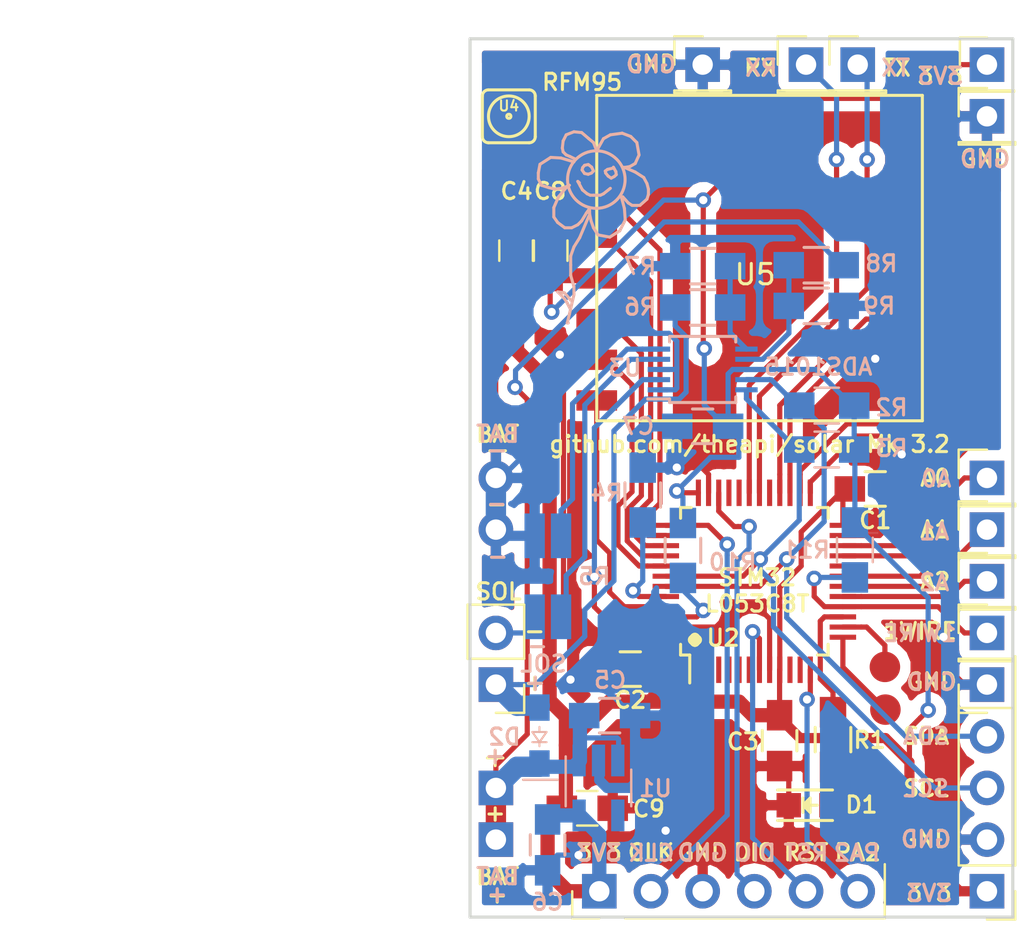
<source format=kicad_pcb>
(kicad_pcb (version 4) (host pcbnew 4.0.7-e1-6374~58~ubuntu16.04.1)

  (general
    (links 105)
    (no_connects 0)
    (area 135.814999 51.994999 162.635001 95.325001)
    (thickness 1.6)
    (drawings 66)
    (tracks 511)
    (zones 0)
    (modules 45)
    (nets 52)
  )

  (page A4)
  (layers
    (0 F.Cu signal)
    (31 B.Cu signal)
    (32 B.Adhes user)
    (33 F.Adhes user)
    (34 B.Paste user)
    (35 F.Paste user)
    (36 B.SilkS user)
    (37 F.SilkS user)
    (38 B.Mask user)
    (39 F.Mask user)
    (40 Dwgs.User user)
    (41 Cmts.User user)
    (42 Eco1.User user)
    (43 Eco2.User user)
    (44 Edge.Cuts user)
    (45 Margin user)
    (46 B.CrtYd user hide)
    (47 F.CrtYd user hide)
    (48 B.Fab user hide)
    (49 F.Fab user hide)
  )

  (setup
    (last_trace_width 0.254)
    (trace_clearance 0.2032)
    (zone_clearance 0.508)
    (zone_45_only no)
    (trace_min 0.1524)
    (segment_width 0.2)
    (edge_width 0.15)
    (via_size 0.762)
    (via_drill 0.4064)
    (via_min_size 0.6858)
    (via_min_drill 0.3302)
    (uvia_size 0.3048)
    (uvia_drill 0.1016)
    (uvias_allowed no)
    (uvia_min_size 0)
    (uvia_min_drill 0)
    (pcb_text_width 0.15)
    (pcb_text_size 0.8 0.8)
    (mod_edge_width 0.15)
    (mod_text_size 0.8 0.8)
    (mod_text_width 0.15)
    (pad_size 1.524 1.524)
    (pad_drill 0.762)
    (pad_to_mask_clearance 0.2)
    (aux_axis_origin 0 0)
    (visible_elements FFFEFF7F)
    (pcbplotparams
      (layerselection 0x010f0_80000001)
      (usegerberextensions true)
      (excludeedgelayer true)
      (linewidth 0.101600)
      (plotframeref false)
      (viasonmask false)
      (mode 1)
      (useauxorigin false)
      (hpglpennumber 1)
      (hpglpenspeed 20)
      (hpglpendiameter 15)
      (hpglpenoverlay 2)
      (psnegative false)
      (psa4output false)
      (plotreference true)
      (plotvalue true)
      (plotinvisibletext false)
      (padsonsilk false)
      (subtractmaskfromsilk false)
      (outputformat 1)
      (mirror false)
      (drillshape 0)
      (scaleselection 1)
      (outputdirectory gerber/))
  )

  (net 0 "")
  (net 1 Earth)
  (net 2 SWCLK)
  (net 3 SWDIO)
  (net 4 NRST)
  (net 5 "Net-(D1-Pad2)")
  (net 6 +3V3)
  (net 7 I2C1_SDA)
  (net 8 I2C1_SCL)
  (net 9 ADC_RDY)
  (net 10 ANT)
  (net 11 "Net-(D2-Pad2)")
  (net 12 RFM_RST)
  (net 13 DIO0)
  (net 14 /AIN2)
  (net 15 USART1_TX)
  (net 16 LED)
  (net 17 SPI2_NSS)
  (net 18 SPI2_SCK)
  (net 19 SPI2_MISO)
  (net 20 SPI2_MOSI)
  (net 21 /AIN0)
  (net 22 /AIN3)
  (net 23 /AIN1)
  (net 24 "Net-(A0-Pad1)")
  (net 25 "Net-(A1-Pad1)")
  (net 26 "Net-(A2-Pad1)")
  (net 27 PA2)
  (net 28 /PA4)
  (net 29 /PA3)
  (net 30 /BOOT0)
  (net 31 DIO5)
  (net 32 DIO3)
  (net 33 DIO4)
  (net 34 DIO1)
  (net 35 DIO2)
  (net 36 USART1_RX)
  (net 37 /1_WIRE)
  (net 38 "Net-(R5-Pad1)")
  (net 39 "Net-(U1-Pad4)")
  (net 40 "Net-(U2-Pad3)")
  (net 41 "Net-(U2-Pad4)")
  (net 42 "Net-(U2-Pad5)")
  (net 43 "Net-(U2-Pad6)")
  (net 44 "Net-(U2-Pad10)")
  (net 45 "Net-(U2-Pad20)")
  (net 46 "Net-(U2-Pad29)")
  (net 47 "Net-(U2-Pad32)")
  (net 48 "Net-(U2-Pad33)")
  (net 49 /BATT)
  (net 50 "Net-(U2-Pad2)")
  (net 51 "Net-(U2-Pad11)")

  (net_class Default "This is the default net class."
    (clearance 0.2032)
    (trace_width 0.254)
    (via_dia 0.762)
    (via_drill 0.4064)
    (uvia_dia 0.3048)
    (uvia_drill 0.1016)
    (add_net +3V3)
    (add_net /1_WIRE)
    (add_net /AIN0)
    (add_net /AIN1)
    (add_net /AIN2)
    (add_net /AIN3)
    (add_net /BATT)
    (add_net /BOOT0)
    (add_net /PA3)
    (add_net /PA4)
    (add_net ADC_RDY)
    (add_net ANT)
    (add_net DIO0)
    (add_net DIO1)
    (add_net DIO2)
    (add_net DIO3)
    (add_net DIO4)
    (add_net DIO5)
    (add_net Earth)
    (add_net I2C1_SCL)
    (add_net I2C1_SDA)
    (add_net LED)
    (add_net NRST)
    (add_net "Net-(A0-Pad1)")
    (add_net "Net-(A1-Pad1)")
    (add_net "Net-(A2-Pad1)")
    (add_net "Net-(D1-Pad2)")
    (add_net "Net-(D2-Pad2)")
    (add_net "Net-(R5-Pad1)")
    (add_net "Net-(U1-Pad4)")
    (add_net "Net-(U2-Pad10)")
    (add_net "Net-(U2-Pad11)")
    (add_net "Net-(U2-Pad2)")
    (add_net "Net-(U2-Pad20)")
    (add_net "Net-(U2-Pad29)")
    (add_net "Net-(U2-Pad3)")
    (add_net "Net-(U2-Pad32)")
    (add_net "Net-(U2-Pad33)")
    (add_net "Net-(U2-Pad4)")
    (add_net "Net-(U2-Pad5)")
    (add_net "Net-(U2-Pad6)")
    (add_net PA2)
    (add_net RFM_RST)
    (add_net SPI2_MISO)
    (add_net SPI2_MOSI)
    (add_net SPI2_NSS)
    (add_net SPI2_SCK)
    (add_net SWCLK)
    (add_net SWDIO)
    (add_net USART1_RX)
    (add_net USART1_TX)
  )

  (net_class Wide ""
    (clearance 0.254)
    (trace_width 0.3556)
    (via_dia 0.762)
    (via_drill 0.4064)
    (uvia_dia 0.3048)
    (uvia_drill 0.1016)
  )

  (module Housings_QFP:LQFP-48_7x7mm_Pitch0.5mm (layer F.Cu) (tedit 5988379D) (tstamp 5931931B)
    (at 149.86 78.74 90)
    (descr "48 LEAD LQFP 7x7mm (see MICREL LQFP7x7-48LD-PL-1.pdf)")
    (tags "QFP 0.5")
    (path /580631B3)
    (solder_mask_margin 0.07)
    (attr smd)
    (fp_text reference U2 (at -2.785 -1.535 180) (layer F.SilkS)
      (effects (font (size 0.8 0.8) (thickness 0.15)))
    )
    (fp_text value STM32L053C8_LQFP48 (at 0 6 90) (layer F.Fab)
      (effects (font (size 1 1) (thickness 0.15)))
    )
    (fp_text user %R (at 0 0 90) (layer F.Fab)
      (effects (font (size 1 1) (thickness 0.15)))
    )
    (fp_line (start -2.5 -3.5) (end 3.5 -3.5) (layer F.Fab) (width 0.15))
    (fp_line (start 3.5 -3.5) (end 3.5 3.5) (layer F.Fab) (width 0.15))
    (fp_line (start 3.5 3.5) (end -3.5 3.5) (layer F.Fab) (width 0.15))
    (fp_line (start -3.5 3.5) (end -3.5 -2.5) (layer F.Fab) (width 0.15))
    (fp_line (start -3.5 -2.5) (end -2.5 -3.5) (layer F.Fab) (width 0.15))
    (fp_line (start -5.25 -5.25) (end -5.25 5.25) (layer F.CrtYd) (width 0.05))
    (fp_line (start 5.25 -5.25) (end 5.25 5.25) (layer F.CrtYd) (width 0.05))
    (fp_line (start -5.25 -5.25) (end 5.25 -5.25) (layer F.CrtYd) (width 0.05))
    (fp_line (start -5.25 5.25) (end 5.25 5.25) (layer F.CrtYd) (width 0.05))
    (fp_line (start -3.625 -3.625) (end -3.625 -3.175) (layer F.SilkS) (width 0.15))
    (fp_line (start 3.625 -3.625) (end 3.625 -3.1) (layer F.SilkS) (width 0.15))
    (fp_line (start 3.625 3.625) (end 3.625 3.1) (layer F.SilkS) (width 0.15))
    (fp_line (start -3.625 3.625) (end -3.625 3.1) (layer F.SilkS) (width 0.15))
    (fp_line (start -3.625 -3.625) (end -3.1 -3.625) (layer F.SilkS) (width 0.15))
    (fp_line (start -3.625 3.625) (end -3.1 3.625) (layer F.SilkS) (width 0.15))
    (fp_line (start 3.625 3.625) (end 3.1 3.625) (layer F.SilkS) (width 0.15))
    (fp_line (start 3.625 -3.625) (end 3.1 -3.625) (layer F.SilkS) (width 0.15))
    (fp_line (start -3.625 -3.175) (end -5 -3.175) (layer F.SilkS) (width 0.15))
    (pad 1 smd rect (at -4.35 -2.75 90) (size 1.3 0.25) (layers F.Cu F.Paste F.Mask)
      (net 6 +3V3))
    (pad 2 smd rect (at -4.35 -2.25 90) (size 1.3 0.25) (layers F.Cu F.Paste F.Mask)
      (net 50 "Net-(U2-Pad2)"))
    (pad 3 smd rect (at -4.35 -1.75 90) (size 1.3 0.25) (layers F.Cu F.Paste F.Mask)
      (net 40 "Net-(U2-Pad3)"))
    (pad 4 smd rect (at -4.35 -1.25 90) (size 1.3 0.25) (layers F.Cu F.Paste F.Mask)
      (net 41 "Net-(U2-Pad4)"))
    (pad 5 smd rect (at -4.35 -0.75 90) (size 1.3 0.25) (layers F.Cu F.Paste F.Mask)
      (net 42 "Net-(U2-Pad5)"))
    (pad 6 smd rect (at -4.35 -0.25 90) (size 1.3 0.25) (layers F.Cu F.Paste F.Mask)
      (net 43 "Net-(U2-Pad6)"))
    (pad 7 smd rect (at -4.35 0.25 90) (size 1.3 0.25) (layers F.Cu F.Paste F.Mask)
      (net 4 NRST))
    (pad 8 smd rect (at -4.35 0.75 90) (size 1.3 0.25) (layers F.Cu F.Paste F.Mask)
      (net 1 Earth))
    (pad 9 smd rect (at -4.35 1.25 90) (size 1.3 0.25) (layers F.Cu F.Paste F.Mask)
      (net 6 +3V3))
    (pad 10 smd rect (at -4.35 1.75 90) (size 1.3 0.25) (layers F.Cu F.Paste F.Mask)
      (net 44 "Net-(U2-Pad10)"))
    (pad 11 smd rect (at -4.35 2.25 90) (size 1.3 0.25) (layers F.Cu F.Paste F.Mask)
      (net 51 "Net-(U2-Pad11)"))
    (pad 12 smd rect (at -4.35 2.75 90) (size 1.3 0.25) (layers F.Cu F.Paste F.Mask)
      (net 27 PA2))
    (pad 13 smd rect (at -2.75 4.35 180) (size 1.3 0.25) (layers F.Cu F.Paste F.Mask)
      (net 29 /PA3))
    (pad 14 smd rect (at -2.25 4.35 180) (size 1.3 0.25) (layers F.Cu F.Paste F.Mask)
      (net 28 /PA4))
    (pad 15 smd rect (at -1.75 4.35 180) (size 1.3 0.25) (layers F.Cu F.Paste F.Mask)
      (net 16 LED))
    (pad 16 smd rect (at -1.25 4.35 180) (size 1.3 0.25) (layers F.Cu F.Paste F.Mask)
      (net 37 /1_WIRE))
    (pad 17 smd rect (at -0.75 4.35 180) (size 1.3 0.25) (layers F.Cu F.Paste F.Mask)
      (net 26 "Net-(A2-Pad1)"))
    (pad 18 smd rect (at -0.25 4.35 180) (size 1.3 0.25) (layers F.Cu F.Paste F.Mask)
      (net 25 "Net-(A1-Pad1)"))
    (pad 19 smd rect (at 0.25 4.35 180) (size 1.3 0.25) (layers F.Cu F.Paste F.Mask)
      (net 24 "Net-(A0-Pad1)"))
    (pad 20 smd rect (at 0.75 4.35 180) (size 1.3 0.25) (layers F.Cu F.Paste F.Mask)
      (net 45 "Net-(U2-Pad20)"))
    (pad 21 smd rect (at 1.25 4.35 180) (size 1.3 0.25) (layers F.Cu F.Paste F.Mask)
      (net 31 DIO5))
    (pad 22 smd rect (at 1.75 4.35 180) (size 1.3 0.25) (layers F.Cu F.Paste F.Mask)
      (net 12 RFM_RST))
    (pad 23 smd rect (at 2.25 4.35 180) (size 1.3 0.25) (layers F.Cu F.Paste F.Mask)
      (net 1 Earth))
    (pad 24 smd rect (at 2.75 4.35 180) (size 1.3 0.25) (layers F.Cu F.Paste F.Mask)
      (net 6 +3V3))
    (pad 25 smd rect (at 4.35 2.75 90) (size 1.3 0.25) (layers F.Cu F.Paste F.Mask)
      (net 17 SPI2_NSS))
    (pad 26 smd rect (at 4.35 2.25 90) (size 1.3 0.25) (layers F.Cu F.Paste F.Mask)
      (net 18 SPI2_SCK))
    (pad 27 smd rect (at 4.35 1.75 90) (size 1.3 0.25) (layers F.Cu F.Paste F.Mask)
      (net 19 SPI2_MISO))
    (pad 28 smd rect (at 4.35 1.25 90) (size 1.3 0.25) (layers F.Cu F.Paste F.Mask)
      (net 20 SPI2_MOSI))
    (pad 29 smd rect (at 4.35 0.75 90) (size 1.3 0.25) (layers F.Cu F.Paste F.Mask)
      (net 46 "Net-(U2-Pad29)"))
    (pad 30 smd rect (at 4.35 0.25 90) (size 1.3 0.25) (layers F.Cu F.Paste F.Mask)
      (net 15 USART1_TX))
    (pad 31 smd rect (at 4.35 -0.25 90) (size 1.3 0.25) (layers F.Cu F.Paste F.Mask)
      (net 36 USART1_RX))
    (pad 32 smd rect (at 4.35 -0.75 90) (size 1.3 0.25) (layers F.Cu F.Paste F.Mask)
      (net 47 "Net-(U2-Pad32)"))
    (pad 33 smd rect (at 4.35 -1.25 90) (size 1.3 0.25) (layers F.Cu F.Paste F.Mask)
      (net 48 "Net-(U2-Pad33)"))
    (pad 34 smd rect (at 4.35 -1.75 90) (size 1.3 0.25) (layers F.Cu F.Paste F.Mask)
      (net 3 SWDIO))
    (pad 35 smd rect (at 4.35 -2.25 90) (size 1.3 0.25) (layers F.Cu F.Paste F.Mask)
      (net 1 Earth))
    (pad 36 smd rect (at 4.35 -2.75 90) (size 1.3 0.25) (layers F.Cu F.Paste F.Mask)
      (net 6 +3V3))
    (pad 37 smd rect (at 2.75 -4.35 180) (size 1.3 0.25) (layers F.Cu F.Paste F.Mask)
      (net 2 SWCLK))
    (pad 38 smd rect (at 2.25 -4.35 180) (size 1.3 0.25) (layers F.Cu F.Paste F.Mask)
      (net 32 DIO3))
    (pad 39 smd rect (at 1.75 -4.35 180) (size 1.3 0.25) (layers F.Cu F.Paste F.Mask)
      (net 33 DIO4))
    (pad 40 smd rect (at 1.25 -4.35 180) (size 1.3 0.25) (layers F.Cu F.Paste F.Mask)
      (net 13 DIO0))
    (pad 41 smd rect (at 0.75 -4.35 180) (size 1.3 0.25) (layers F.Cu F.Paste F.Mask)
      (net 34 DIO1))
    (pad 42 smd rect (at 0.25 -4.35 180) (size 1.3 0.25) (layers F.Cu F.Paste F.Mask)
      (net 8 I2C1_SCL))
    (pad 43 smd rect (at -0.25 -4.35 180) (size 1.3 0.25) (layers F.Cu F.Paste F.Mask)
      (net 7 I2C1_SDA))
    (pad 44 smd rect (at -0.75 -4.35 180) (size 1.3 0.25) (layers F.Cu F.Paste F.Mask)
      (net 30 /BOOT0))
    (pad 45 smd rect (at -1.25 -4.35 180) (size 1.3 0.25) (layers F.Cu F.Paste F.Mask)
      (net 35 DIO2))
    (pad 46 smd rect (at -1.75 -4.35 180) (size 1.3 0.25) (layers F.Cu F.Paste F.Mask)
      (net 9 ADC_RDY))
    (pad 47 smd rect (at -2.25 -4.35 180) (size 1.3 0.25) (layers F.Cu F.Paste F.Mask)
      (net 1 Earth))
    (pad 48 smd rect (at -2.75 -4.35 180) (size 1.3 0.25) (layers F.Cu F.Paste F.Mask)
      (net 6 +3V3))
    (model Housings_QFP.3dshapes/LQFP-48_7x7mm_Pitch0.5mm.wrl
      (at (xyz 0 0 0))
      (scale (xyz 1 1 1))
      (rotate (xyz 0 0 0))
    )
  )

  (module Housings_SSOP:TSSOP-10_3x3mm_Pitch0.5mm (layer B.Cu) (tedit 59454584) (tstamp 5931934E)
    (at 147.32 68.326)
    (descr "TSSOP10: plastic thin shrink small outline package; 10 leads; body width 3 mm; (see NXP SSOP-TSSOP-VSO-REFLOW.pdf and sot552-1_po.pdf)")
    (tags "SSOP 0.5")
    (path /592DD751)
    (solder_mask_margin 0.07)
    (attr smd)
    (fp_text reference U3 (at -3.82 -0.076) (layer B.SilkS)
      (effects (font (size 0.8 0.8) (thickness 0.15)) (justify mirror))
    )
    (fp_text value ADS1015 (at 0 -2.55) (layer B.Fab)
      (effects (font (size 1 1) (thickness 0.15)) (justify mirror))
    )
    (fp_line (start -0.5 1.5) (end 1.5 1.5) (layer B.Fab) (width 0.15))
    (fp_line (start 1.5 1.5) (end 1.5 -1.5) (layer B.Fab) (width 0.15))
    (fp_line (start 1.5 -1.5) (end -1.5 -1.5) (layer B.Fab) (width 0.15))
    (fp_line (start -1.5 -1.5) (end -1.5 0.5) (layer B.Fab) (width 0.15))
    (fp_line (start -1.5 0.5) (end -0.5 1.5) (layer B.Fab) (width 0.15))
    (fp_line (start -2.95 1.8) (end -2.95 -1.8) (layer B.CrtYd) (width 0.05))
    (fp_line (start 2.95 1.8) (end 2.95 -1.8) (layer B.CrtYd) (width 0.05))
    (fp_line (start -2.95 1.8) (end 2.95 1.8) (layer B.CrtYd) (width 0.05))
    (fp_line (start -2.95 -1.8) (end 2.95 -1.8) (layer B.CrtYd) (width 0.05))
    (fp_line (start -1.625 1.625) (end -1.625 1.45) (layer B.SilkS) (width 0.15))
    (fp_line (start 1.625 1.625) (end 1.625 1.35) (layer B.SilkS) (width 0.15))
    (fp_line (start 1.625 -1.625) (end 1.625 -1.35) (layer B.SilkS) (width 0.15))
    (fp_line (start -1.625 -1.625) (end -1.625 -1.35) (layer B.SilkS) (width 0.15))
    (fp_line (start -1.625 1.625) (end 1.625 1.625) (layer B.SilkS) (width 0.15))
    (fp_line (start -1.625 -1.625) (end 1.625 -1.625) (layer B.SilkS) (width 0.15))
    (fp_line (start -1.625 1.45) (end -2.7 1.45) (layer B.SilkS) (width 0.15))
    (fp_text user %R (at 0 0) (layer B.Fab)
      (effects (font (size 0.6 0.6) (thickness 0.15)) (justify mirror))
    )
    (pad 1 smd rect (at -2.15 1) (size 1.1 0.25) (layers B.Cu B.Paste B.Mask)
      (net 1 Earth))
    (pad 2 smd rect (at -2.15 0.5) (size 1.1 0.25) (layers B.Cu B.Paste B.Mask)
      (net 9 ADC_RDY))
    (pad 3 smd rect (at -2.15 0) (size 1.1 0.25) (layers B.Cu B.Paste B.Mask)
      (net 1 Earth))
    (pad 4 smd rect (at -2.15 -0.5) (size 1.1 0.25) (layers B.Cu B.Paste B.Mask)
      (net 21 /AIN0))
    (pad 5 smd rect (at -2.15 -1) (size 1.1 0.25) (layers B.Cu B.Paste B.Mask)
      (net 23 /AIN1))
    (pad 6 smd rect (at 2.15 -1) (size 1.1 0.25) (layers B.Cu B.Paste B.Mask)
      (net 14 /AIN2))
    (pad 7 smd rect (at 2.15 -0.5) (size 1.1 0.25) (layers B.Cu B.Paste B.Mask)
      (net 22 /AIN3))
    (pad 8 smd rect (at 2.15 0) (size 1.1 0.25) (layers B.Cu B.Paste B.Mask)
      (net 6 +3V3))
    (pad 9 smd rect (at 2.15 0.5) (size 1.1 0.25) (layers B.Cu B.Paste B.Mask)
      (net 7 I2C1_SDA))
    (pad 10 smd rect (at 2.15 1) (size 1.1 0.25) (layers B.Cu B.Paste B.Mask)
      (net 8 I2C1_SCL))
    (model ${KISYS3DMOD}/Housings_SSOP.3dshapes/TSSOP-10_3x3mm_Pitch0.5mm.wrl
      (at (xyz 0 0 0))
      (scale (xyz 1 1 1))
      (rotate (xyz 0 0 0))
    )
  )

  (module theapi:Pin_Header_Straight_1x06_Pitch2.54mm (layer F.Cu) (tedit 5935AC1A) (tstamp 5935B034)
    (at 142.24 93.98 90)
    (descr "Through hole straight pin header, 1x06, 2.54mm pitch, single row")
    (tags "Through hole pin header THT 1x06 2.54mm single row")
    (path /58036840)
    (fp_text reference P1 (at 0 -2.33 90) (layer F.SilkS) hide
      (effects (font (size 1 1) (thickness 0.15)))
    )
    (fp_text value SWD (at 0 15.03 90) (layer F.Fab)
      (effects (font (size 1 1) (thickness 0.15)))
    )
    (fp_line (start -1.27 -1.27) (end -1.27 13.97) (layer F.Fab) (width 0.1))
    (fp_line (start -1.27 13.97) (end 1.27 13.97) (layer F.Fab) (width 0.1))
    (fp_line (start 1.27 13.97) (end 1.27 -1.27) (layer F.Fab) (width 0.1))
    (fp_line (start 1.27 -1.27) (end -1.27 -1.27) (layer F.Fab) (width 0.1))
    (fp_line (start -1.33 1.27) (end -1.33 14.03) (layer F.SilkS) (width 0.12))
    (fp_line (start -1.33 14.03) (end 1.33 14.03) (layer F.SilkS) (width 0.12))
    (fp_line (start -1.33 0) (end -1.33 -1.33) (layer F.SilkS) (width 0.12))
    (fp_line (start -1.33 -1.33) (end 0 -1.33) (layer F.SilkS) (width 0.12))
    (fp_line (start -1.8 -1.8) (end -1.8 14.5) (layer F.CrtYd) (width 0.05))
    (fp_line (start -1.8 14.5) (end 1.8 14.5) (layer F.CrtYd) (width 0.05))
    (fp_line (start 1.8 14.5) (end 1.8 -1.8) (layer F.CrtYd) (width 0.05))
    (fp_line (start 1.8 -1.8) (end -1.8 -1.8) (layer F.CrtYd) (width 0.05))
    (fp_text user %R (at 0 -2.33 90) (layer F.Fab)
      (effects (font (size 1 1) (thickness 0.15)))
    )
    (pad 1 thru_hole rect (at 0 0 90) (size 1.7 1.7) (drill 1) (layers *.Cu *.Mask)
      (net 6 +3V3))
    (pad 2 thru_hole oval (at 0 2.54 90) (size 1.7 1.7) (drill 1) (layers *.Cu *.Mask)
      (net 2 SWCLK))
    (pad 3 thru_hole oval (at 0 5.08 90) (size 1.7 1.7) (drill 1) (layers *.Cu *.Mask)
      (net 1 Earth))
    (pad 4 thru_hole oval (at 0 7.62 90) (size 1.7 1.7) (drill 1) (layers *.Cu *.Mask)
      (net 3 SWDIO))
    (pad 5 thru_hole oval (at 0 10.16 90) (size 1.7 1.7) (drill 1) (layers *.Cu *.Mask)
      (net 4 NRST))
    (pad 6 thru_hole oval (at 0 12.7 90) (size 1.7 1.7) (drill 1) (layers *.Cu *.Mask)
      (net 27 PA2))
    (model ${KISYS3DMOD}/Pin_Headers.3dshapes/Pin_Header_Straight_1x06_Pitch2.54mm.wrl
      (at (xyz 0 -0.25 0))
      (scale (xyz 1 1 1))
      (rotate (xyz 0 0 90))
    )
  )

  (module kicad:RFM92_95_96_98 (layer F.Cu) (tedit 585233AB) (tstamp 59315877)
    (at 158.115 69.85 180)
    (path /592DE9B5)
    (fp_text reference U5 (at 8.215 6.19 180) (layer F.SilkS)
      (effects (font (size 1 1) (thickness 0.15)))
    )
    (fp_text value RFM92/95 (at 7.99 2.51 180) (layer F.Fab) hide
      (effects (font (size 1 1) (thickness 0.15)))
    )
    (fp_line (start 0 -1) (end 0 15) (layer F.SilkS) (width 0.15))
    (fp_line (start 0 15) (end 16 15) (layer F.SilkS) (width 0.15))
    (fp_line (start 16 15) (end 16 -1) (layer F.SilkS) (width 0.15))
    (fp_line (start 16 -1) (end 0 -1) (layer F.SilkS) (width 0.15))
    (pad 1 smd rect (at 0 0 180) (size 2 1) (layers F.Cu F.Paste F.Mask)
      (net 1 Earth))
    (pad 2 smd rect (at 0 2 180) (size 2 1) (layers F.Cu F.Paste F.Mask)
      (net 19 SPI2_MISO))
    (pad 3 smd rect (at 0 4 180) (size 2 1) (layers F.Cu F.Paste F.Mask)
      (net 20 SPI2_MOSI))
    (pad 4 smd rect (at 0 6 180) (size 2 1) (layers F.Cu F.Paste F.Mask)
      (net 18 SPI2_SCK))
    (pad 5 smd rect (at 0 8 180) (size 2 1) (layers F.Cu F.Paste F.Mask)
      (net 17 SPI2_NSS))
    (pad 6 smd rect (at 0 10 180) (size 2 1) (layers F.Cu F.Paste F.Mask)
      (net 12 RFM_RST))
    (pad 7 smd rect (at 0 12 180) (size 2 1) (layers F.Cu F.Paste F.Mask)
      (net 31 DIO5))
    (pad 8 smd rect (at 0 14 180) (size 2 1) (layers F.Cu F.Paste F.Mask)
      (net 1 Earth))
    (pad 9 smd rect (at 16 14 180) (size 2 1) (layers F.Cu F.Paste F.Mask)
      (net 10 ANT))
    (pad 10 smd rect (at 16 12 180) (size 2 1) (layers F.Cu F.Paste F.Mask)
      (net 1 Earth))
    (pad 11 smd rect (at 16 10 180) (size 2 1) (layers F.Cu F.Paste F.Mask)
      (net 32 DIO3))
    (pad 12 smd rect (at 16 8 180) (size 2 1) (layers F.Cu F.Paste F.Mask)
      (net 33 DIO4))
    (pad 13 smd rect (at 16 6 180) (size 2 1) (layers F.Cu F.Paste F.Mask)
      (net 6 +3V3))
    (pad 14 smd rect (at 16 4 180) (size 2 1) (layers F.Cu F.Paste F.Mask)
      (net 13 DIO0))
    (pad 15 smd rect (at 16 2 180) (size 2 1) (layers F.Cu F.Paste F.Mask)
      (net 34 DIO1))
    (pad 16 smd rect (at 16 0 180) (size 2 1) (layers F.Cu F.Paste F.Mask)
      (net 35 DIO2))
  )

  (module Capacitors_SMD:C_0805_HandSoldering (layer F.Cu) (tedit 593845F0) (tstamp 580213D4)
    (at 155.8 74.2)
    (descr "Capacitor SMD 0805, hand soldering")
    (tags "capacitor 0805")
    (path /58021E64)
    (attr smd)
    (fp_text reference C1 (at 0 1.55 180) (layer F.SilkS)
      (effects (font (size 0.8 0.8) (thickness 0.15)))
    )
    (fp_text value 100nF (at 0 2.1) (layer F.Fab)
      (effects (font (size 1 1) (thickness 0.15)))
    )
    (fp_line (start -1 0.625) (end -1 -0.625) (layer F.Fab) (width 0.15))
    (fp_line (start 1 0.625) (end -1 0.625) (layer F.Fab) (width 0.15))
    (fp_line (start 1 -0.625) (end 1 0.625) (layer F.Fab) (width 0.15))
    (fp_line (start -1 -0.625) (end 1 -0.625) (layer F.Fab) (width 0.15))
    (fp_line (start -2.3 -1) (end 2.3 -1) (layer F.CrtYd) (width 0.05))
    (fp_line (start -2.3 1) (end 2.3 1) (layer F.CrtYd) (width 0.05))
    (fp_line (start -2.3 -1) (end -2.3 1) (layer F.CrtYd) (width 0.05))
    (fp_line (start 2.3 -1) (end 2.3 1) (layer F.CrtYd) (width 0.05))
    (fp_line (start 0.5 -0.85) (end -0.5 -0.85) (layer F.SilkS) (width 0.15))
    (fp_line (start -0.5 0.85) (end 0.5 0.85) (layer F.SilkS) (width 0.15))
    (pad 1 smd rect (at -1.25 0) (size 1.5 1.25) (layers F.Cu F.Paste F.Mask)
      (net 6 +3V3))
    (pad 2 smd rect (at 1.25 0) (size 1.5 1.25) (layers F.Cu F.Paste F.Mask)
      (net 1 Earth))
    (model Capacitors_SMD.3dshapes/C_0805_HandSoldering.wrl
      (at (xyz 0 0 0))
      (scale (xyz 1 1 1))
      (rotate (xyz 0 0 0))
    )
  )

  (module Capacitors_SMD:C_0805_HandSoldering (layer F.Cu) (tedit 593845BD) (tstamp 580213DA)
    (at 143.764 83.058 180)
    (descr "Capacitor SMD 0805, hand soldering")
    (tags "capacitor 0805")
    (path /5803B990)
    (attr smd)
    (fp_text reference C2 (at 0 -1.524 180) (layer F.SilkS)
      (effects (font (size 0.8 0.8) (thickness 0.15)))
    )
    (fp_text value 100nF (at 0 2.1 180) (layer F.Fab)
      (effects (font (size 1 1) (thickness 0.15)))
    )
    (fp_line (start -1 0.625) (end -1 -0.625) (layer F.Fab) (width 0.15))
    (fp_line (start 1 0.625) (end -1 0.625) (layer F.Fab) (width 0.15))
    (fp_line (start 1 -0.625) (end 1 0.625) (layer F.Fab) (width 0.15))
    (fp_line (start -1 -0.625) (end 1 -0.625) (layer F.Fab) (width 0.15))
    (fp_line (start -2.3 -1) (end 2.3 -1) (layer F.CrtYd) (width 0.05))
    (fp_line (start -2.3 1) (end 2.3 1) (layer F.CrtYd) (width 0.05))
    (fp_line (start -2.3 -1) (end -2.3 1) (layer F.CrtYd) (width 0.05))
    (fp_line (start 2.3 -1) (end 2.3 1) (layer F.CrtYd) (width 0.05))
    (fp_line (start 0.5 -0.85) (end -0.5 -0.85) (layer F.SilkS) (width 0.15))
    (fp_line (start -0.5 0.85) (end 0.5 0.85) (layer F.SilkS) (width 0.15))
    (pad 1 smd rect (at -1.25 0 180) (size 1.5 1.25) (layers F.Cu F.Paste F.Mask)
      (net 6 +3V3))
    (pad 2 smd rect (at 1.25 0 180) (size 1.5 1.25) (layers F.Cu F.Paste F.Mask)
      (net 1 Earth))
    (model Capacitors_SMD.3dshapes/C_0805_HandSoldering.wrl
      (at (xyz 0 0 0))
      (scale (xyz 1 1 1))
      (rotate (xyz 0 0 0))
    )
  )

  (module Capacitors_SMD:C_0805_HandSoldering (layer F.Cu) (tedit 5985F1A9) (tstamp 5803944C)
    (at 151.1 86.575 270)
    (descr "Capacitor SMD 0805, hand soldering")
    (tags "capacitor 0805")
    (path /5803BA4A)
    (attr smd)
    (fp_text reference C3 (at 0.05 1.8 360) (layer F.SilkS)
      (effects (font (size 0.8 0.8) (thickness 0.15)))
    )
    (fp_text value 100nF (at 0 2.1 270) (layer F.Fab)
      (effects (font (size 1 1) (thickness 0.15)))
    )
    (fp_line (start -1 0.625) (end -1 -0.625) (layer F.Fab) (width 0.15))
    (fp_line (start 1 0.625) (end -1 0.625) (layer F.Fab) (width 0.15))
    (fp_line (start 1 -0.625) (end 1 0.625) (layer F.Fab) (width 0.15))
    (fp_line (start -1 -0.625) (end 1 -0.625) (layer F.Fab) (width 0.15))
    (fp_line (start -2.3 -1) (end 2.3 -1) (layer F.CrtYd) (width 0.05))
    (fp_line (start -2.3 1) (end 2.3 1) (layer F.CrtYd) (width 0.05))
    (fp_line (start -2.3 -1) (end -2.3 1) (layer F.CrtYd) (width 0.05))
    (fp_line (start 2.3 -1) (end 2.3 1) (layer F.CrtYd) (width 0.05))
    (fp_line (start 0.5 -0.85) (end -0.5 -0.85) (layer F.SilkS) (width 0.15))
    (fp_line (start -0.5 0.85) (end 0.5 0.85) (layer F.SilkS) (width 0.15))
    (pad 1 smd rect (at -1.25 0 270) (size 1.5 1.25) (layers F.Cu F.Paste F.Mask)
      (net 6 +3V3))
    (pad 2 smd rect (at 1.25 0 270) (size 1.5 1.25) (layers F.Cu F.Paste F.Mask)
      (net 1 Earth))
    (model Capacitors_SMD.3dshapes/C_0805_HandSoldering.wrl
      (at (xyz 0 0 0))
      (scale (xyz 1 1 1))
      (rotate (xyz 0 0 0))
    )
  )

  (module Resistors_SMD:R_0805_HandSoldering (layer F.Cu) (tedit 5985F1A3) (tstamp 580394A2)
    (at 153.725 86.525 270)
    (descr "Resistor SMD 0805, hand soldering")
    (tags "resistor 0805")
    (path /580770D7)
    (attr smd)
    (fp_text reference R1 (at 0.025 -1.8 360) (layer F.SilkS)
      (effects (font (size 0.8 0.8) (thickness 0.15)))
    )
    (fp_text value 820 (at 0 2.1 270) (layer F.Fab)
      (effects (font (size 1 1) (thickness 0.15)))
    )
    (fp_line (start -2.4 -1) (end 2.4 -1) (layer F.CrtYd) (width 0.05))
    (fp_line (start -2.4 1) (end 2.4 1) (layer F.CrtYd) (width 0.05))
    (fp_line (start -2.4 -1) (end -2.4 1) (layer F.CrtYd) (width 0.05))
    (fp_line (start 2.4 -1) (end 2.4 1) (layer F.CrtYd) (width 0.05))
    (fp_line (start 0.6 0.875) (end -0.6 0.875) (layer F.SilkS) (width 0.15))
    (fp_line (start -0.6 -0.875) (end 0.6 -0.875) (layer F.SilkS) (width 0.15))
    (pad 1 smd rect (at -1.35 0 270) (size 1.5 1.3) (layers F.Cu F.Paste F.Mask)
      (net 16 LED))
    (pad 2 smd rect (at 1.35 0 270) (size 1.5 1.3) (layers F.Cu F.Paste F.Mask)
      (net 5 "Net-(D1-Pad2)"))
    (model Resistors_SMD.3dshapes/R_0805_HandSoldering.wrl
      (at (xyz 0 0 0))
      (scale (xyz 1 1 1))
      (rotate (xyz 0 0 0))
    )
  )

  (module Capacitors_SMD:C_0805_HandSoldering (layer B.Cu) (tedit 593A7F6C) (tstamp 5803B85A)
    (at 142.748 85.344)
    (descr "Capacitor SMD 0805, hand soldering")
    (tags "capacitor 0805")
    (path /59302470)
    (attr smd)
    (fp_text reference C5 (at 0.027 -1.744) (layer B.SilkS)
      (effects (font (size 0.8 0.8) (thickness 0.15)) (justify mirror))
    )
    (fp_text value 1uf (at 0 -2.1) (layer B.Fab)
      (effects (font (size 1 1) (thickness 0.15)) (justify mirror))
    )
    (fp_line (start -1 -0.625) (end -1 0.625) (layer B.Fab) (width 0.15))
    (fp_line (start 1 -0.625) (end -1 -0.625) (layer B.Fab) (width 0.15))
    (fp_line (start 1 0.625) (end 1 -0.625) (layer B.Fab) (width 0.15))
    (fp_line (start -1 0.625) (end 1 0.625) (layer B.Fab) (width 0.15))
    (fp_line (start -2.3 1) (end 2.3 1) (layer B.CrtYd) (width 0.05))
    (fp_line (start -2.3 -1) (end 2.3 -1) (layer B.CrtYd) (width 0.05))
    (fp_line (start -2.3 1) (end -2.3 -1) (layer B.CrtYd) (width 0.05))
    (fp_line (start 2.3 1) (end 2.3 -1) (layer B.CrtYd) (width 0.05))
    (fp_line (start 0.5 0.85) (end -0.5 0.85) (layer B.SilkS) (width 0.15))
    (fp_line (start -0.5 -0.85) (end 0.5 -0.85) (layer B.SilkS) (width 0.15))
    (pad 1 smd rect (at -1.25 0) (size 1.5 1.25) (layers B.Cu B.Paste B.Mask)
      (net 49 /BATT))
    (pad 2 smd rect (at 1.25 0) (size 1.5 1.25) (layers B.Cu B.Paste B.Mask)
      (net 1 Earth))
    (model Capacitors_SMD.3dshapes/C_0805_HandSoldering.wrl
      (at (xyz 0 0 0))
      (scale (xyz 1 1 1))
      (rotate (xyz 0 0 0))
    )
  )

  (module Capacitors_SMD:C_0805_HandSoldering (layer B.Cu) (tedit 59454508) (tstamp 5803B860)
    (at 139.7 91.7 270)
    (descr "Capacitor SMD 0805, hand soldering")
    (tags "capacitor 0805")
    (path /5930294B)
    (attr smd)
    (fp_text reference C6 (at 2.81 0 360) (layer B.SilkS)
      (effects (font (size 0.8 0.8) (thickness 0.15)) (justify mirror))
    )
    (fp_text value 1uf (at 0 -2.1 270) (layer B.Fab)
      (effects (font (size 1 1) (thickness 0.15)) (justify mirror))
    )
    (fp_line (start -1 -0.625) (end -1 0.625) (layer B.Fab) (width 0.15))
    (fp_line (start 1 -0.625) (end -1 -0.625) (layer B.Fab) (width 0.15))
    (fp_line (start 1 0.625) (end 1 -0.625) (layer B.Fab) (width 0.15))
    (fp_line (start -1 0.625) (end 1 0.625) (layer B.Fab) (width 0.15))
    (fp_line (start -2.3 1) (end 2.3 1) (layer B.CrtYd) (width 0.05))
    (fp_line (start -2.3 -1) (end 2.3 -1) (layer B.CrtYd) (width 0.05))
    (fp_line (start -2.3 1) (end -2.3 -1) (layer B.CrtYd) (width 0.05))
    (fp_line (start 2.3 1) (end 2.3 -1) (layer B.CrtYd) (width 0.05))
    (fp_line (start 0.5 0.85) (end -0.5 0.85) (layer B.SilkS) (width 0.15))
    (fp_line (start -0.5 -0.85) (end 0.5 -0.85) (layer B.SilkS) (width 0.15))
    (pad 1 smd rect (at -1.25 0 270) (size 1.5 1.25) (layers B.Cu B.Paste B.Mask)
      (net 6 +3V3))
    (pad 2 smd rect (at 1.25 0 270) (size 1.5 1.25) (layers B.Cu B.Paste B.Mask)
      (net 1 Earth))
    (model Capacitors_SMD.3dshapes/C_0805_HandSoldering.wrl
      (at (xyz 0 0 0))
      (scale (xyz 1 1 1))
      (rotate (xyz 0 0 0))
    )
  )

  (module Capacitors_SMD:C_0805_HandSoldering (layer B.Cu) (tedit 593A896C) (tstamp 58063C76)
    (at 147.32 71.12 180)
    (descr "Capacitor SMD 0805, hand soldering")
    (tags "capacitor 0805")
    (path /5930245B)
    (attr smd)
    (fp_text reference C7 (at 3.175 0 180) (layer B.SilkS)
      (effects (font (size 0.8 0.8) (thickness 0.15)) (justify mirror))
    )
    (fp_text value 10uF (at 0 -2.1 180) (layer B.Fab)
      (effects (font (size 1 1) (thickness 0.15)) (justify mirror))
    )
    (fp_line (start -1 -0.625) (end -1 0.625) (layer B.Fab) (width 0.15))
    (fp_line (start 1 -0.625) (end -1 -0.625) (layer B.Fab) (width 0.15))
    (fp_line (start 1 0.625) (end 1 -0.625) (layer B.Fab) (width 0.15))
    (fp_line (start -1 0.625) (end 1 0.625) (layer B.Fab) (width 0.15))
    (fp_line (start -2.3 1) (end 2.3 1) (layer B.CrtYd) (width 0.05))
    (fp_line (start -2.3 -1) (end 2.3 -1) (layer B.CrtYd) (width 0.05))
    (fp_line (start -2.3 1) (end -2.3 -1) (layer B.CrtYd) (width 0.05))
    (fp_line (start 2.3 1) (end 2.3 -1) (layer B.CrtYd) (width 0.05))
    (fp_line (start 0.5 0.85) (end -0.5 0.85) (layer B.SilkS) (width 0.15))
    (fp_line (start -0.5 -0.85) (end 0.5 -0.85) (layer B.SilkS) (width 0.15))
    (pad 1 smd rect (at -1.25 0 180) (size 1.5 1.25) (layers B.Cu B.Paste B.Mask)
      (net 6 +3V3))
    (pad 2 smd rect (at 1.25 0 180) (size 1.5 1.25) (layers B.Cu B.Paste B.Mask)
      (net 1 Earth))
    (model Capacitors_SMD.3dshapes/C_0805_HandSoldering.wrl
      (at (xyz 0 0 0))
      (scale (xyz 1 1 1))
      (rotate (xyz 0 0 0))
    )
  )

  (module LEDs:LED_0805 (layer F.Cu) (tedit 593AA4A7) (tstamp 5807E29B)
    (at 152.6 89.75)
    (descr "LED 0805 smd package")
    (tags "LED 0805 SMD")
    (path /592DE199)
    (attr smd)
    (fp_text reference D1 (at 2.52 -0.02) (layer F.SilkS)
      (effects (font (size 0.8 0.8) (thickness 0.15)))
    )
    (fp_text value LED (at 0 1.75) (layer F.Fab)
      (effects (font (size 1 1) (thickness 0.15)))
    )
    (fp_line (start -0.4 -0.3) (end -0.4 0.3) (layer F.Fab) (width 0.15))
    (fp_line (start -0.3 0) (end 0 -0.3) (layer F.Fab) (width 0.15))
    (fp_line (start 0 0.3) (end -0.3 0) (layer F.Fab) (width 0.15))
    (fp_line (start 0 -0.3) (end 0 0.3) (layer F.Fab) (width 0.15))
    (fp_line (start 1 -0.6) (end -1 -0.6) (layer F.Fab) (width 0.15))
    (fp_line (start 1 0.6) (end 1 -0.6) (layer F.Fab) (width 0.15))
    (fp_line (start -1 0.6) (end 1 0.6) (layer F.Fab) (width 0.15))
    (fp_line (start -1 -0.6) (end -1 0.6) (layer F.Fab) (width 0.15))
    (fp_line (start -1.6 0.75) (end 1.1 0.75) (layer F.SilkS) (width 0.15))
    (fp_line (start -1.6 -0.75) (end 1.1 -0.75) (layer F.SilkS) (width 0.15))
    (fp_line (start -0.1 0.15) (end -0.1 -0.1) (layer F.SilkS) (width 0.15))
    (fp_line (start -0.1 -0.1) (end -0.25 0.05) (layer F.SilkS) (width 0.15))
    (fp_line (start -0.35 -0.35) (end -0.35 0.35) (layer F.SilkS) (width 0.15))
    (fp_line (start 0 0) (end 0.35 0) (layer F.SilkS) (width 0.15))
    (fp_line (start -0.35 0) (end 0 -0.35) (layer F.SilkS) (width 0.15))
    (fp_line (start 0 -0.35) (end 0 0.35) (layer F.SilkS) (width 0.15))
    (fp_line (start 0 0.35) (end -0.35 0) (layer F.SilkS) (width 0.15))
    (fp_line (start 1.9 -0.95) (end 1.9 0.95) (layer F.CrtYd) (width 0.05))
    (fp_line (start 1.9 0.95) (end -1.9 0.95) (layer F.CrtYd) (width 0.05))
    (fp_line (start -1.9 0.95) (end -1.9 -0.95) (layer F.CrtYd) (width 0.05))
    (fp_line (start -1.9 -0.95) (end 1.9 -0.95) (layer F.CrtYd) (width 0.05))
    (pad 2 smd rect (at 1.04902 0 180) (size 1.19888 1.19888) (layers F.Cu F.Paste F.Mask)
      (net 5 "Net-(D1-Pad2)"))
    (pad 1 smd rect (at -1.04902 0 180) (size 1.19888 1.19888) (layers F.Cu F.Paste F.Mask)
      (net 1 Earth))
    (model LEDs.3dshapes/LED_0805.wrl
      (at (xyz 0 0 0))
      (scale (xyz 1 1 1))
      (rotate (xyz 0 0 0))
    )
  )

  (module Resistors_SMD:R_0805_HandSoldering (layer B.Cu) (tedit 593A7F7D) (tstamp 5807E2A1)
    (at 144.375 74.5 90)
    (descr "Resistor SMD 0805, hand soldering")
    (tags "resistor 0805")
    (path /5806575A)
    (attr smd)
    (fp_text reference R4 (at 0.1 -1.775 180) (layer B.SilkS)
      (effects (font (size 0.8 0.8) (thickness 0.15)) (justify mirror))
    )
    (fp_text value 10K (at 0 -2.1 90) (layer B.Fab)
      (effects (font (size 1 1) (thickness 0.15)) (justify mirror))
    )
    (fp_line (start -2.4 1) (end 2.4 1) (layer B.CrtYd) (width 0.05))
    (fp_line (start -2.4 -1) (end 2.4 -1) (layer B.CrtYd) (width 0.05))
    (fp_line (start -2.4 1) (end -2.4 -1) (layer B.CrtYd) (width 0.05))
    (fp_line (start 2.4 1) (end 2.4 -1) (layer B.CrtYd) (width 0.05))
    (fp_line (start 0.6 -0.875) (end -0.6 -0.875) (layer B.SilkS) (width 0.15))
    (fp_line (start -0.6 0.875) (end 0.6 0.875) (layer B.SilkS) (width 0.15))
    (pad 1 smd rect (at -1.35 0 90) (size 1.5 1.3) (layers B.Cu B.Paste B.Mask)
      (net 30 /BOOT0))
    (pad 2 smd rect (at 1.35 0 90) (size 1.5 1.3) (layers B.Cu B.Paste B.Mask)
      (net 1 Earth))
    (model Resistors_SMD.3dshapes/R_0805_HandSoldering.wrl
      (at (xyz 0 0 0))
      (scale (xyz 1 1 1))
      (rotate (xyz 0 0 0))
    )
  )

  (module Resistors_SMD:R_0805_HandSoldering (layer B.Cu) (tedit 593A8961) (tstamp 5931583A)
    (at 153.416 70.104 180)
    (descr "Resistor SMD 0805, hand soldering")
    (tags "resistor 0805")
    (path /59300F14)
    (attr smd)
    (fp_text reference R2 (at -3.184 -0.096 180) (layer B.SilkS)
      (effects (font (size 0.8 0.8) (thickness 0.15)) (justify mirror))
    )
    (fp_text value 10K (at 0 -1.75 180) (layer B.Fab)
      (effects (font (size 1 1) (thickness 0.15)) (justify mirror))
    )
    (fp_text user %R (at 0 0 180) (layer B.Fab)
      (effects (font (size 0.5 0.5) (thickness 0.075)) (justify mirror))
    )
    (fp_line (start -1 -0.62) (end -1 0.62) (layer B.Fab) (width 0.1))
    (fp_line (start 1 -0.62) (end -1 -0.62) (layer B.Fab) (width 0.1))
    (fp_line (start 1 0.62) (end 1 -0.62) (layer B.Fab) (width 0.1))
    (fp_line (start -1 0.62) (end 1 0.62) (layer B.Fab) (width 0.1))
    (fp_line (start 0.6 -0.88) (end -0.6 -0.88) (layer B.SilkS) (width 0.12))
    (fp_line (start -0.6 0.88) (end 0.6 0.88) (layer B.SilkS) (width 0.12))
    (fp_line (start -2.35 0.9) (end 2.35 0.9) (layer B.CrtYd) (width 0.05))
    (fp_line (start -2.35 0.9) (end -2.35 -0.9) (layer B.CrtYd) (width 0.05))
    (fp_line (start 2.35 -0.9) (end 2.35 0.9) (layer B.CrtYd) (width 0.05))
    (fp_line (start 2.35 -0.9) (end -2.35 -0.9) (layer B.CrtYd) (width 0.05))
    (pad 1 smd rect (at -1.35 0 180) (size 1.5 1.3) (layers B.Cu B.Paste B.Mask)
      (net 6 +3V3))
    (pad 2 smd rect (at 1.35 0 180) (size 1.5 1.3) (layers B.Cu B.Paste B.Mask)
      (net 7 I2C1_SDA))
    (model ${KISYS3DMOD}/Resistors_SMD.3dshapes/R_0805.wrl
      (at (xyz 0 0 0))
      (scale (xyz 1 1 1))
      (rotate (xyz 0 0 0))
    )
  )

  (module Resistors_SMD:R_0805_HandSoldering (layer B.Cu) (tedit 593A895C) (tstamp 5931583F)
    (at 153.416 72.263 180)
    (descr "Resistor SMD 0805, hand soldering")
    (tags "resistor 0805")
    (path /59300E59)
    (attr smd)
    (fp_text reference R3 (at -3.184 0.063 180) (layer B.SilkS)
      (effects (font (size 0.8 0.8) (thickness 0.15)) (justify mirror))
    )
    (fp_text value 10K (at 0 -1.75 180) (layer B.Fab)
      (effects (font (size 1 1) (thickness 0.15)) (justify mirror))
    )
    (fp_text user %R (at 0 0 180) (layer B.Fab)
      (effects (font (size 0.5 0.5) (thickness 0.075)) (justify mirror))
    )
    (fp_line (start -1 -0.62) (end -1 0.62) (layer B.Fab) (width 0.1))
    (fp_line (start 1 -0.62) (end -1 -0.62) (layer B.Fab) (width 0.1))
    (fp_line (start 1 0.62) (end 1 -0.62) (layer B.Fab) (width 0.1))
    (fp_line (start -1 0.62) (end 1 0.62) (layer B.Fab) (width 0.1))
    (fp_line (start 0.6 -0.88) (end -0.6 -0.88) (layer B.SilkS) (width 0.12))
    (fp_line (start -0.6 0.88) (end 0.6 0.88) (layer B.SilkS) (width 0.12))
    (fp_line (start -2.35 0.9) (end 2.35 0.9) (layer B.CrtYd) (width 0.05))
    (fp_line (start -2.35 0.9) (end -2.35 -0.9) (layer B.CrtYd) (width 0.05))
    (fp_line (start 2.35 -0.9) (end 2.35 0.9) (layer B.CrtYd) (width 0.05))
    (fp_line (start 2.35 -0.9) (end -2.35 -0.9) (layer B.CrtYd) (width 0.05))
    (pad 1 smd rect (at -1.35 0 180) (size 1.5 1.3) (layers B.Cu B.Paste B.Mask)
      (net 6 +3V3))
    (pad 2 smd rect (at 1.35 0 180) (size 1.5 1.3) (layers B.Cu B.Paste B.Mask)
      (net 8 I2C1_SCL))
    (model ${KISYS3DMOD}/Resistors_SMD.3dshapes/R_0805.wrl
      (at (xyz 0 0 0))
      (scale (xyz 1 1 1))
      (rotate (xyz 0 0 0))
    )
  )

  (module Capacitors_SMD:C_0805_HandSoldering (layer F.Cu) (tedit 59384648) (tstamp 59319312)
    (at 138.176 62.484 90)
    (descr "Capacitor SMD 0805, hand soldering")
    (tags "capacitor 0805")
    (path /58039250)
    (attr smd)
    (fp_text reference C4 (at 2.921 0 180) (layer F.SilkS)
      (effects (font (size 0.8 0.8) (thickness 0.15)))
    )
    (fp_text value 10uF (at 0 1.75 90) (layer F.Fab)
      (effects (font (size 1 1) (thickness 0.15)))
    )
    (fp_text user %R (at 0 -1.75 90) (layer F.Fab)
      (effects (font (size 1 1) (thickness 0.15)))
    )
    (fp_line (start -1 0.62) (end -1 -0.62) (layer F.Fab) (width 0.1))
    (fp_line (start 1 0.62) (end -1 0.62) (layer F.Fab) (width 0.1))
    (fp_line (start 1 -0.62) (end 1 0.62) (layer F.Fab) (width 0.1))
    (fp_line (start -1 -0.62) (end 1 -0.62) (layer F.Fab) (width 0.1))
    (fp_line (start 0.5 -0.85) (end -0.5 -0.85) (layer F.SilkS) (width 0.12))
    (fp_line (start -0.5 0.85) (end 0.5 0.85) (layer F.SilkS) (width 0.12))
    (fp_line (start -2.25 -0.88) (end 2.25 -0.88) (layer F.CrtYd) (width 0.05))
    (fp_line (start -2.25 -0.88) (end -2.25 0.87) (layer F.CrtYd) (width 0.05))
    (fp_line (start 2.25 0.87) (end 2.25 -0.88) (layer F.CrtYd) (width 0.05))
    (fp_line (start 2.25 0.87) (end -2.25 0.87) (layer F.CrtYd) (width 0.05))
    (pad 1 smd rect (at -1.25 0 90) (size 1.5 1.25) (layers F.Cu F.Paste F.Mask)
      (net 6 +3V3))
    (pad 2 smd rect (at 1.25 0 90) (size 1.5 1.25) (layers F.Cu F.Paste F.Mask)
      (net 1 Earth))
    (model Capacitors_SMD.3dshapes/C_0805.wrl
      (at (xyz 0 0 0))
      (scale (xyz 1 1 1))
      (rotate (xyz 0 0 0))
    )
  )

  (module Capacitors_SMD:C_0805_HandSoldering (layer F.Cu) (tedit 59384645) (tstamp 5933FF67)
    (at 139.827 62.484 90)
    (descr "Capacitor SMD 0805, hand soldering")
    (tags "capacitor 0805")
    (path /5933CA6B)
    (attr smd)
    (fp_text reference C8 (at 2.921 0 180) (layer F.SilkS)
      (effects (font (size 0.8 0.8) (thickness 0.15)))
    )
    (fp_text value 10uF (at 0 1.75 90) (layer F.Fab)
      (effects (font (size 1 1) (thickness 0.15)))
    )
    (fp_text user %R (at 0 -1.75 90) (layer F.Fab)
      (effects (font (size 1 1) (thickness 0.15)))
    )
    (fp_line (start -1 0.62) (end -1 -0.62) (layer F.Fab) (width 0.1))
    (fp_line (start 1 0.62) (end -1 0.62) (layer F.Fab) (width 0.1))
    (fp_line (start 1 -0.62) (end 1 0.62) (layer F.Fab) (width 0.1))
    (fp_line (start -1 -0.62) (end 1 -0.62) (layer F.Fab) (width 0.1))
    (fp_line (start 0.5 -0.85) (end -0.5 -0.85) (layer F.SilkS) (width 0.12))
    (fp_line (start -0.5 0.85) (end 0.5 0.85) (layer F.SilkS) (width 0.12))
    (fp_line (start -2.25 -0.88) (end 2.25 -0.88) (layer F.CrtYd) (width 0.05))
    (fp_line (start -2.25 -0.88) (end -2.25 0.87) (layer F.CrtYd) (width 0.05))
    (fp_line (start 2.25 0.87) (end 2.25 -0.88) (layer F.CrtYd) (width 0.05))
    (fp_line (start 2.25 0.87) (end -2.25 0.87) (layer F.CrtYd) (width 0.05))
    (pad 1 smd rect (at -1.25 0 90) (size 1.5 1.25) (layers F.Cu F.Paste F.Mask)
      (net 6 +3V3))
    (pad 2 smd rect (at 1.25 0 90) (size 1.5 1.25) (layers F.Cu F.Paste F.Mask)
      (net 1 Earth))
    (model Capacitors_SMD.3dshapes/C_0805.wrl
      (at (xyz 0 0 0))
      (scale (xyz 1 1 1))
      (rotate (xyz 0 0 0))
    )
  )

  (module Pin_Headers:Pin_Header_Straight_1x02_Pitch2.54mm (layer F.Cu) (tedit 5935B7BE) (tstamp 5933FF7E)
    (at 137.16 83.82 180)
    (descr "Through hole straight pin header, 1x02, 2.54mm pitch, single row")
    (tags "Through hole pin header THT 1x02 2.54mm single row")
    (path /59328B1A)
    (fp_text reference SC1 (at 0 5.25 270) (layer F.SilkS) hide
      (effects (font (size 0.8 0.8) (thickness 0.15)))
    )
    (fp_text value Solar_Cells (at 0 4.93 180) (layer F.Fab)
      (effects (font (size 1 1) (thickness 0.15)))
    )
    (fp_line (start -1.27 -1.27) (end -1.27 3.81) (layer F.Fab) (width 0.1))
    (fp_line (start -1.27 3.81) (end 1.27 3.81) (layer F.Fab) (width 0.1))
    (fp_line (start 1.27 3.81) (end 1.27 -1.27) (layer F.Fab) (width 0.1))
    (fp_line (start 1.27 -1.27) (end -1.27 -1.27) (layer F.Fab) (width 0.1))
    (fp_line (start -1.39 1.27) (end -1.39 3.93) (layer F.SilkS) (width 0.12))
    (fp_line (start -1.39 3.93) (end 1.39 3.93) (layer F.SilkS) (width 0.12))
    (fp_line (start 1.39 3.93) (end 1.39 1.27) (layer F.SilkS) (width 0.12))
    (fp_line (start 1.39 1.27) (end -1.39 1.27) (layer F.SilkS) (width 0.12))
    (fp_line (start -1.39 0) (end -1.39 -1.39) (layer F.SilkS) (width 0.12))
    (fp_line (start -1.39 -1.39) (end 0 -1.39) (layer F.SilkS) (width 0.12))
    (fp_line (start -1.6 -1.6) (end -1.6 4.1) (layer F.CrtYd) (width 0.05))
    (fp_line (start -1.6 4.1) (end 1.6 4.1) (layer F.CrtYd) (width 0.05))
    (fp_line (start 1.6 4.1) (end 1.6 -1.6) (layer F.CrtYd) (width 0.05))
    (fp_line (start 1.6 -1.6) (end -1.6 -1.6) (layer F.CrtYd) (width 0.05))
    (pad 1 thru_hole rect (at 0 0 180) (size 1.7 1.7) (drill 1) (layers *.Cu *.Mask)
      (net 11 "Net-(D2-Pad2)"))
    (pad 2 thru_hole oval (at 0 2.54 180) (size 1.7 1.7) (drill 1) (layers *.Cu *.Mask)
      (net 38 "Net-(R5-Pad1)"))
    (model Pin_Headers.3dshapes/Pin_Header_Straight_1x02_Pitch2.54mm.wrl
      (at (xyz 0 -0.05 0))
      (scale (xyz 1 1 1))
      (rotate (xyz 0 0 90))
    )
  )

  (module Resistors_SMD:R_0805_HandSoldering (layer B.Cu) (tedit 59454547) (tstamp 59355155)
    (at 147.32 65.278)
    (descr "Resistor SMD 0805, hand soldering")
    (tags "resistor 0805")
    (path /59354FC1)
    (attr smd)
    (fp_text reference R6 (at -3.07 -0.028) (layer B.SilkS)
      (effects (font (size 0.8 0.8) (thickness 0.15)) (justify mirror))
    )
    (fp_text value 300K (at 0 -2.1) (layer B.Fab)
      (effects (font (size 1 1) (thickness 0.15)) (justify mirror))
    )
    (fp_line (start -1 -0.625) (end -1 0.625) (layer B.Fab) (width 0.1))
    (fp_line (start 1 -0.625) (end -1 -0.625) (layer B.Fab) (width 0.1))
    (fp_line (start 1 0.625) (end 1 -0.625) (layer B.Fab) (width 0.1))
    (fp_line (start -1 0.625) (end 1 0.625) (layer B.Fab) (width 0.1))
    (fp_line (start -2.4 1) (end 2.4 1) (layer B.CrtYd) (width 0.05))
    (fp_line (start -2.4 -1) (end 2.4 -1) (layer B.CrtYd) (width 0.05))
    (fp_line (start -2.4 1) (end -2.4 -1) (layer B.CrtYd) (width 0.05))
    (fp_line (start 2.4 1) (end 2.4 -1) (layer B.CrtYd) (width 0.05))
    (fp_line (start 0.6 -0.875) (end -0.6 -0.875) (layer B.SilkS) (width 0.15))
    (fp_line (start -0.6 0.875) (end 0.6 0.875) (layer B.SilkS) (width 0.15))
    (pad 1 smd rect (at -1.35 0) (size 1.5 1.3) (layers B.Cu B.Paste B.Mask)
      (net 11 "Net-(D2-Pad2)"))
    (pad 2 smd rect (at 1.35 0) (size 1.5 1.3) (layers B.Cu B.Paste B.Mask)
      (net 14 /AIN2))
    (model Resistors_SMD.3dshapes/R_0805_HandSoldering.wrl
      (at (xyz 0 0 0))
      (scale (xyz 1 1 1))
      (rotate (xyz 0 0 0))
    )
  )

  (module Resistors_SMD:R_0805_HandSoldering (layer B.Cu) (tedit 59454542) (tstamp 5935515B)
    (at 147.32 63.246 180)
    (descr "Resistor SMD 0805, hand soldering")
    (tags "resistor 0805")
    (path /593551BF)
    (attr smd)
    (fp_text reference R7 (at 3.07 -0.004 360) (layer B.SilkS)
      (effects (font (size 0.8 0.8) (thickness 0.15)) (justify mirror))
    )
    (fp_text value 100K (at 0 -2.1 180) (layer B.Fab)
      (effects (font (size 1 1) (thickness 0.15)) (justify mirror))
    )
    (fp_line (start -1 -0.625) (end -1 0.625) (layer B.Fab) (width 0.1))
    (fp_line (start 1 -0.625) (end -1 -0.625) (layer B.Fab) (width 0.1))
    (fp_line (start 1 0.625) (end 1 -0.625) (layer B.Fab) (width 0.1))
    (fp_line (start -1 0.625) (end 1 0.625) (layer B.Fab) (width 0.1))
    (fp_line (start -2.4 1) (end 2.4 1) (layer B.CrtYd) (width 0.05))
    (fp_line (start -2.4 -1) (end 2.4 -1) (layer B.CrtYd) (width 0.05))
    (fp_line (start -2.4 1) (end -2.4 -1) (layer B.CrtYd) (width 0.05))
    (fp_line (start 2.4 1) (end 2.4 -1) (layer B.CrtYd) (width 0.05))
    (fp_line (start 0.6 -0.875) (end -0.6 -0.875) (layer B.SilkS) (width 0.15))
    (fp_line (start -0.6 0.875) (end 0.6 0.875) (layer B.SilkS) (width 0.15))
    (pad 1 smd rect (at -1.35 0 180) (size 1.5 1.3) (layers B.Cu B.Paste B.Mask)
      (net 14 /AIN2))
    (pad 2 smd rect (at 1.35 0 180) (size 1.5 1.3) (layers B.Cu B.Paste B.Mask)
      (net 1 Earth))
    (model Resistors_SMD.3dshapes/R_0805_HandSoldering.wrl
      (at (xyz 0 0 0))
      (scale (xyz 1 1 1))
      (rotate (xyz 0 0 0))
    )
  )

  (module Resistors_SMD:R_0805_HandSoldering (layer B.Cu) (tedit 5945455D) (tstamp 59355161)
    (at 152.9 63.2 180)
    (descr "Resistor SMD 0805, hand soldering")
    (tags "resistor 0805")
    (path /59356E2E)
    (attr smd)
    (fp_text reference R8 (at -3.2 0.078 180) (layer B.SilkS)
      (effects (font (size 0.8 0.8) (thickness 0.15)) (justify mirror))
    )
    (fp_text value 100K (at 0 -2.1 180) (layer B.Fab)
      (effects (font (size 1 1) (thickness 0.15)) (justify mirror))
    )
    (fp_line (start -1 -0.625) (end -1 0.625) (layer B.Fab) (width 0.1))
    (fp_line (start 1 -0.625) (end -1 -0.625) (layer B.Fab) (width 0.1))
    (fp_line (start 1 0.625) (end 1 -0.625) (layer B.Fab) (width 0.1))
    (fp_line (start -1 0.625) (end 1 0.625) (layer B.Fab) (width 0.1))
    (fp_line (start -2.4 1) (end 2.4 1) (layer B.CrtYd) (width 0.05))
    (fp_line (start -2.4 -1) (end 2.4 -1) (layer B.CrtYd) (width 0.05))
    (fp_line (start -2.4 1) (end -2.4 -1) (layer B.CrtYd) (width 0.05))
    (fp_line (start 2.4 1) (end 2.4 -1) (layer B.CrtYd) (width 0.05))
    (fp_line (start 0.6 -0.875) (end -0.6 -0.875) (layer B.SilkS) (width 0.15))
    (fp_line (start -0.6 0.875) (end 0.6 0.875) (layer B.SilkS) (width 0.15))
    (pad 1 smd rect (at -1.35 0 180) (size 1.5 1.3) (layers B.Cu B.Paste B.Mask)
      (net 49 /BATT))
    (pad 2 smd rect (at 1.35 0 180) (size 1.5 1.3) (layers B.Cu B.Paste B.Mask)
      (net 22 /AIN3))
    (model Resistors_SMD.3dshapes/R_0805_HandSoldering.wrl
      (at (xyz 0 0 0))
      (scale (xyz 1 1 1))
      (rotate (xyz 0 0 0))
    )
  )

  (module Resistors_SMD:R_0805_HandSoldering (layer B.Cu) (tedit 59454551) (tstamp 59355167)
    (at 152.9 65.2)
    (descr "Resistor SMD 0805, hand soldering")
    (tags "resistor 0805")
    (path /59356DA1)
    (attr smd)
    (fp_text reference R9 (at 3.092 0.004) (layer B.SilkS)
      (effects (font (size 0.8 0.8) (thickness 0.15)) (justify mirror))
    )
    (fp_text value 100K (at 0 -2.1) (layer B.Fab)
      (effects (font (size 1 1) (thickness 0.15)) (justify mirror))
    )
    (fp_line (start -1 -0.625) (end -1 0.625) (layer B.Fab) (width 0.1))
    (fp_line (start 1 -0.625) (end -1 -0.625) (layer B.Fab) (width 0.1))
    (fp_line (start 1 0.625) (end 1 -0.625) (layer B.Fab) (width 0.1))
    (fp_line (start -1 0.625) (end 1 0.625) (layer B.Fab) (width 0.1))
    (fp_line (start -2.4 1) (end 2.4 1) (layer B.CrtYd) (width 0.05))
    (fp_line (start -2.4 -1) (end 2.4 -1) (layer B.CrtYd) (width 0.05))
    (fp_line (start -2.4 1) (end -2.4 -1) (layer B.CrtYd) (width 0.05))
    (fp_line (start 2.4 1) (end 2.4 -1) (layer B.CrtYd) (width 0.05))
    (fp_line (start 0.6 -0.875) (end -0.6 -0.875) (layer B.SilkS) (width 0.15))
    (fp_line (start -0.6 0.875) (end 0.6 0.875) (layer B.SilkS) (width 0.15))
    (pad 1 smd rect (at -1.35 0) (size 1.5 1.3) (layers B.Cu B.Paste B.Mask)
      (net 22 /AIN3))
    (pad 2 smd rect (at 1.35 0) (size 1.5 1.3) (layers B.Cu B.Paste B.Mask)
      (net 1 Earth))
    (model Resistors_SMD.3dshapes/R_0805_HandSoldering.wrl
      (at (xyz 0 0 0))
      (scale (xyz 1 1 1))
      (rotate (xyz 0 0 0))
    )
  )

  (module theapi:coaxial_u.fl-r-smt-1 (layer F.Cu) (tedit 593846A0) (tstamp 5935BE74)
    (at 137.795 55.88 90)
    (descr "Ultra small surface mount coaxial connector, Hirose U.FL-R-SMT-1")
    (path /5934043A)
    (fp_text reference U4 (at 0.508 0 180) (layer F.SilkS)
      (effects (font (size 0.5 0.5) (thickness 0.1)))
    )
    (fp_text value UFL_SMA (at 0 2.7 90) (layer F.Fab)
      (effects (font (size 0.5 0.5) (thickness 0.1)))
    )
    (fp_circle (center 0 0) (end -0.1 0) (layer F.SilkS) (width 0.15))
    (fp_circle (center 0 0) (end -1 0) (layer F.SilkS) (width 0.15))
    (fp_line (start -1.3 1) (end -1.3 -1) (layer F.SilkS) (width 0.15))
    (fp_line (start 1 1.3) (end -1 1.3) (layer F.SilkS) (width 0.15))
    (fp_line (start 1.3 -1) (end 1.3 1) (layer F.SilkS) (width 0.15))
    (fp_line (start -1 -1.3) (end 1 -1.3) (layer F.SilkS) (width 0.15))
    (fp_arc (start -1 1) (end -1 1.3) (angle 90) (layer F.SilkS) (width 0.15))
    (fp_arc (start 1 1) (end 1.3 1) (angle 90) (layer F.SilkS) (width 0.15))
    (fp_arc (start 1 -1) (end 1 -1.3) (angle 90) (layer F.SilkS) (width 0.15))
    (fp_arc (start -1 -1) (end -1.3 -1) (angle 90) (layer F.SilkS) (width 0.15))
    (pad 2 smd rect (at -1.475 0 90) (size 1.05 2.2) (layers F.Cu F.Paste F.Mask)
      (net 1 Earth) (solder_mask_margin 0.07) (solder_paste_margin -0.05))
    (pad 2 smd rect (at 1.475 0 90) (size 1.05 2.2) (layers F.Cu F.Paste F.Mask)
      (net 1 Earth) (solder_mask_margin 0.07) (solder_paste_margin -0.05))
    (pad 1 smd rect (at 0 2.032 90) (size 1 2) (layers F.Cu F.Paste F.Mask)
      (net 10 ANT) (solder_mask_margin 0.07) (solder_paste_margin -0.05))
    (model walter/conn_rf/coaxial_u.fl-r-smt-1.wrl
      (at (xyz 0 0 0))
      (scale (xyz 1 1 1))
      (rotate (xyz 0 0 0))
    )
  )

  (module Pin_Headers:Pin_Header_Straight_1x01_Pitch2.54mm (layer F.Cu) (tedit 59454267) (tstamp 59370CCE)
    (at 154.94 53.34)
    (descr "Through hole straight pin header, 1x01, 2.54mm pitch, single row")
    (tags "Through hole pin header THT 1x01 2.54mm single row")
    (path /593748B5)
    (fp_text reference J3 (at 0 -2.39) (layer F.Fab)
      (effects (font (size 1 1) (thickness 0.15)))
    )
    (fp_text value TX (at 0 2.39) (layer F.Fab)
      (effects (font (size 1 1) (thickness 0.15)))
    )
    (fp_line (start -1.27 -1.27) (end -1.27 1.27) (layer F.Fab) (width 0.1))
    (fp_line (start -1.27 1.27) (end 1.27 1.27) (layer F.Fab) (width 0.1))
    (fp_line (start 1.27 1.27) (end 1.27 -1.27) (layer F.Fab) (width 0.1))
    (fp_line (start 1.27 -1.27) (end -1.27 -1.27) (layer F.Fab) (width 0.1))
    (fp_line (start -1.39 1.27) (end -1.39 1.39) (layer F.SilkS) (width 0.12))
    (fp_line (start -1.39 1.39) (end 1.39 1.39) (layer F.SilkS) (width 0.12))
    (fp_line (start 1.39 1.39) (end 1.39 1.27) (layer F.SilkS) (width 0.12))
    (fp_line (start 1.39 1.27) (end -1.39 1.27) (layer F.SilkS) (width 0.12))
    (fp_line (start -1.39 0) (end -1.39 -1.39) (layer F.SilkS) (width 0.12))
    (fp_line (start -1.39 -1.39) (end 0 -1.39) (layer F.SilkS) (width 0.12))
    (fp_line (start -1.6 -1.6) (end -1.6 1.6) (layer F.CrtYd) (width 0.05))
    (fp_line (start -1.6 1.6) (end 1.6 1.6) (layer F.CrtYd) (width 0.05))
    (fp_line (start 1.6 1.6) (end 1.6 -1.6) (layer F.CrtYd) (width 0.05))
    (fp_line (start 1.6 -1.6) (end -1.6 -1.6) (layer F.CrtYd) (width 0.05))
    (pad 1 thru_hole rect (at 0 0) (size 1.7 1.7) (drill 1) (layers *.Cu *.Mask)
      (net 15 USART1_TX))
    (model Pin_Headers.3dshapes/Pin_Header_Straight_1x01_Pitch2.54mm.wrl
      (at (xyz 0 0 0))
      (scale (xyz 1 1 1))
      (rotate (xyz 0 0 90))
    )
  )

  (module Pin_Headers:Pin_Header_Straight_1x01_Pitch2.54mm (layer F.Cu) (tedit 59463E45) (tstamp 5937255D)
    (at 161.29 55.88)
    (descr "Through hole straight pin header, 1x01, 2.54mm pitch, single row")
    (tags "Through hole pin header THT 1x01 2.54mm single row")
    (path /593799A7)
    (fp_text reference J2 (at 0 -2.39) (layer F.Fab)
      (effects (font (size 1 1) (thickness 0.15)))
    )
    (fp_text value GND (at 0 2.39) (layer F.Fab)
      (effects (font (size 1 1) (thickness 0.15)))
    )
    (fp_line (start -1.27 -1.27) (end -1.27 1.27) (layer F.Fab) (width 0.1))
    (fp_line (start -1.27 1.27) (end 1.27 1.27) (layer F.Fab) (width 0.1))
    (fp_line (start 1.27 1.27) (end 1.27 -1.27) (layer F.Fab) (width 0.1))
    (fp_line (start 1.27 -1.27) (end -1.27 -1.27) (layer F.Fab) (width 0.1))
    (fp_line (start -1.39 1.27) (end -1.39 1.39) (layer F.SilkS) (width 0.12))
    (fp_line (start -1.39 1.39) (end 1.39 1.39) (layer F.SilkS) (width 0.12))
    (fp_line (start 1.39 1.39) (end 1.39 1.27) (layer F.SilkS) (width 0.12))
    (fp_line (start 1.39 1.27) (end -1.39 1.27) (layer F.SilkS) (width 0.12))
    (fp_line (start -1.39 0) (end -1.39 -1.39) (layer F.SilkS) (width 0.12))
    (fp_line (start -1.39 -1.39) (end 0 -1.39) (layer F.SilkS) (width 0.12))
    (fp_line (start -1.6 -1.6) (end -1.6 1.6) (layer F.CrtYd) (width 0.05))
    (fp_line (start -1.6 1.6) (end 1.6 1.6) (layer F.CrtYd) (width 0.05))
    (fp_line (start 1.6 1.6) (end 1.6 -1.6) (layer F.CrtYd) (width 0.05))
    (fp_line (start 1.6 -1.6) (end -1.6 -1.6) (layer F.CrtYd) (width 0.05))
    (pad 1 thru_hole rect (at 0 0) (size 1.7 1.7) (drill 1) (layers *.Cu *.Mask)
      (net 1 Earth))
    (model Pin_Headers.3dshapes/Pin_Header_Straight_1x01_Pitch2.54mm.wrl
      (at (xyz 0 0 0))
      (scale (xyz 1 1 1))
      (rotate (xyz 0 0 90))
    )
  )

  (module Pin_Headers:Pin_Header_Straight_1x01_Pitch2.54mm (layer F.Cu) (tedit 593A8994) (tstamp 593A84BC)
    (at 161.29 73.66)
    (descr "Through hole straight pin header, 1x01, 2.54mm pitch, single row")
    (tags "Through hole pin header THT 1x01 2.54mm single row")
    (path /59394D68)
    (fp_text reference A0 (at -2.54 0) (layer F.SilkS)
      (effects (font (size 0.8 0.8) (thickness 0.15)))
    )
    (fp_text value A0 (at 0 2.39) (layer F.Fab)
      (effects (font (size 1 1) (thickness 0.15)))
    )
    (fp_line (start -1.27 -1.27) (end -1.27 1.27) (layer F.Fab) (width 0.1))
    (fp_line (start -1.27 1.27) (end 1.27 1.27) (layer F.Fab) (width 0.1))
    (fp_line (start 1.27 1.27) (end 1.27 -1.27) (layer F.Fab) (width 0.1))
    (fp_line (start 1.27 -1.27) (end -1.27 -1.27) (layer F.Fab) (width 0.1))
    (fp_line (start -1.39 1.27) (end -1.39 1.39) (layer F.SilkS) (width 0.12))
    (fp_line (start -1.39 1.39) (end 1.39 1.39) (layer F.SilkS) (width 0.12))
    (fp_line (start 1.39 1.39) (end 1.39 1.27) (layer F.SilkS) (width 0.12))
    (fp_line (start 1.39 1.27) (end -1.39 1.27) (layer F.SilkS) (width 0.12))
    (fp_line (start -1.39 0) (end -1.39 -1.39) (layer F.SilkS) (width 0.12))
    (fp_line (start -1.39 -1.39) (end 0 -1.39) (layer F.SilkS) (width 0.12))
    (fp_line (start -1.6 -1.6) (end -1.6 1.6) (layer F.CrtYd) (width 0.05))
    (fp_line (start -1.6 1.6) (end 1.6 1.6) (layer F.CrtYd) (width 0.05))
    (fp_line (start 1.6 1.6) (end 1.6 -1.6) (layer F.CrtYd) (width 0.05))
    (fp_line (start 1.6 -1.6) (end -1.6 -1.6) (layer F.CrtYd) (width 0.05))
    (pad 1 thru_hole rect (at 0 0) (size 1.7 1.7) (drill 1) (layers *.Cu *.Mask)
      (net 24 "Net-(A0-Pad1)"))
    (model Pin_Headers.3dshapes/Pin_Header_Straight_1x01_Pitch2.54mm.wrl
      (at (xyz 0 0 0))
      (scale (xyz 1 1 1))
      (rotate (xyz 0 0 90))
    )
  )

  (module Pin_Headers:Pin_Header_Straight_1x01_Pitch2.54mm (layer F.Cu) (tedit 593A899C) (tstamp 593A84CF)
    (at 161.29 76.2)
    (descr "Through hole straight pin header, 1x01, 2.54mm pitch, single row")
    (tags "Through hole pin header THT 1x01 2.54mm single row")
    (path /593953EF)
    (fp_text reference A1 (at -2.54 0) (layer F.SilkS)
      (effects (font (size 0.8 0.8) (thickness 0.15)))
    )
    (fp_text value A1 (at 0 2.39) (layer F.Fab)
      (effects (font (size 1 1) (thickness 0.15)))
    )
    (fp_line (start -1.27 -1.27) (end -1.27 1.27) (layer F.Fab) (width 0.1))
    (fp_line (start -1.27 1.27) (end 1.27 1.27) (layer F.Fab) (width 0.1))
    (fp_line (start 1.27 1.27) (end 1.27 -1.27) (layer F.Fab) (width 0.1))
    (fp_line (start 1.27 -1.27) (end -1.27 -1.27) (layer F.Fab) (width 0.1))
    (fp_line (start -1.39 1.27) (end -1.39 1.39) (layer F.SilkS) (width 0.12))
    (fp_line (start -1.39 1.39) (end 1.39 1.39) (layer F.SilkS) (width 0.12))
    (fp_line (start 1.39 1.39) (end 1.39 1.27) (layer F.SilkS) (width 0.12))
    (fp_line (start 1.39 1.27) (end -1.39 1.27) (layer F.SilkS) (width 0.12))
    (fp_line (start -1.39 0) (end -1.39 -1.39) (layer F.SilkS) (width 0.12))
    (fp_line (start -1.39 -1.39) (end 0 -1.39) (layer F.SilkS) (width 0.12))
    (fp_line (start -1.6 -1.6) (end -1.6 1.6) (layer F.CrtYd) (width 0.05))
    (fp_line (start -1.6 1.6) (end 1.6 1.6) (layer F.CrtYd) (width 0.05))
    (fp_line (start 1.6 1.6) (end 1.6 -1.6) (layer F.CrtYd) (width 0.05))
    (fp_line (start 1.6 -1.6) (end -1.6 -1.6) (layer F.CrtYd) (width 0.05))
    (pad 1 thru_hole rect (at 0 0) (size 1.7 1.7) (drill 1) (layers *.Cu *.Mask)
      (net 25 "Net-(A1-Pad1)"))
    (model Pin_Headers.3dshapes/Pin_Header_Straight_1x01_Pitch2.54mm.wrl
      (at (xyz 0 0 0))
      (scale (xyz 1 1 1))
      (rotate (xyz 0 0 90))
    )
  )

  (module Pin_Headers:Pin_Header_Straight_1x01_Pitch2.54mm (layer F.Cu) (tedit 593A89A2) (tstamp 593A84E2)
    (at 161.29 78.74)
    (descr "Through hole straight pin header, 1x01, 2.54mm pitch, single row")
    (tags "Through hole pin header THT 1x01 2.54mm single row")
    (path /59395910)
    (fp_text reference A2 (at -2.54 0) (layer F.SilkS)
      (effects (font (size 0.8 0.8) (thickness 0.15)))
    )
    (fp_text value A2 (at 0 2.39) (layer F.Fab)
      (effects (font (size 1 1) (thickness 0.15)))
    )
    (fp_line (start -1.27 -1.27) (end -1.27 1.27) (layer F.Fab) (width 0.1))
    (fp_line (start -1.27 1.27) (end 1.27 1.27) (layer F.Fab) (width 0.1))
    (fp_line (start 1.27 1.27) (end 1.27 -1.27) (layer F.Fab) (width 0.1))
    (fp_line (start 1.27 -1.27) (end -1.27 -1.27) (layer F.Fab) (width 0.1))
    (fp_line (start -1.39 1.27) (end -1.39 1.39) (layer F.SilkS) (width 0.12))
    (fp_line (start -1.39 1.39) (end 1.39 1.39) (layer F.SilkS) (width 0.12))
    (fp_line (start 1.39 1.39) (end 1.39 1.27) (layer F.SilkS) (width 0.12))
    (fp_line (start 1.39 1.27) (end -1.39 1.27) (layer F.SilkS) (width 0.12))
    (fp_line (start -1.39 0) (end -1.39 -1.39) (layer F.SilkS) (width 0.12))
    (fp_line (start -1.39 -1.39) (end 0 -1.39) (layer F.SilkS) (width 0.12))
    (fp_line (start -1.6 -1.6) (end -1.6 1.6) (layer F.CrtYd) (width 0.05))
    (fp_line (start -1.6 1.6) (end 1.6 1.6) (layer F.CrtYd) (width 0.05))
    (fp_line (start 1.6 1.6) (end 1.6 -1.6) (layer F.CrtYd) (width 0.05))
    (fp_line (start 1.6 -1.6) (end -1.6 -1.6) (layer F.CrtYd) (width 0.05))
    (pad 1 thru_hole rect (at 0 0) (size 1.7 1.7) (drill 1) (layers *.Cu *.Mask)
      (net 26 "Net-(A2-Pad1)"))
    (model Pin_Headers.3dshapes/Pin_Header_Straight_1x01_Pitch2.54mm.wrl
      (at (xyz 0 0 0))
      (scale (xyz 1 1 1))
      (rotate (xyz 0 0 90))
    )
  )

  (module Pin_Headers:Pin_Header_Straight_1x01_Pitch2.54mm (layer F.Cu) (tedit 594FE538) (tstamp 593AA475)
    (at 147.32 53.34)
    (descr "Through hole straight pin header, 1x01, 2.54mm pitch, single row")
    (tags "Through hole pin header THT 1x01 2.54mm single row")
    (path /593AA8CC)
    (fp_text reference J1 (at 0 -2.39) (layer F.Fab)
      (effects (font (size 1 1) (thickness 0.15)))
    )
    (fp_text value GND (at 0 2.39) (layer F.Fab)
      (effects (font (size 1 1) (thickness 0.15)))
    )
    (fp_line (start -1.27 -1.27) (end -1.27 1.27) (layer F.Fab) (width 0.1))
    (fp_line (start -1.27 1.27) (end 1.27 1.27) (layer F.Fab) (width 0.1))
    (fp_line (start 1.27 1.27) (end 1.27 -1.27) (layer F.Fab) (width 0.1))
    (fp_line (start 1.27 -1.27) (end -1.27 -1.27) (layer F.Fab) (width 0.1))
    (fp_line (start -1.39 1.27) (end -1.39 1.39) (layer F.SilkS) (width 0.12))
    (fp_line (start -1.39 1.39) (end 1.39 1.39) (layer F.SilkS) (width 0.12))
    (fp_line (start 1.39 1.39) (end 1.39 1.27) (layer F.SilkS) (width 0.12))
    (fp_line (start 1.39 1.27) (end -1.39 1.27) (layer F.SilkS) (width 0.12))
    (fp_line (start -1.39 0) (end -1.39 -1.39) (layer F.SilkS) (width 0.12))
    (fp_line (start -1.39 -1.39) (end 0 -1.39) (layer F.SilkS) (width 0.12))
    (fp_line (start -1.6 -1.6) (end -1.6 1.6) (layer F.CrtYd) (width 0.05))
    (fp_line (start -1.6 1.6) (end 1.6 1.6) (layer F.CrtYd) (width 0.05))
    (fp_line (start 1.6 1.6) (end 1.6 -1.6) (layer F.CrtYd) (width 0.05))
    (fp_line (start 1.6 -1.6) (end -1.6 -1.6) (layer F.CrtYd) (width 0.05))
    (pad 1 thru_hole rect (at 0 0) (size 1.7 1.7) (drill 1) (layers *.Cu *.Mask)
      (net 1 Earth))
    (model Pin_Headers.3dshapes/Pin_Header_Straight_1x01_Pitch2.54mm.wrl
      (at (xyz 0 0 0))
      (scale (xyz 1 1 1))
      (rotate (xyz 0 0 90))
    )
  )

  (module theapi:TestPoint (layer F.Cu) (tedit 5985F182) (tstamp 59453DD5)
    (at 156.275 82.95)
    (descr "module 1 pin (ou trou mecanique de percage)")
    (tags DEV)
    (path /59457C37)
    (fp_text reference J5 (at -1.75 0) (layer F.SilkS) hide
      (effects (font (size 0.8 0.8) (thickness 0.15)))
    )
    (fp_text value TEST_1P (at 0 2.0828) (layer F.Fab)
      (effects (font (size 1 1) (thickness 0.15)))
    )
    (pad 1 smd circle (at 0 0) (size 1.5 1.5) (layers F.Cu F.Paste F.Mask)
      (net 28 /PA4))
  )

  (module theapi:TestPoint (layer F.Cu) (tedit 5985F18A) (tstamp 59453DDA)
    (at 156.3 85.05)
    (descr "module 1 pin (ou trou mecanique de percage)")
    (tags DEV)
    (path /59457A03)
    (fp_text reference J6 (at -1.75 0) (layer F.SilkS) hide
      (effects (font (size 0.8 0.8) (thickness 0.15)))
    )
    (fp_text value TEST_1P (at 0 2.0828) (layer F.Fab)
      (effects (font (size 1 1) (thickness 0.15)))
    )
    (pad 1 smd circle (at 0 0) (size 1.5 1.5) (layers F.Cu F.Paste F.Mask)
      (net 29 /PA3))
  )

  (module theapi:BatteryBoxAndPins (layer F.Cu) (tedit 59883863) (tstamp 59455D12)
    (at 137.16 88.9 180)
    (path /59319095)
    (fp_text reference BT1 (at -2.54 0 180) (layer F.SilkS) hide
      (effects (font (size 1 1) (thickness 0.15)))
    )
    (fp_text value Battery (at 0 17.78 180) (layer F.Fab)
      (effects (font (size 1 1) (thickness 0.15)))
    )
    (fp_text user - (at -0.09 16.65 180) (layer F.SilkS)
      (effects (font (size 1 1) (thickness 0.15)))
    )
    (fp_text user + (at 0.035 1.55 180) (layer F.SilkS)
      (effects (font (size 1 1) (thickness 0.15)))
    )
    (fp_line (start 1.27 -1.27) (end -1.27 -1.27) (layer F.Fab) (width 0.1))
    (pad 1 thru_hole rect (at 0 -2.54 180) (size 1.7 1.7) (drill 1) (layers *.Cu *.Mask)
      (net 49 /BATT))
    (pad 2 thru_hole oval (at 0 15.24 180) (size 1.7 1.7) (drill 1) (layers *.Cu *.Mask)
      (net 1 Earth))
    (pad 1 thru_hole rect (at 0 0 180) (size 1.7 1.7) (drill 1) (layers *.Cu *.Mask)
      (net 49 /BATT))
    (pad 2 thru_hole oval (at 0 12.7 180) (size 1.7 1.7) (drill 1) (layers *.Cu *.Mask)
      (net 1 Earth))
  )

  (module Pin_Headers:Pin_Header_Straight_1x01_Pitch2.54mm (layer F.Cu) (tedit 59463F65) (tstamp 59463DDF)
    (at 152.4 53.34)
    (descr "Through hole straight pin header, 1x01, 2.54mm pitch, single row")
    (tags "Through hole pin header THT 1x01 2.54mm single row")
    (path /59464588)
    (fp_text reference J8 (at 0 -2.5) (layer F.Fab)
      (effects (font (size 1 1) (thickness 0.15)))
    )
    (fp_text value RX (at 0 2.39) (layer F.Fab)
      (effects (font (size 1 1) (thickness 0.15)))
    )
    (fp_line (start -1.27 -1.27) (end -1.27 1.27) (layer F.Fab) (width 0.1))
    (fp_line (start -1.27 1.27) (end 1.27 1.27) (layer F.Fab) (width 0.1))
    (fp_line (start 1.27 1.27) (end 1.27 -1.27) (layer F.Fab) (width 0.1))
    (fp_line (start 1.27 -1.27) (end -1.27 -1.27) (layer F.Fab) (width 0.1))
    (fp_line (start -1.39 1.27) (end -1.39 1.39) (layer F.SilkS) (width 0.12))
    (fp_line (start -1.39 1.39) (end 1.39 1.39) (layer F.SilkS) (width 0.12))
    (fp_line (start 1.39 1.39) (end 1.39 1.27) (layer F.SilkS) (width 0.12))
    (fp_line (start 1.39 1.27) (end -1.39 1.27) (layer F.SilkS) (width 0.12))
    (fp_line (start -1.39 0) (end -1.39 -1.39) (layer F.SilkS) (width 0.12))
    (fp_line (start -1.39 -1.39) (end 0 -1.39) (layer F.SilkS) (width 0.12))
    (fp_line (start -1.6 -1.6) (end -1.6 1.6) (layer F.CrtYd) (width 0.05))
    (fp_line (start -1.6 1.6) (end 1.6 1.6) (layer F.CrtYd) (width 0.05))
    (fp_line (start 1.6 1.6) (end 1.6 -1.6) (layer F.CrtYd) (width 0.05))
    (fp_line (start 1.6 -1.6) (end -1.6 -1.6) (layer F.CrtYd) (width 0.05))
    (pad 1 thru_hole rect (at 0 0) (size 1.7 1.7) (drill 1) (layers *.Cu *.Mask)
      (net 36 USART1_RX))
    (model Pin_Headers.3dshapes/Pin_Header_Straight_1x01_Pitch2.54mm.wrl
      (at (xyz 0 0 0))
      (scale (xyz 1 1 1))
      (rotate (xyz 0 0 90))
    )
  )

  (module Capacitors_SMD:C_0805_HandSoldering (layer F.Cu) (tedit 594646E0) (tstamp 594644E3)
    (at 141.65 89.9)
    (descr "Capacitor SMD 0805, hand soldering")
    (tags "capacitor 0805")
    (path /59466076)
    (solder_mask_margin 0.07)
    (attr smd)
    (fp_text reference C9 (at 3.025 0.025) (layer F.SilkS)
      (effects (font (size 0.8 0.8) (thickness 0.15)))
    )
    (fp_text value 10uF (at 0 1.75) (layer F.Fab)
      (effects (font (size 1 1) (thickness 0.15)))
    )
    (fp_text user %R (at 0 -1.75) (layer F.Fab)
      (effects (font (size 1 1) (thickness 0.15)))
    )
    (fp_line (start -1 0.62) (end -1 -0.62) (layer F.Fab) (width 0.1))
    (fp_line (start 1 0.62) (end -1 0.62) (layer F.Fab) (width 0.1))
    (fp_line (start 1 -0.62) (end 1 0.62) (layer F.Fab) (width 0.1))
    (fp_line (start -1 -0.62) (end 1 -0.62) (layer F.Fab) (width 0.1))
    (fp_line (start 0.5 -0.85) (end -0.5 -0.85) (layer F.SilkS) (width 0.12))
    (fp_line (start -0.5 0.85) (end 0.5 0.85) (layer F.SilkS) (width 0.12))
    (fp_line (start -2.25 -0.88) (end 2.25 -0.88) (layer F.CrtYd) (width 0.05))
    (fp_line (start -2.25 -0.88) (end -2.25 0.87) (layer F.CrtYd) (width 0.05))
    (fp_line (start 2.25 0.87) (end 2.25 -0.88) (layer F.CrtYd) (width 0.05))
    (fp_line (start 2.25 0.87) (end -2.25 0.87) (layer F.CrtYd) (width 0.05))
    (pad 1 smd rect (at -1.25 0) (size 1.5 1.25) (layers F.Cu F.Paste F.Mask)
      (net 6 +3V3))
    (pad 2 smd rect (at 1.25 0) (size 1.5 1.25) (layers F.Cu F.Paste F.Mask)
      (net 1 Earth))
    (model Capacitors_SMD.3dshapes/C_0805.wrl
      (at (xyz 0 0 0))
      (scale (xyz 1 1 1))
      (rotate (xyz 0 0 0))
    )
  )

  (module Resistors_SMD:R_0805_HandSoldering (layer B.Cu) (tedit 594FAB61) (tstamp 59492949)
    (at 146.35 77.225 270)
    (descr "Resistor SMD 0805, hand soldering")
    (tags "resistor 0805")
    (path /59492AEA)
    (attr smd)
    (fp_text reference R10 (at 0.575 -2.45 360) (layer B.SilkS)
      (effects (font (size 0.8 0.8) (thickness 0.15)) (justify mirror))
    )
    (fp_text value 10K (at 0 -2.1 270) (layer B.Fab)
      (effects (font (size 1 1) (thickness 0.15)) (justify mirror))
    )
    (fp_line (start -1 -0.625) (end -1 0.625) (layer B.Fab) (width 0.1))
    (fp_line (start 1 -0.625) (end -1 -0.625) (layer B.Fab) (width 0.1))
    (fp_line (start 1 0.625) (end 1 -0.625) (layer B.Fab) (width 0.1))
    (fp_line (start -1 0.625) (end 1 0.625) (layer B.Fab) (width 0.1))
    (fp_line (start -2.4 1) (end 2.4 1) (layer B.CrtYd) (width 0.05))
    (fp_line (start -2.4 -1) (end 2.4 -1) (layer B.CrtYd) (width 0.05))
    (fp_line (start -2.4 1) (end -2.4 -1) (layer B.CrtYd) (width 0.05))
    (fp_line (start 2.4 1) (end 2.4 -1) (layer B.CrtYd) (width 0.05))
    (fp_line (start 0.6 -0.875) (end -0.6 -0.875) (layer B.SilkS) (width 0.15))
    (fp_line (start -0.6 0.875) (end 0.6 0.875) (layer B.SilkS) (width 0.15))
    (pad 1 smd rect (at -1.35 0 270) (size 1.5 1.3) (layers B.Cu B.Paste B.Mask)
      (net 6 +3V3))
    (pad 2 smd rect (at 1.35 0 270) (size 1.5 1.3) (layers B.Cu B.Paste B.Mask)
      (net 9 ADC_RDY))
    (model Resistors_SMD.3dshapes/R_0805_HandSoldering.wrl
      (at (xyz 0 0 0))
      (scale (xyz 1 1 1))
      (rotate (xyz 0 0 0))
    )
  )

  (module Pin_Headers:Pin_Header_Straight_1x01_Pitch2.54mm (layer F.Cu) (tedit 594FAC76) (tstamp 594FAAC1)
    (at 161.29 81.28)
    (descr "Through hole straight pin header, 1x01, 2.54mm pitch, single row")
    (tags "Through hole pin header THT 1x01 2.54mm single row")
    (path /593959A7)
    (fp_text reference PA6 (at 0 -2.39) (layer F.Fab)
      (effects (font (size 1 1) (thickness 0.15)))
    )
    (fp_text value A3 (at 0 2.39) (layer F.Fab)
      (effects (font (size 1 1) (thickness 0.15)))
    )
    (fp_line (start -1.27 -1.27) (end -1.27 1.27) (layer F.Fab) (width 0.1))
    (fp_line (start -1.27 1.27) (end 1.27 1.27) (layer F.Fab) (width 0.1))
    (fp_line (start 1.27 1.27) (end 1.27 -1.27) (layer F.Fab) (width 0.1))
    (fp_line (start 1.27 -1.27) (end -1.27 -1.27) (layer F.Fab) (width 0.1))
    (fp_line (start -1.39 1.27) (end -1.39 1.39) (layer F.SilkS) (width 0.12))
    (fp_line (start -1.39 1.39) (end 1.39 1.39) (layer F.SilkS) (width 0.12))
    (fp_line (start 1.39 1.39) (end 1.39 1.27) (layer F.SilkS) (width 0.12))
    (fp_line (start 1.39 1.27) (end -1.39 1.27) (layer F.SilkS) (width 0.12))
    (fp_line (start -1.39 0) (end -1.39 -1.39) (layer F.SilkS) (width 0.12))
    (fp_line (start -1.39 -1.39) (end 0 -1.39) (layer F.SilkS) (width 0.12))
    (fp_line (start -1.6 -1.6) (end -1.6 1.6) (layer F.CrtYd) (width 0.05))
    (fp_line (start -1.6 1.6) (end 1.6 1.6) (layer F.CrtYd) (width 0.05))
    (fp_line (start 1.6 1.6) (end 1.6 -1.6) (layer F.CrtYd) (width 0.05))
    (fp_line (start 1.6 -1.6) (end -1.6 -1.6) (layer F.CrtYd) (width 0.05))
    (pad 1 thru_hole rect (at 0 0) (size 1.7 1.7) (drill 1) (layers *.Cu *.Mask)
      (net 37 /1_WIRE))
    (model Pin_Headers.3dshapes/Pin_Header_Straight_1x01_Pitch2.54mm.wrl
      (at (xyz 0 0 0))
      (scale (xyz 1 1 1))
      (rotate (xyz 0 0 90))
    )
  )

  (module Resistors_SMD:R_0805_HandSoldering (layer B.Cu) (tedit 594FAB67) (tstamp 594FAAC7)
    (at 154.8 77.2 270)
    (descr "Resistor SMD 0805, hand soldering")
    (tags "resistor 0805")
    (path /594FB0BF)
    (attr smd)
    (fp_text reference R11 (at 0 2.4 360) (layer B.SilkS)
      (effects (font (size 0.8 0.8) (thickness 0.15)) (justify mirror))
    )
    (fp_text value 4K7 (at 0 -1.75 270) (layer B.Fab)
      (effects (font (size 1 1) (thickness 0.15)) (justify mirror))
    )
    (fp_text user %R (at 0 1.7 270) (layer B.Fab)
      (effects (font (size 1 1) (thickness 0.15)) (justify mirror))
    )
    (fp_line (start -1 -0.62) (end -1 0.62) (layer B.Fab) (width 0.1))
    (fp_line (start 1 -0.62) (end -1 -0.62) (layer B.Fab) (width 0.1))
    (fp_line (start 1 0.62) (end 1 -0.62) (layer B.Fab) (width 0.1))
    (fp_line (start -1 0.62) (end 1 0.62) (layer B.Fab) (width 0.1))
    (fp_line (start 0.6 -0.88) (end -0.6 -0.88) (layer B.SilkS) (width 0.12))
    (fp_line (start -0.6 0.88) (end 0.6 0.88) (layer B.SilkS) (width 0.12))
    (fp_line (start -2.35 0.9) (end 2.35 0.9) (layer B.CrtYd) (width 0.05))
    (fp_line (start -2.35 0.9) (end -2.35 -0.9) (layer B.CrtYd) (width 0.05))
    (fp_line (start 2.35 -0.9) (end 2.35 0.9) (layer B.CrtYd) (width 0.05))
    (fp_line (start 2.35 -0.9) (end -2.35 -0.9) (layer B.CrtYd) (width 0.05))
    (pad 1 smd rect (at -1.35 0 270) (size 1.5 1.3) (layers B.Cu B.Paste B.Mask)
      (net 6 +3V3))
    (pad 2 smd rect (at 1.35 0 270) (size 1.5 1.3) (layers B.Cu B.Paste B.Mask)
      (net 37 /1_WIRE))
    (model Resistors_SMD.3dshapes/R_0805.wrl
      (at (xyz 0 0 0))
      (scale (xyz 1 1 1))
      (rotate (xyz 0 0 0))
    )
  )

  (module Pin_Headers:Pin_Header_Straight_1x01_Pitch2.54mm (layer F.Cu) (tedit 594FE3A5) (tstamp 594FE1E5)
    (at 161.29 53.34)
    (descr "Through hole straight pin header, 1x01, 2.54mm pitch, single row")
    (tags "Through hole pin header THT 1x01 2.54mm single row")
    (path /594FE5FA)
    (fp_text reference J10 (at 0 -2.33) (layer F.Fab)
      (effects (font (size 1 1) (thickness 0.15)))
    )
    (fp_text value 3V3 (at 0 2.33) (layer F.Fab)
      (effects (font (size 1 1) (thickness 0.15)))
    )
    (fp_line (start -1.27 -1.27) (end -1.27 1.27) (layer F.Fab) (width 0.1))
    (fp_line (start -1.27 1.27) (end 1.27 1.27) (layer F.Fab) (width 0.1))
    (fp_line (start 1.27 1.27) (end 1.27 -1.27) (layer F.Fab) (width 0.1))
    (fp_line (start 1.27 -1.27) (end -1.27 -1.27) (layer F.Fab) (width 0.1))
    (fp_line (start -1.33 1.27) (end -1.33 1.33) (layer F.SilkS) (width 0.12))
    (fp_line (start -1.33 1.33) (end 1.33 1.33) (layer F.SilkS) (width 0.12))
    (fp_line (start 1.33 1.33) (end 1.33 1.27) (layer F.SilkS) (width 0.12))
    (fp_line (start 1.33 1.27) (end -1.33 1.27) (layer F.SilkS) (width 0.12))
    (fp_line (start -1.33 0) (end -1.33 -1.33) (layer F.SilkS) (width 0.12))
    (fp_line (start -1.33 -1.33) (end 0 -1.33) (layer F.SilkS) (width 0.12))
    (fp_line (start -1.8 -1.8) (end -1.8 1.8) (layer F.CrtYd) (width 0.05))
    (fp_line (start -1.8 1.8) (end 1.8 1.8) (layer F.CrtYd) (width 0.05))
    (fp_line (start 1.8 1.8) (end 1.8 -1.8) (layer F.CrtYd) (width 0.05))
    (fp_line (start 1.8 -1.8) (end -1.8 -1.8) (layer F.CrtYd) (width 0.05))
    (fp_text user %R (at 0 -2.33) (layer F.Fab)
      (effects (font (size 1 1) (thickness 0.15)))
    )
    (pad 1 thru_hole rect (at 0 0) (size 1.7 1.7) (drill 1) (layers *.Cu *.Mask)
      (net 6 +3V3))
    (model ${KISYS3DMOD}/Pin_Headers.3dshapes/Pin_Header_Straight_1x01_Pitch2.54mm.wrl
      (at (xyz 0 0 0))
      (scale (xyz 1 1 1))
      (rotate (xyz 0 0 90))
    )
  )

  (module theapi:SHUNT_1210_HandSoldering (layer B.Cu) (tedit 59523677) (tstamp 593720E6)
    (at 139.7 78.486 90)
    (descr "Resistor SMD 1210, hand soldering")
    (tags "resistor 1210")
    (path /593784A2)
    (clearance 0.05)
    (attr smd)
    (fp_text reference R5 (at -0.014 2.3 180) (layer B.SilkS)
      (effects (font (size 0.8 0.8) (thickness 0.15)) (justify mirror))
    )
    (fp_text value R_Shunt (at 0 -2.4 90) (layer B.Fab)
      (effects (font (size 1 1) (thickness 0.15)) (justify mirror))
    )
    (fp_text user %R (at 0 2.3 90) (layer B.Fab)
      (effects (font (size 1 1) (thickness 0.15)) (justify mirror))
    )
    (fp_line (start -3.25 1.25) (end 3.25 1.25) (layer B.CrtYd) (width 0.05))
    (fp_line (start -3.25 1.25) (end -3.25 -1.25) (layer B.CrtYd) (width 0.05))
    (fp_line (start 3.25 -1.25) (end 3.25 1.25) (layer B.CrtYd) (width 0.05))
    (fp_line (start 3.25 -1.25) (end -3.25 -1.25) (layer B.CrtYd) (width 0.05))
    (pad 4 smd rect (at 1.9812 -0.635 90) (size 2.2 1) (layers B.Cu B.Paste B.Mask)
      (net 1 Earth))
    (pad 1 smd rect (at -2 -0.635 90) (size 2.2 1) (layers B.Cu B.Paste B.Mask)
      (net 38 "Net-(R5-Pad1)"))
    (pad 2 smd rect (at -2 0.6604 90) (size 2.2 1) (layers B.Cu B.Paste B.Mask)
      (net 21 /AIN0))
    (pad 3 smd rect (at 1.9812 0.6604 90) (size 2.2 1) (layers B.Cu B.Paste B.Mask)
      (net 23 /AIN1))
    (model Resistors_SMD.3dshapes/R_1210.wrl
      (at (xyz 0 0 0))
      (scale (xyz 1 1 1))
      (rotate (xyz 0 0 0))
    )
  )

  (module Pin_Headers:Pin_Header_Straight_1x04_Pitch2.54mm (layer F.Cu) (tedit 5985E4D0) (tstamp 5985D3BB)
    (at 161.29 93.98 180)
    (descr "Through hole straight pin header, 1x04, 2.54mm pitch, single row")
    (tags "Through hole pin header THT 1x04 2.54mm single row")
    (path /5983762F)
    (fp_text reference J11 (at 0 -2.39 180) (layer F.SilkS) hide
      (effects (font (size 1 1) (thickness 0.15)))
    )
    (fp_text value I2C (at 0 10.01 180) (layer F.Fab)
      (effects (font (size 1 1) (thickness 0.15)))
    )
    (fp_line (start -1.27 -1.27) (end -1.27 8.89) (layer F.Fab) (width 0.1))
    (fp_line (start -1.27 8.89) (end 1.27 8.89) (layer F.Fab) (width 0.1))
    (fp_line (start 1.27 8.89) (end 1.27 -1.27) (layer F.Fab) (width 0.1))
    (fp_line (start 1.27 -1.27) (end -1.27 -1.27) (layer F.Fab) (width 0.1))
    (fp_line (start -1.39 1.27) (end -1.39 9.01) (layer F.SilkS) (width 0.12))
    (fp_line (start -1.39 9.01) (end 1.39 9.01) (layer F.SilkS) (width 0.12))
    (fp_line (start 1.39 9.01) (end 1.39 1.27) (layer F.SilkS) (width 0.12))
    (fp_line (start 1.39 1.27) (end -1.39 1.27) (layer F.SilkS) (width 0.12))
    (fp_line (start -1.39 0) (end -1.39 -1.39) (layer F.SilkS) (width 0.12))
    (fp_line (start -1.39 -1.39) (end 0 -1.39) (layer F.SilkS) (width 0.12))
    (fp_line (start -1.6 -1.6) (end -1.6 9.2) (layer F.CrtYd) (width 0.05))
    (fp_line (start -1.6 9.2) (end 1.6 9.2) (layer F.CrtYd) (width 0.05))
    (fp_line (start 1.6 9.2) (end 1.6 -1.6) (layer F.CrtYd) (width 0.05))
    (fp_line (start 1.6 -1.6) (end -1.6 -1.6) (layer F.CrtYd) (width 0.05))
    (pad 1 thru_hole rect (at 0 0 180) (size 1.7 1.7) (drill 1) (layers *.Cu *.Mask)
      (net 6 +3V3))
    (pad 2 thru_hole oval (at 0 2.54 180) (size 1.7 1.7) (drill 1) (layers *.Cu *.Mask)
      (net 1 Earth))
    (pad 3 thru_hole oval (at 0 5.08 180) (size 1.7 1.7) (drill 1) (layers *.Cu *.Mask)
      (net 8 I2C1_SCL))
    (pad 4 thru_hole oval (at 0 7.62 180) (size 1.7 1.7) (drill 1) (layers *.Cu *.Mask)
      (net 7 I2C1_SDA))
    (model Pin_Headers.3dshapes/Pin_Header_Straight_1x04_Pitch2.54mm.wrl
      (at (xyz 0 -0.15 0))
      (scale (xyz 1 1 1))
      (rotate (xyz 0 0 90))
    )
  )

  (module TO_SOT_Packages_SMD:SOT-23-5_HandSoldering (layer B.Cu) (tedit 5985F2F9) (tstamp 5985D739)
    (at 142.2 88.9 270)
    (descr "5-pin SOT23 package")
    (tags "SOT-23-5 hand-soldering")
    (path /592F19AA)
    (solder_mask_margin 0.07)
    (attr smd)
    (fp_text reference U1 (at 0.025 -2.8 360) (layer B.SilkS)
      (effects (font (size 0.8 0.8) (thickness 0.15)) (justify mirror))
    )
    (fp_text value AP2112 (at 0 -2.9 270) (layer B.Fab)
      (effects (font (size 1 1) (thickness 0.15)) (justify mirror))
    )
    (fp_line (start -0.9 -1.61) (end 0.9 -1.61) (layer B.SilkS) (width 0.12))
    (fp_line (start 0.9 1.61) (end -1.55 1.61) (layer B.SilkS) (width 0.12))
    (fp_line (start -0.9 0.9) (end -0.25 1.55) (layer B.Fab) (width 0.1))
    (fp_line (start 0.9 1.55) (end -0.25 1.55) (layer B.Fab) (width 0.1))
    (fp_line (start -0.9 0.9) (end -0.9 -1.55) (layer B.Fab) (width 0.1))
    (fp_line (start 0.9 -1.55) (end -0.9 -1.55) (layer B.Fab) (width 0.1))
    (fp_line (start 0.9 1.55) (end 0.9 -1.55) (layer B.Fab) (width 0.1))
    (fp_line (start -2.38 1.8) (end 2.38 1.8) (layer B.CrtYd) (width 0.05))
    (fp_line (start -2.38 1.8) (end -2.38 -1.8) (layer B.CrtYd) (width 0.05))
    (fp_line (start 2.38 -1.8) (end 2.38 1.8) (layer B.CrtYd) (width 0.05))
    (fp_line (start 2.38 -1.8) (end -2.38 -1.8) (layer B.CrtYd) (width 0.05))
    (pad 1 smd rect (at -1.35 0.95 270) (size 1.56 0.65) (layers B.Cu B.Paste B.Mask)
      (net 49 /BATT))
    (pad 2 smd rect (at -1.35 0 270) (size 1.56 0.65) (layers B.Cu B.Paste B.Mask)
      (net 1 Earth))
    (pad 3 smd rect (at -1.35 -0.95 270) (size 1.56 0.65) (layers B.Cu B.Paste B.Mask)
      (net 49 /BATT))
    (pad 4 smd rect (at 1.35 -0.95 270) (size 1.56 0.65) (layers B.Cu B.Paste B.Mask)
      (net 39 "Net-(U1-Pad4)"))
    (pad 5 smd rect (at 1.35 0.95 270) (size 1.56 0.65) (layers B.Cu B.Paste B.Mask)
      (net 6 +3V3))
    (model TO_SOT_Packages_SMD.3dshapes\SOT-23-5.wrl
      (at (xyz 0 0 0))
      (scale (xyz 1 1 1))
      (rotate (xyz 0 0 0))
    )
  )

  (module Pin_Headers:Pin_Header_Straight_1x01_Pitch2.54mm (layer F.Cu) (tedit 5985EB16) (tstamp 5985EB4A)
    (at 161.29 83.82 90)
    (descr "Through hole straight pin header, 1x01, 2.54mm pitch, single row")
    (tags "Through hole pin header THT 1x01 2.54mm single row")
    (path /5985FC0D)
    (fp_text reference J4 (at 0 -2.39 90) (layer F.SilkS) hide
      (effects (font (size 1 1) (thickness 0.15)))
    )
    (fp_text value GND (at 0 2.39 90) (layer F.Fab)
      (effects (font (size 1 1) (thickness 0.15)))
    )
    (fp_line (start -1.27 -1.27) (end -1.27 1.27) (layer F.Fab) (width 0.1))
    (fp_line (start -1.27 1.27) (end 1.27 1.27) (layer F.Fab) (width 0.1))
    (fp_line (start 1.27 1.27) (end 1.27 -1.27) (layer F.Fab) (width 0.1))
    (fp_line (start 1.27 -1.27) (end -1.27 -1.27) (layer F.Fab) (width 0.1))
    (fp_line (start -1.39 1.27) (end -1.39 1.39) (layer F.SilkS) (width 0.12))
    (fp_line (start -1.39 1.39) (end 1.39 1.39) (layer F.SilkS) (width 0.12))
    (fp_line (start 1.39 1.39) (end 1.39 1.27) (layer F.SilkS) (width 0.12))
    (fp_line (start 1.39 1.27) (end -1.39 1.27) (layer F.SilkS) (width 0.12))
    (fp_line (start -1.39 0) (end -1.39 -1.39) (layer F.SilkS) (width 0.12))
    (fp_line (start -1.39 -1.39) (end 0 -1.39) (layer F.SilkS) (width 0.12))
    (fp_line (start -1.6 -1.6) (end -1.6 1.6) (layer F.CrtYd) (width 0.05))
    (fp_line (start -1.6 1.6) (end 1.6 1.6) (layer F.CrtYd) (width 0.05))
    (fp_line (start 1.6 1.6) (end 1.6 -1.6) (layer F.CrtYd) (width 0.05))
    (fp_line (start 1.6 -1.6) (end -1.6 -1.6) (layer F.CrtYd) (width 0.05))
    (pad 1 thru_hole rect (at 0 0 90) (size 1.7 1.7) (drill 1) (layers *.Cu *.Mask)
      (net 1 Earth))
    (model Pin_Headers.3dshapes/Pin_Header_Straight_1x01_Pitch2.54mm.wrl
      (at (xyz 0 0 0))
      (scale (xyz 1 1 1))
      (rotate (xyz 0 0 90))
    )
  )

  (module theapi:TheApiLogoTiny (layer F.Cu) (tedit 5729157E) (tstamp 5985F223)
    (at 147.475 84.675)
    (fp_text reference REF** (at 0 0.5) (layer F.SilkS) hide
      (effects (font (size 1 1) (thickness 0.15)))
    )
    (fp_text value TheApiLogoTiny (at 0 -0.5) (layer F.Fab) hide
      (effects (font (size 1 1) (thickness 0.15)))
    )
    (fp_line (start 0.26 4.07) (end 0.42 3.55) (layer F.Mask) (width 0.1016))
    (fp_line (start 0.3 3.85) (end 0.26 4.07) (layer F.Mask) (width 0.1016))
    (fp_line (start 0.18 3.57) (end 0.3 3.85) (layer F.Mask) (width 0.1016))
    (fp_line (start -0.04 3.27) (end 0.18 3.57) (layer F.Mask) (width 0.1016))
    (fp_line (start -0.13 2.84) (end -0.04 3.27) (layer F.Mask) (width 0.1016))
    (fp_line (start 0.24 2.85) (end 0.24 2.68) (layer F.Mask) (width 0.1016))
    (fp_line (start 0.26 2.95) (end 0.24 2.85) (layer F.Mask) (width 0.1016))
    (fp_line (start 0.21 3.04) (end 0.26 2.95) (layer F.Mask) (width 0.1016))
    (fp_line (start 0.09 3.07) (end 0.21 3.04) (layer F.Mask) (width 0.1016))
    (fp_line (start -0.03 2.94) (end 0.09 3.07) (layer F.Mask) (width 0.1016))
    (fp_line (start -0.1 2.75) (end -0.03 2.94) (layer F.Mask) (width 0.1016))
    (fp_line (start 0.42 2.75) (end 0.33 2.62) (layer F.Mask) (width 0.1016))
    (fp_line (start 0.55 2.78) (end 0.42 2.75) (layer F.Mask) (width 0.1016))
    (fp_line (start 0.66 2.74) (end 0.55 2.78) (layer F.Mask) (width 0.1016))
    (fp_line (start 0.7 2.64) (end 0.66 2.74) (layer F.Mask) (width 0.1016))
    (fp_line (start 0.7 2.5) (end 0.7 2.64) (layer F.Mask) (width 0.1016))
    (fp_line (start 0.6 2.36) (end 0.7 2.5) (layer F.Mask) (width 0.1016))
    (fp_line (start 0.42 2.25) (end 0.6 2.36) (layer F.Mask) (width 0.1016))
    (fp_line (start 0.52 2.22) (end 0.42 2.22) (layer F.Mask) (width 0.1016))
    (fp_line (start 0.67 2.21) (end 0.52 2.22) (layer F.Mask) (width 0.1016))
    (fp_line (start 0.77 2.14) (end 0.67 2.21) (layer F.Mask) (width 0.1016))
    (fp_line (start 0.75 1.99) (end 0.77 2.14) (layer F.Mask) (width 0.1016))
    (fp_line (start 0.64 1.89) (end 0.75 1.99) (layer F.Mask) (width 0.1016))
    (fp_line (start 0.27 1.9) (end 0.64 1.89) (layer F.Mask) (width 0.1016))
    (fp_line (start 0.39 1.77) (end 0.3 1.91) (layer F.Mask) (width 0.1016))
    (fp_line (start 0.41 1.66) (end 0.39 1.77) (layer F.Mask) (width 0.1016))
    (fp_line (start 0.36 1.55) (end 0.41 1.66) (layer F.Mask) (width 0.1016))
    (fp_line (start 0.19 1.52) (end 0.36 1.55) (layer F.Mask) (width 0.1016))
    (fp_line (start 0.03 1.58) (end 0.19 1.52) (layer F.Mask) (width 0.1016))
    (fp_line (start -0.06 1.85) (end 0.03 1.58) (layer F.Mask) (width 0.1016))
    (fp_line (start -0.16 2.76) (end -0.17 2.73) (layer F.Mask) (width 0.1016))
    (fp_line (start -0.13 2.74) (end -0.16 2.76) (layer F.Mask) (width 0.1016))
    (fp_line (start -0.15 2.76) (end -0.13 2.74) (layer F.Mask) (width 0.1016))
    (fp_line (start -0.17 2.87) (end -0.15 2.76) (layer F.Mask) (width 0.1016))
    (fp_line (start -0.23 2.98) (end -0.17 2.87) (layer F.Mask) (width 0.1016))
    (fp_line (start -0.35 3.02) (end -0.23 2.98) (layer F.Mask) (width 0.1016))
    (fp_line (start -0.46 2.98) (end -0.35 3.02) (layer F.Mask) (width 0.1016))
    (fp_line (start -0.47 2.79) (end -0.46 2.98) (layer F.Mask) (width 0.1016))
    (fp_line (start -0.39 2.59) (end -0.47 2.79) (layer F.Mask) (width 0.1016))
    (fp_line (start -0.66 2.63) (end -0.41 2.57) (layer F.Mask) (width 0.1016))
    (fp_line (start -0.78 2.55) (end -0.66 2.63) (layer F.Mask) (width 0.1016))
    (fp_line (start -0.82 2.42) (end -0.78 2.55) (layer F.Mask) (width 0.1016))
    (fp_line (start -0.73 2.27) (end -0.82 2.42) (layer F.Mask) (width 0.1016))
    (fp_line (start -0.46 2.22) (end -0.73 2.27) (layer F.Mask) (width 0.1016))
    (fp_line (start -0.68 2.1) (end -0.47 2.15) (layer F.Mask) (width 0.1016))
    (fp_line (start -0.79 1.93) (end -0.68 2.1) (layer F.Mask) (width 0.1016))
    (fp_line (start -0.68 1.74) (end -0.79 1.93) (layer F.Mask) (width 0.1016))
    (fp_line (start -0.4 1.67) (end -0.68 1.74) (layer F.Mask) (width 0.1016))
    (fp_line (start -0.13 1.81) (end -0.4 1.67) (layer F.Mask) (width 0.1016))
    (fp_line (start 0.04 2.48) (end 0.16 2.39) (layer F.Mask) (width 0.0762))
    (fp_line (start -0.09 2.49) (end 0.04 2.48) (layer F.Mask) (width 0.0762))
    (fp_line (start -0.21 2.42) (end -0.09 2.49) (layer F.Mask) (width 0.0762))
    (fp_circle (center -0.16 2.2) (end -0.13 2.21) (layer F.Mask) (width 0.15))
    (fp_circle (center -0.02 2.28) (end 0.39 2.28) (layer F.Mask) (width 0.127))
    (fp_circle (center 0.12 2.2) (end 0.15 2.21) (layer F.Mask) (width 0.15))
  )

  (module theapi:TheApiLogoSmall (layer B.Cu) (tedit 5985F2A9) (tstamp 5985F22E)
    (at 141.925 56.05 180)
    (fp_text reference REF** (at 0.14 0.84 180) (layer B.SilkS) hide
      (effects (font (size 1 1) (thickness 0.15)) (justify mirror))
    )
    (fp_text value TheApiLogo (at -0.03 -11.45 180) (layer B.Fab)
      (effects (font (size 1 1) (thickness 0.15)) (justify mirror))
    )
    (fp_line (start 1.12 -9.28) (end 1.26 -9.01) (layer B.SilkS) (width 0.15))
    (fp_line (start 1.26 -9.01) (end 1.38 -8.82) (layer B.SilkS) (width 0.15))
    (fp_line (start 1.38 -8.82) (end 1.55 -8.63) (layer B.SilkS) (width 0.15))
    (fp_line (start 1.55 -8.63) (end 1.73 -8.46) (layer B.SilkS) (width 0.15))
    (fp_line (start 1.73 -8.46) (end 1.41 -8.5) (layer B.SilkS) (width 0.15))
    (fp_line (start 1.41 -8.5) (end 1.29 -8.63) (layer B.SilkS) (width 0.15))
    (fp_line (start 1.29 -8.63) (end 1.09 -8.87) (layer B.SilkS) (width 0.15))
    (fp_line (start 0.2 -4.74) (end 0.65 -5.8) (layer B.SilkS) (width 0.15))
    (fp_line (start 0.65 -5.8) (end 0.93 -6.25) (layer B.SilkS) (width 0.15))
    (fp_line (start 0.93 -6.25) (end 1.09 -6.7) (layer B.SilkS) (width 0.15))
    (fp_line (start 1.09 -6.7) (end 1.09 -7.14) (layer B.SilkS) (width 0.15))
    (fp_line (start 1.09 -7.14) (end 1.09 -7.65) (layer B.SilkS) (width 0.15))
    (fp_line (start 1.09 -7.65) (end 0.93 -8.21) (layer B.SilkS) (width 0.15))
    (fp_line (start 0.93 -8.21) (end 0.93 -8.6) (layer B.SilkS) (width 0.15))
    (fp_line (start 0.93 -8.6) (end 1.15 -9.55) (layer B.SilkS) (width 0.15))
    (fp_line (start 1.15 -9.55) (end 1.26 -9.99) (layer B.SilkS) (width 0.15))
    (fp_line (start 1.26 -9.99) (end 1.21 -9.99) (layer B.SilkS) (width 0.15))
    (fp_line (start 0.21 -2.21) (end 0.06 -2.33) (layer B.SilkS) (width 0.15))
    (fp_line (start 0.06 -2.33) (end -0.03 -2.52) (layer B.SilkS) (width 0.15))
    (fp_line (start -0.03 -2.52) (end 0.07 -2.62) (layer B.SilkS) (width 0.15))
    (fp_line (start 0.07 -2.62) (end 0.23 -2.68) (layer B.SilkS) (width 0.15))
    (fp_line (start 0.23 -2.68) (end 0.41 -2.64) (layer B.SilkS) (width 0.15))
    (fp_line (start 0.41 -2.64) (end 0.53 -2.47) (layer B.SilkS) (width 0.15))
    (fp_line (start 0.53 -2.47) (end 0.5 -2.35) (layer B.SilkS) (width 0.15))
    (fp_line (start 0.5 -2.35) (end 0.41 -2.24) (layer B.SilkS) (width 0.15))
    (fp_line (start 0.41 -2.24) (end 0.23 -2.2) (layer B.SilkS) (width 0.15))
    (fp_line (start -1.01 -2.33) (end -1.13 -2.55) (layer B.SilkS) (width 0.15))
    (fp_line (start -1.13 -2.55) (end -1.15 -2.7) (layer B.SilkS) (width 0.15))
    (fp_line (start -1.15 -2.7) (end -1.05 -2.79) (layer B.SilkS) (width 0.15))
    (fp_line (start -1.05 -2.79) (end -0.9 -2.87) (layer B.SilkS) (width 0.15))
    (fp_line (start -0.9 -2.87) (end -0.75 -2.77) (layer B.SilkS) (width 0.15))
    (fp_line (start -0.75 -2.77) (end -0.63 -2.62) (layer B.SilkS) (width 0.15))
    (fp_line (start -0.63 -2.62) (end -0.61 -2.52) (layer B.SilkS) (width 0.15))
    (fp_line (start -0.61 -2.52) (end -0.72 -2.44) (layer B.SilkS) (width 0.15))
    (fp_line (start -0.72 -2.44) (end -0.98 -2.38) (layer B.SilkS) (width 0.15))
    (fp_line (start -0.86 -3.37) (end -0.52 -3.64) (layer B.SilkS) (width 0.15))
    (fp_line (start -0.52 -3.64) (end -0.37 -3.71) (layer B.SilkS) (width 0.15))
    (fp_line (start -0.37 -3.71) (end -0.18 -3.71) (layer B.SilkS) (width 0.15))
    (fp_line (start -0.18 -3.71) (end -0.03 -3.71) (layer B.SilkS) (width 0.15))
    (fp_line (start -0.03 -3.71) (end 0.13 -3.71) (layer B.SilkS) (width 0.15))
    (fp_line (start 0.13 -3.71) (end 0.28 -3.64) (layer B.SilkS) (width 0.15))
    (fp_line (start 0.28 -3.64) (end 0.51 -3.45) (layer B.SilkS) (width 0.15))
    (fp_line (start 0.51 -3.45) (end 0.62 -3.25) (layer B.SilkS) (width 0.15))
    (fp_line (start 0.62 -3.25) (end 0.74 -3.03) (layer B.SilkS) (width 0.15))
    (fp_line (start 0.74 -3.03) (end 0.66 -3.1) (layer B.SilkS) (width 0.15))
    (fp_line (start 1.27 -3.29) (end 1.69 -3.79) (layer B.SilkS) (width 0.15))
    (fp_line (start 1.69 -3.79) (end 1.92 -4.32) (layer B.SilkS) (width 0.15))
    (fp_line (start 1.92 -4.32) (end 1.92 -4.78) (layer B.SilkS) (width 0.15))
    (fp_line (start 1.92 -4.78) (end 1.73 -5.05) (layer B.SilkS) (width 0.15))
    (fp_line (start 1.73 -5.05) (end 1.38 -5.31) (layer B.SilkS) (width 0.15))
    (fp_line (start 1.38 -5.31) (end 1.04 -5.31) (layer B.SilkS) (width 0.15))
    (fp_line (start 1.04 -5.31) (end 0.74 -5.16) (layer B.SilkS) (width 0.15))
    (fp_line (start 0.74 -5.16) (end 0.55 -4.97) (layer B.SilkS) (width 0.15))
    (fp_line (start 0.55 -4.97) (end 0.32 -4.59) (layer B.SilkS) (width 0.15))
    (fp_line (start 0.32 -4.59) (end 0.16 -4.36) (layer B.SilkS) (width 0.15))
    (fp_line (start 0.93 -2.07) (end 1.57 -1.88) (layer B.SilkS) (width 0.15))
    (fp_line (start 1.57 -1.88) (end 2.07 -1.85) (layer B.SilkS) (width 0.15))
    (fp_line (start 2.07 -1.85) (end 2.6 -2.19) (layer B.SilkS) (width 0.15))
    (fp_line (start 2.6 -2.19) (end 2.68 -2.61) (layer B.SilkS) (width 0.15))
    (fp_line (start 2.68 -2.61) (end 2.68 -2.91) (layer B.SilkS) (width 0.15))
    (fp_line (start 2.68 -2.91) (end 2.53 -3.22) (layer B.SilkS) (width 0.15))
    (fp_line (start 2.53 -3.22) (end 2.18 -3.33) (layer B.SilkS) (width 0.15))
    (fp_line (start 2.18 -3.33) (end 1.88 -3.41) (layer B.SilkS) (width 0.15))
    (fp_line (start 1.88 -3.41) (end 1.54 -3.37) (layer B.SilkS) (width 0.15))
    (fp_line (start 1.54 -3.37) (end 1.31 -3.29) (layer B.SilkS) (width 0.15))
    (fp_line (start 1.31 -3.29) (end 1.15 -3.22) (layer B.SilkS) (width 0.15))
    (fp_line (start -1.4 -3.79) (end -1.55 -4.36) (layer B.SilkS) (width 0.15))
    (fp_line (start -1.55 -4.36) (end -1.59 -4.93) (layer B.SilkS) (width 0.15))
    (fp_line (start -1.59 -4.93) (end -1.32 -5.46) (layer B.SilkS) (width 0.15))
    (fp_line (start -1.32 -5.46) (end -0.83 -5.77) (layer B.SilkS) (width 0.15))
    (fp_line (start -0.83 -5.77) (end -0.25 -5.66) (layer B.SilkS) (width 0.15))
    (fp_line (start -0.25 -5.66) (end -0.03 -5.31) (layer B.SilkS) (width 0.15))
    (fp_line (start -0.03 -5.31) (end 0.09 -4.97) (layer B.SilkS) (width 0.15))
    (fp_line (start 0.09 -4.97) (end 0.16 -4.63) (layer B.SilkS) (width 0.15))
    (fp_line (start 0.16 -4.63) (end 0.16 -4.36) (layer B.SilkS) (width 0.15))
    (fp_line (start -1.55 -2.34) (end -2.08 -2.57) (layer B.SilkS) (width 0.15))
    (fp_line (start -2.08 -2.57) (end -2.5 -2.84) (layer B.SilkS) (width 0.15))
    (fp_line (start -2.5 -2.84) (end -2.66 -3.14) (layer B.SilkS) (width 0.15))
    (fp_line (start -2.66 -3.14) (end -2.73 -3.41) (layer B.SilkS) (width 0.15))
    (fp_line (start -2.73 -3.41) (end -2.73 -3.67) (layer B.SilkS) (width 0.15))
    (fp_line (start -2.73 -3.67) (end -2.66 -3.9) (layer B.SilkS) (width 0.15))
    (fp_line (start -2.66 -3.9) (end -2.31 -4.21) (layer B.SilkS) (width 0.15))
    (fp_line (start -2.31 -4.21) (end -1.93 -4.21) (layer B.SilkS) (width 0.15))
    (fp_line (start -1.93 -4.21) (end -1.74 -4.09) (layer B.SilkS) (width 0.15))
    (fp_line (start -1.74 -4.09) (end -1.47 -3.79) (layer B.SilkS) (width 0.15))
    (fp_line (start -1.47 -3.79) (end -1.4 -3.79) (layer B.SilkS) (width 0.15))
    (fp_line (start -0.18 -1.54) (end -0.52 -0.93) (layer B.SilkS) (width 0.15))
    (fp_line (start -0.52 -0.93) (end -0.86 -0.74) (layer B.SilkS) (width 0.15))
    (fp_line (start -0.86 -0.74) (end -1.44 -0.66) (layer B.SilkS) (width 0.15))
    (fp_line (start -1.44 -0.66) (end -1.86 -0.82) (layer B.SilkS) (width 0.15))
    (fp_line (start -1.86 -0.82) (end -2.16 -1.12) (layer B.SilkS) (width 0.15))
    (fp_line (start -2.16 -1.12) (end -2.27 -1.73) (layer B.SilkS) (width 0.15))
    (fp_line (start -2.27 -1.73) (end -2.08 -2.15) (layer B.SilkS) (width 0.15))
    (fp_line (start -2.08 -2.15) (end -1.82 -2.3) (layer B.SilkS) (width 0.15))
    (fp_line (start -1.82 -2.3) (end -1.59 -2.34) (layer B.SilkS) (width 0.15))
    (fp_line (start -1.59 -2.34) (end -1.51 -2.34) (layer B.SilkS) (width 0.15))
    (fp_line (start -1.51 -2.34) (end -1.51 -2.38) (layer B.SilkS) (width 0.15))
    (fp_line (start -0.18 -1.5) (end -0.03 -1.12) (layer B.SilkS) (width 0.15))
    (fp_line (start -0.03 -1.12) (end 0.2 -0.93) (layer B.SilkS) (width 0.15))
    (fp_line (start 0.2 -0.93) (end 0.55 -0.63) (layer B.SilkS) (width 0.15))
    (fp_line (start 0.55 -0.63) (end 0.93 -0.59) (layer B.SilkS) (width 0.15))
    (fp_line (start 0.93 -0.59) (end 1.31 -0.74) (layer B.SilkS) (width 0.15))
    (fp_line (start 1.31 -0.74) (end 1.46 -1.04) (layer B.SilkS) (width 0.15))
    (fp_line (start 1.46 -1.04) (end 1.5 -1.39) (layer B.SilkS) (width 0.15))
    (fp_line (start 1.5 -1.39) (end 1.46 -1.58) (layer B.SilkS) (width 0.15))
    (fp_line (start 1.46 -1.58) (end 1.31 -1.73) (layer B.SilkS) (width 0.15))
    (fp_line (start 1.31 -1.73) (end 1.12 -1.81) (layer B.SilkS) (width 0.15))
    (fp_line (start 1.12 -1.81) (end 0.89 -1.92) (layer B.SilkS) (width 0.15))
    (fp_circle (center -0.17 -2.94) (end 0.83 -1.94) (layer B.SilkS) (width 0.15))
  )

  (module theapi:D_SOD-323_HandSoldering (layer B.Cu) (tedit 5985D48F) (tstamp 599F24D1)
    (at 139.3 86.35 90)
    (descr SOD-323)
    (tags SOD-323)
    (path /59328B99)
    (attr smd)
    (fp_text reference D2 (at -0.04 -1.719 180) (layer B.SilkS)
      (effects (font (size 0.8 0.8) (thickness 0.15)) (justify mirror))
    )
    (fp_text value D_Schottky (at 0.1 -1.9 90) (layer B.Fab)
      (effects (font (size 1 1) (thickness 0.15)) (justify mirror))
    )
    (fp_line (start -2.15 0.9) (end -2.15 -0.8) (layer B.SilkS) (width 0.12))
    (fp_line (start 0.2 0) (end 0.45 0) (layer B.SilkS) (width 0.1))
    (fp_line (start 0.2 -0.35) (end -0.3 0) (layer B.SilkS) (width 0.1))
    (fp_line (start 0.2 0.35) (end 0.2 -0.35) (layer B.SilkS) (width 0.1))
    (fp_line (start -0.3 0) (end 0.2 0.35) (layer B.SilkS) (width 0.1))
    (fp_line (start -0.3 0) (end -0.5 0) (layer B.SilkS) (width 0.1))
    (fp_line (start -0.3 0.35) (end -0.3 -0.35) (layer B.SilkS) (width 0.1))
    (fp_line (start -0.6 -0.65) (end -0.6 0.75) (layer B.Fab) (width 0.1))
    (pad 1 smd rect (at -1.35 0 90) (size 1.3 1) (layers B.Cu B.Paste B.Mask)
      (net 49 /BATT))
    (pad 2 smd rect (at 1.4 0 90) (size 1.3 1) (layers B.Cu B.Paste B.Mask)
      (net 11 "Net-(D2-Pad2)"))
    (model Diodes_SMD.3dshapes/D_SOD-323.wrl
      (at (xyz 0 0 0))
      (scale (xyz 1 1 1))
      (rotate (xyz 0 0 180))
    )
  )

  (gr_text - (at 137.2 74.9) (layer B.SilkS)
    (effects (font (size 0.8 0.8) (thickness 0.15)) (justify mirror))
  )
  (gr_text - (at 137.225 72.275) (layer B.SilkS)
    (effects (font (size 0.8 0.8) (thickness 0.15)) (justify mirror))
  )
  (gr_text + (at 137.225 94.15) (layer F.SilkS)
    (effects (font (size 0.8 0.8) (thickness 0.15)))
  )
  (gr_text + (at 137.225 94.1) (layer B.SilkS)
    (effects (font (size 0.8 0.8) (thickness 0.15)) (justify mirror))
  )
  (gr_text + (at 137.125 87.3) (layer B.SilkS)
    (effects (font (size 0.8 0.8) (thickness 0.15)) (justify mirror))
  )
  (gr_text GND (at 158.3 91.425) (layer F.SilkS)
    (effects (font (size 0.8 0.8) (thickness 0.15)))
  )
  (gr_text GND (at 158.3 91.425) (layer B.SilkS)
    (effects (font (size 0.8 0.8) (thickness 0.15)) (justify mirror))
  )
  (gr_text SCL (at 158.3 88.925) (layer F.SilkS)
    (effects (font (size 0.8 0.8) (thickness 0.15)))
  )
  (gr_text SDA (at 158.3 86.35) (layer F.SilkS)
    (effects (font (size 0.8 0.8) (thickness 0.15)))
  )
  (gr_text SDA (at 158.3 86.35) (layer B.SilkS)
    (effects (font (size 0.8 0.8) (thickness 0.15)) (justify mirror))
  )
  (gr_text SCL (at 158.3 88.925) (layer B.SilkS)
    (effects (font (size 0.8 0.8) (thickness 0.15)) (justify mirror))
  )
  (gr_text 3V3 (at 159 53.9) (layer B.SilkS)
    (effects (font (size 0.8 0.8) (thickness 0.15)) (justify mirror))
  )
  (gr_text 3V3 (at 159 53.9) (layer F.SilkS)
    (effects (font (size 0.8 0.8) (thickness 0.15)))
  )
  (gr_text GND (at 144.8 53.3) (layer F.SilkS)
    (effects (font (size 0.8 0.8) (thickness 0.15)))
  )
  (gr_text 3V3 (at 158.45 94.075) (layer B.SilkS)
    (effects (font (size 0.8 0.8) (thickness 0.15)) (justify mirror))
  )
  (gr_text RFM95 (at 141.4 54.2) (layer F.SilkS)
    (effects (font (size 0.8 0.8) (thickness 0.15)))
  )
  (gr_text ADS1015 (at 153 68.2) (layer B.SilkS)
    (effects (font (size 0.8 0.8) (thickness 0.15)) (justify mirror))
  )
  (gr_text 1WIRE (at 158 81.2) (layer F.SilkS)
    (effects (font (size 0.8 0.8) (thickness 0.15)))
  )
  (gr_text "STM32\nL053C8T" (at 150 79.2) (layer F.SilkS)
    (effects (font (size 0.8 0.8) (thickness 0.15)))
  )
  (gr_text GND (at 161.2 58) (layer B.SilkS)
    (effects (font (size 0.8 0.8) (thickness 0.15)) (justify mirror))
  )
  (gr_text RX (at 150.2 53.5) (layer B.SilkS)
    (effects (font (size 0.8 0.8) (thickness 0.15)) (justify mirror))
  )
  (gr_text TX (at 156.85 53.5) (layer F.SilkS)
    (effects (font (size 0.8 0.8) (thickness 0.15)))
  )
  (gr_text RX (at 150.15 53.5) (layer F.SilkS)
    (effects (font (size 0.8 0.8) (thickness 0.15)))
  )
  (gr_text - (at 137.25 77.5) (layer F.SilkS)
    (effects (font (size 0.8 0.8) (thickness 0.15)))
  )
  (gr_text - (at 137.25 77.5) (layer B.SilkS)
    (effects (font (size 0.8 0.8) (thickness 0.15)) (justify mirror))
  )
  (gr_text BAT (at 137.25 93.25) (layer F.SilkS)
    (effects (font (size 0.8 0.8) (thickness 0.15)))
  )
  (gr_text BAT (at 137.25 71.5) (layer B.SilkS)
    (effects (font (size 0.8 0.8) (thickness 0.15)) (justify mirror))
  )
  (gr_text BAT (at 137.25 71.5) (layer F.SilkS)
    (effects (font (size 0.8 0.8) (thickness 0.15)))
  )
  (gr_text GND (at 158.55 83.7) (layer B.SilkS)
    (effects (font (size 0.8 0.8) (thickness 0.15)) (justify mirror))
  )
  (gr_text GND (at 144.78 53.34) (layer B.SilkS)
    (effects (font (size 0.8 0.8) (thickness 0.15)) (justify mirror))
  )
  (gr_text 3V3 (at 158.45 94.075) (layer F.SilkS)
    (effects (font (size 0.8 0.8) (thickness 0.15)))
  )
  (gr_text GND (at 158.575 83.675) (layer F.SilkS)
    (effects (font (size 0.8 0.8) (thickness 0.15)))
  )
  (gr_text A0 (at 158.8 73.7) (layer B.SilkS)
    (effects (font (size 0.8 0.8) (thickness 0.15)) (justify mirror))
  )
  (gr_text A1 (at 158.7 76.3) (layer B.SilkS)
    (effects (font (size 0.8 0.8) (thickness 0.15)) (justify mirror))
  )
  (gr_text A2 (at 158.7 78.8) (layer B.SilkS)
    (effects (font (size 0.8 0.8) (thickness 0.15)) (justify mirror))
  )
  (gr_text 1WIRE (at 158 81.3) (layer B.SilkS)
    (effects (font (size 0.8 0.8) (thickness 0.15)) (justify mirror))
  )
  (gr_text + (at 137.125 90.125) (layer F.SilkS)
    (effects (font (size 0.8 0.8) (thickness 0.15)))
  )
  (gr_text - (at 137.2 74.925) (layer F.SilkS)
    (effects (font (size 0.8 0.8) (thickness 0.15)))
  )
  (gr_text - (at 139.2 81.9) (layer B.SilkS)
    (effects (font (size 0.8 0.8) (thickness 0.15)) (justify mirror))
  )
  (gr_text + (at 139.1 83.7) (layer B.SilkS)
    (effects (font (size 0.8 0.8) (thickness 0.15)) (justify mirror))
  )
  (gr_text SOL (at 139.5 82.8) (layer B.SilkS)
    (effects (font (size 0.8 0.8) (thickness 0.15)) (justify mirror))
  )
  (gr_text PA2 (at 154.9 92.1) (layer B.SilkS)
    (effects (font (size 0.8 0.8) (thickness 0.15)) (justify mirror))
  )
  (gr_text RST (at 152.4 92.1) (layer B.SilkS)
    (effects (font (size 0.8 0.8) (thickness 0.15)) (justify mirror))
  )
  (gr_text DIO (at 149.9 92.1) (layer B.SilkS)
    (effects (font (size 0.8 0.8) (thickness 0.15)) (justify mirror))
  )
  (gr_text GND (at 147.3 92.1) (layer B.SilkS)
    (effects (font (size 0.8 0.8) (thickness 0.15)) (justify mirror))
  )
  (gr_text CLK (at 144.8 92.1) (layer B.SilkS)
    (effects (font (size 0.8 0.8) (thickness 0.15)) (justify mirror))
  )
  (gr_text 3V3 (at 142.2 92.1) (layer B.SilkS)
    (effects (font (size 0.8 0.8) (thickness 0.15)) (justify mirror))
  )
  (gr_text . (at 146.939 82.423 180) (layer F.SilkS)
    (effects (font (size 2 2) (thickness 0.5)))
  )
  (gr_text - (at 139.065 81.28 180) (layer F.SilkS)
    (effects (font (size 0.8 0.8) (thickness 0.15)))
  )
  (gr_text GND (at 161.2 57.95) (layer F.SilkS)
    (effects (font (size 0.8 0.8) (thickness 0.15)))
  )
  (gr_text TX (at 156.8 53.5) (layer B.SilkS)
    (effects (font (size 0.8 0.8) (thickness 0.15)) (justify mirror))
  )
  (gr_line (start 162.56 52.07) (end 135.89 52.07) (angle 90) (layer Edge.Cuts) (width 0.15))
  (gr_line (start 162.56 95.25) (end 162.56 52.07) (angle 90) (layer Edge.Cuts) (width 0.15))
  (gr_line (start 135.89 95.25) (end 162.56 95.25) (angle 90) (layer Edge.Cuts) (width 0.15))
  (gr_line (start 135.89 52.07) (end 135.89 95.25) (angle 90) (layer Edge.Cuts) (width 0.15))
  (dimension 43.18 (width 0.15) (layer Cmts.User)
    (gr_text "43.180 mm" (at 116.14 73.66 90) (layer Cmts.User)
      (effects (font (size 0.8 0.8) (thickness 0.15)))
    )
    (feature1 (pts (xy 134.62 52.07) (xy 115.44 52.07)))
    (feature2 (pts (xy 134.62 95.25) (xy 115.44 95.25)))
    (crossbar (pts (xy 116.84 95.25) (xy 116.84 52.07)))
    (arrow1a (pts (xy 116.84 52.07) (xy 117.426421 53.196504)))
    (arrow1b (pts (xy 116.84 52.07) (xy 116.253579 53.196504)))
    (arrow2a (pts (xy 116.84 95.25) (xy 117.426421 94.123496)))
    (arrow2b (pts (xy 116.84 95.25) (xy 116.253579 94.123496)))
  )
  (gr_text BAT (at 137.25 93.25) (layer B.SilkS)
    (effects (font (size 0.8 0.8) (thickness 0.15)) (justify mirror))
  )
  (gr_text SOL (at 137.287 79.248) (layer F.SilkS)
    (effects (font (size 0.8 0.8) (thickness 0.15)))
  )
  (gr_text + (at 139.065 83.82 180) (layer F.SilkS)
    (effects (font (size 0.8 0.8) (thickness 0.15)))
  )
  (gr_text "github.com/theapi/solar Mk 3.2" (at 139.7 72) (layer F.SilkS)
    (effects (font (size 0.8 0.8) (thickness 0.15)) (justify left))
  )
  (gr_text 3V3 (at 142.24 92.075) (layer F.SilkS)
    (effects (font (size 0.8 0.8) (thickness 0.15)))
  )
  (gr_text GND (at 147.32 92.075) (layer F.SilkS)
    (effects (font (size 0.8 0.8) (thickness 0.15)))
  )
  (gr_text CLK (at 144.78 92.075) (layer F.SilkS)
    (effects (font (size 0.8 0.8) (thickness 0.15)))
  )
  (gr_text DIO (at 149.86 92.075) (layer F.SilkS)
    (effects (font (size 0.8 0.8) (thickness 0.15)))
  )
  (gr_text RST (at 152.4 92.075) (layer F.SilkS)
    (effects (font (size 0.8 0.8) (thickness 0.15)))
  )
  (gr_text PA2 (at 154.94 92.075) (layer F.SilkS)
    (effects (font (size 0.8 0.8) (thickness 0.15)))
  )

  (segment (start 161.29 83.82) (end 159.93 83.82) (width 0.254) (layer F.Cu) (net 1))
  (segment (start 159.93 83.82) (end 159.7 84.05) (width 0.254) (layer F.Cu) (net 1))
  (segment (start 159.7 84.05) (end 159.7 91.425) (width 0.254) (layer F.Cu) (net 1))
  (segment (start 159.7 91.425) (end 161.275 91.425) (width 0.254) (layer F.Cu) (net 1))
  (segment (start 161.275 91.425) (end 161.29 91.44) (width 0.254) (layer F.Cu) (net 1))
  (segment (start 159.15 80.936185) (end 159.15 81.475) (width 0.254) (layer B.Cu) (net 1))
  (segment (start 157.099994 72.5) (end 159.15 74.550006) (width 0.254) (layer B.Cu) (net 1))
  (segment (start 159.15 82.784) (end 159.15 82.013815) (width 0.254) (layer F.Cu) (net 1))
  (segment (start 160.186 83.82) (end 159.15 82.784) (width 0.254) (layer F.Cu) (net 1))
  (segment (start 159.15 82.013815) (end 159.15 81.475) (width 0.254) (layer F.Cu) (net 1))
  (segment (start 161.29 83.82) (end 160.186 83.82) (width 0.254) (layer F.Cu) (net 1))
  (segment (start 159.15 74.550006) (end 159.15 80.936185) (width 0.254) (layer B.Cu) (net 1))
  (via (at 159.15 81.475) (size 0.762) (drill 0.4064) (layers F.Cu B.Cu) (net 1))
  (segment (start 151.1 87.825) (end 148.674996 87.825) (width 0.254) (layer F.Cu) (net 1))
  (segment (start 148.674996 87.825) (end 145.499996 91) (width 0.254) (layer F.Cu) (net 1))
  (segment (start 151.55098 89.75) (end 151.55098 88.27598) (width 0.254) (layer F.Cu) (net 1))
  (segment (start 151.55098 88.27598) (end 151.1 87.825) (width 0.254) (layer F.Cu) (net 1))
  (segment (start 155.8 59.65) (end 155.95 59.5) (width 0.254) (layer B.Cu) (net 1))
  (segment (start 155.95 59.5) (end 159.57 55.88) (width 0.254) (layer B.Cu) (net 1))
  (segment (start 155.75 59.7) (end 155.95 59.5) (width 0.254) (layer B.Cu) (net 1))
  (segment (start 145.97 63.246) (end 146.07 63.246) (width 0.254) (layer B.Cu) (net 1))
  (segment (start 140.3 68.138815) (end 140.3 67.6) (width 0.254) (layer B.Cu) (net 1))
  (segment (start 140.3 70.774) (end 140.3 68.138815) (width 0.254) (layer B.Cu) (net 1))
  (segment (start 137.16 73.914) (end 140.3 70.774) (width 0.254) (layer B.Cu) (net 1))
  (segment (start 140.480999 68.319814) (end 140.3 68.138815) (width 0.254) (layer F.Cu) (net 1))
  (segment (start 142.514 82.179) (end 140.480999 80.145999) (width 0.254) (layer F.Cu) (net 1))
  (segment (start 142.514 83.058) (end 142.514 82.179) (width 0.254) (layer F.Cu) (net 1))
  (segment (start 140.480999 80.145999) (end 140.480999 68.319814) (width 0.254) (layer F.Cu) (net 1))
  (segment (start 140.3 68.138815) (end 140.3 67.6) (width 0.254) (layer F.Cu) (net 1))
  (via (at 140.3 67.6) (size 0.762) (drill 0.4064) (layers F.Cu B.Cu) (net 1))
  (segment (start 155.8 63.575) (end 155.8 59.65) (width 0.254) (layer B.Cu) (net 1))
  (segment (start 155.8 63.575) (end 155.8 65.2) (width 0.254) (layer B.Cu) (net 1))
  (segment (start 155.8 65.2) (end 155.8 67.261185) (width 0.254) (layer B.Cu) (net 1))
  (segment (start 154.25 65.2) (end 155.254 65.2) (width 0.254) (layer B.Cu) (net 1))
  (segment (start 155.254 65.2) (end 155.8 65.2) (width 0.254) (layer B.Cu) (net 1))
  (segment (start 155.8 67.261185) (end 155.8 67.8) (width 0.254) (layer B.Cu) (net 1))
  (segment (start 142.514 83.058) (end 142.514 81.711) (width 0.254) (layer F.Cu) (net 1))
  (segment (start 142.514 81.711) (end 143.235 80.99) (width 0.254) (layer F.Cu) (net 1))
  (segment (start 143.235 80.99) (end 145.51 80.99) (width 0.254) (layer F.Cu) (net 1))
  (segment (start 147.32 93.98) (end 147.32 92.545) (width 0.254) (layer F.Cu) (net 1))
  (segment (start 147.32 92.545) (end 146.977 92.202) (width 0.254) (layer F.Cu) (net 1))
  (segment (start 146.977 92.202) (end 145.542 92.202) (width 0.254) (layer F.Cu) (net 1))
  (segment (start 142.115 57.85) (end 144.125 57.85) (width 0.254) (layer F.Cu) (net 1))
  (segment (start 145 54.075) (end 145.735 53.34) (width 0.254) (layer F.Cu) (net 1))
  (segment (start 144.125 57.85) (end 145 56.975) (width 0.254) (layer F.Cu) (net 1))
  (segment (start 145 56.975) (end 145 54.075) (width 0.254) (layer F.Cu) (net 1))
  (segment (start 145.735 53.34) (end 147.32 53.34) (width 0.254) (layer F.Cu) (net 1))
  (segment (start 143.584 65.532) (end 143.584 64.066) (width 0.254) (layer B.Cu) (net 1))
  (segment (start 143.584 64.066) (end 144.404 63.246) (width 0.254) (layer B.Cu) (net 1))
  (segment (start 144.404 63.246) (end 145.97 63.246) (width 0.254) (layer B.Cu) (net 1))
  (segment (start 159.57 55.88) (end 161.29 55.88) (width 0.254) (layer B.Cu) (net 1))
  (segment (start 144.375 73.15) (end 146.048 73.15) (width 0.254) (layer B.Cu) (net 1))
  (segment (start 146.048 73.15) (end 146.05 73.152) (width 0.254) (layer B.Cu) (net 1))
  (segment (start 142.104 83.575) (end 141.363815 83.575) (width 0.254) (layer B.Cu) (net 1))
  (segment (start 141.363815 83.575) (end 140.825 83.575) (width 0.254) (layer B.Cu) (net 1))
  (segment (start 143.998 85.344) (end 143.873 85.344) (width 0.254) (layer B.Cu) (net 1))
  (segment (start 143.873 85.344) (end 142.104 83.575) (width 0.254) (layer B.Cu) (net 1))
  (segment (start 141.205999 83.194001) (end 140.825 83.575) (width 0.254) (layer F.Cu) (net 1))
  (segment (start 141.342 83.058) (end 141.205999 83.194001) (width 0.254) (layer F.Cu) (net 1))
  (segment (start 142.514 83.058) (end 141.342 83.058) (width 0.254) (layer F.Cu) (net 1))
  (via (at 140.825 83.575) (size 0.762) (drill 0.4064) (layers F.Cu B.Cu) (net 1))
  (segment (start 158.115 69.85) (end 156.65 69.85) (width 0.254) (layer F.Cu) (net 1))
  (segment (start 156.65 69.85) (end 155.8 69) (width 0.254) (layer F.Cu) (net 1))
  (segment (start 155.8 69) (end 155.8 67.8) (width 0.254) (layer F.Cu) (net 1))
  (segment (start 154.21 76.49) (end 156.01 76.49) (width 0.254) (layer F.Cu) (net 1))
  (segment (start 156.01 76.49) (end 157.099994 75.400006) (width 0.254) (layer F.Cu) (net 1))
  (segment (start 157.099994 75.400006) (end 157.099994 73.038815) (width 0.254) (layer F.Cu) (net 1))
  (segment (start 157.099994 73.038815) (end 157.099994 72.5) (width 0.254) (layer F.Cu) (net 1))
  (segment (start 157.099994 71.961185) (end 157.099994 72.5) (width 0.254) (layer B.Cu) (net 1))
  (segment (start 155.8 67.8) (end 157.099994 69.099994) (width 0.254) (layer B.Cu) (net 1))
  (segment (start 157.099994 69.099994) (end 157.099994 71.961185) (width 0.254) (layer B.Cu) (net 1))
  (via (at 157.099994 72.5) (size 0.762) (drill 0.4064) (layers F.Cu B.Cu) (net 1))
  (segment (start 139.065 76.5048) (end 137.4648 76.5048) (width 0.5) (layer B.Cu) (net 1))
  (segment (start 137.4648 76.5048) (end 137.16 76.2) (width 0.5) (layer B.Cu) (net 1))
  (segment (start 148.85 80.2) (end 148.06 80.99) (width 0.254) (layer F.Cu) (net 1))
  (segment (start 148.06 80.99) (end 145.51 80.99) (width 0.254) (layer F.Cu) (net 1))
  (segment (start 150.225 80.2) (end 148.85 80.2) (width 0.254) (layer F.Cu) (net 1))
  (segment (start 150.61 80.585) (end 150.225 80.2) (width 0.254) (layer F.Cu) (net 1))
  (segment (start 150.61 83.09) (end 150.61 80.585) (width 0.254) (layer F.Cu) (net 1))
  (segment (start 137.16 73.66) (end 137.16 76.2) (width 1) (layer B.Cu) (net 1))
  (segment (start 137.16 76.2) (end 137.15 76.19) (width 0.254) (layer F.Cu) (net 1))
  (segment (start 137.15 61.244) (end 137.14 61.234) (width 0.254) (layer F.Cu) (net 1))
  (segment (start 137.15 76.19) (end 137.15 61.244) (width 0.254) (layer F.Cu) (net 1))
  (segment (start 137.14 61.234) (end 137.668 61.234) (width 0.254) (layer F.Cu) (net 1))
  (segment (start 137.668 61.234) (end 139.446 61.234) (width 0.254) (layer F.Cu) (net 1))
  (segment (start 145.542 92.202) (end 145.499996 92.159996) (width 0.254) (layer F.Cu) (net 1))
  (segment (start 145.499996 92.159996) (end 145.499996 91.538815) (width 0.254) (layer F.Cu) (net 1))
  (segment (start 145.499996 91.538815) (end 145.499996 91) (width 0.254) (layer F.Cu) (net 1))
  (segment (start 143.998 89.498004) (end 145.118997 90.619001) (width 0.254) (layer B.Cu) (net 1))
  (segment (start 143.998 85.344) (end 143.998 89.498004) (width 0.254) (layer B.Cu) (net 1))
  (segment (start 145.118997 90.619001) (end 145.499996 91) (width 0.254) (layer B.Cu) (net 1))
  (via (at 145.499996 91) (size 0.762) (drill 0.4064) (layers F.Cu B.Cu) (net 1))
  (segment (start 143.998 87.25) (end 143.998 86.469) (width 0.5) (layer B.Cu) (net 1))
  (segment (start 143.998 88.662762) (end 143.998 87.25) (width 0.5) (layer B.Cu) (net 1))
  (via (at 155.8 67.8) (size 0.762) (drill 0.4064) (layers F.Cu B.Cu) (net 1))
  (segment (start 137.795 57.355) (end 137.795 60.853) (width 0.254) (layer F.Cu) (net 1))
  (segment (start 137.795 60.853) (end 138.176 61.234) (width 0.254) (layer F.Cu) (net 1))
  (segment (start 142.115 57.85) (end 140.861 57.85) (width 0.254) (layer F.Cu) (net 1))
  (segment (start 140.861 57.85) (end 139.827 58.884) (width 0.254) (layer F.Cu) (net 1))
  (segment (start 139.827 58.884) (end 139.827 60.23) (width 0.254) (layer F.Cu) (net 1))
  (segment (start 139.827 60.23) (end 139.827 61.234) (width 0.254) (layer F.Cu) (net 1))
  (segment (start 145.17 69.326) (end 145.974 69.326) (width 0.254) (layer B.Cu) (net 1))
  (segment (start 145.974 69.326) (end 146.050201 69.249799) (width 0.254) (layer B.Cu) (net 1))
  (segment (start 146.050201 69.249799) (end 146.050201 68.249799) (width 0.254) (layer B.Cu) (net 1))
  (segment (start 146.05 73.152) (end 146.05 71.14) (width 0.254) (layer B.Cu) (net 1))
  (segment (start 146.05 71.14) (end 146.07 71.12) (width 0.254) (layer B.Cu) (net 1))
  (segment (start 145.17 68.326) (end 145.974 68.326) (width 0.254) (layer B.Cu) (net 1))
  (segment (start 145.974 68.326) (end 146.050201 68.249799) (width 0.254) (layer B.Cu) (net 1))
  (segment (start 146.050201 68.249799) (end 146.050201 66.936839) (width 0.254) (layer B.Cu) (net 1))
  (segment (start 146.050201 66.936839) (end 145.661362 66.548) (width 0.254) (layer B.Cu) (net 1))
  (segment (start 145.661362 66.548) (end 144.6 66.548) (width 0.254) (layer B.Cu) (net 1))
  (segment (start 144.6 66.548) (end 144.310201 66.258201) (width 0.254) (layer B.Cu) (net 1))
  (segment (start 144.310201 66.258201) (end 143.584 65.532) (width 0.254) (layer B.Cu) (net 1))
  (segment (start 137.16 71.956) (end 143.584 65.532) (width 0.254) (layer B.Cu) (net 1))
  (segment (start 144.165 85.344) (end 143.998 85.344) (width 0.254) (layer B.Cu) (net 1))
  (segment (start 146.05 71.394) (end 146.07 71.374) (width 0.254) (layer B.Cu) (net 1))
  (segment (start 146.049994 73.151994) (end 146.05 73.152) (width 0.254) (layer B.Cu) (net 1))
  (segment (start 147.276 73.152) (end 146.588815 73.152) (width 0.254) (layer F.Cu) (net 1))
  (segment (start 147.61 73.486) (end 147.276 73.152) (width 0.254) (layer F.Cu) (net 1))
  (segment (start 147.61 74.39) (end 147.61 73.486) (width 0.254) (layer F.Cu) (net 1))
  (segment (start 146.588815 73.152) (end 146.05 73.152) (width 0.254) (layer F.Cu) (net 1))
  (via (at 146.05 73.152) (size 0.762) (drill 0.4064) (layers F.Cu B.Cu) (net 1))
  (segment (start 145.595 69.326) (end 145.17 69.326) (width 0.254) (layer B.Cu) (net 1))
  (segment (start 141.224 92.202) (end 140.188 92.202) (width 0.254) (layer B.Cu) (net 1))
  (segment (start 140.188 92.202) (end 139.7 92.69) (width 0.254) (layer B.Cu) (net 1))
  (segment (start 145.542 92.202) (end 141.224 92.202) (width 0.254) (layer F.Cu) (net 1))
  (via (at 141.224 92.202) (size 0.762) (drill 0.4064) (layers F.Cu B.Cu) (net 1))
  (segment (start 137.16 73.914) (end 137.16 71.956) (width 0.254) (layer B.Cu) (net 1))
  (segment (start 137.16 76.2) (end 137.16 73.914) (width 0.254) (layer B.Cu) (net 1))
  (segment (start 137.795 57.355) (end 137.795 54.405) (width 0.254) (layer F.Cu) (net 1))
  (segment (start 137.668 57.482) (end 137.795 57.355) (width 0.254) (layer F.Cu) (net 1))
  (segment (start 141.826 57.85) (end 142.115 57.85) (width 0.254) (layer F.Cu) (net 1))
  (segment (start 161.29 55.88) (end 158.145 55.88) (width 0.254) (layer F.Cu) (net 1))
  (segment (start 158.145 55.88) (end 158.115 55.85) (width 0.254) (layer F.Cu) (net 1))
  (segment (start 142.24 87.55) (end 142.24 88.520762) (width 0.5) (layer B.Cu) (net 1))
  (segment (start 142.24 88.520762) (end 142.619238 88.9) (width 0.5) (layer B.Cu) (net 1))
  (segment (start 142.619238 88.9) (end 143.760762 88.9) (width 0.5) (layer B.Cu) (net 1))
  (segment (start 143.760762 88.9) (end 143.998 88.662762) (width 0.5) (layer B.Cu) (net 1))
  (segment (start 143.998 86.469) (end 143.998 85.344) (width 0.5) (layer B.Cu) (net 1))
  (segment (start 143.412 85.344) (end 143.998 85.344) (width 0.254) (layer B.Cu) (net 1))
  (segment (start 147.589998 75.99) (end 148.143999 76.544001) (width 0.254) (layer F.Cu) (net 2))
  (segment (start 148.524998 77.463815) (end 148.524998 76.925) (width 0.254) (layer B.Cu) (net 2))
  (segment (start 148.524998 90.235002) (end 148.524998 77.463815) (width 0.254) (layer B.Cu) (net 2))
  (via (at 148.524998 76.925) (size 0.762) (drill 0.4064) (layers F.Cu B.Cu) (net 2))
  (segment (start 145.51 75.99) (end 147.589998 75.99) (width 0.254) (layer F.Cu) (net 2))
  (segment (start 144.78 93.98) (end 148.524998 90.235002) (width 0.254) (layer B.Cu) (net 2))
  (segment (start 148.143999 76.544001) (end 148.524998 76.925) (width 0.254) (layer F.Cu) (net 2))
  (segment (start 149.010001 77.717579) (end 149.6 77.12758) (width 0.254) (layer B.Cu) (net 3))
  (segment (start 149.86 93.98) (end 149.010001 93.130001) (width 0.254) (layer B.Cu) (net 3))
  (segment (start 149.010001 93.130001) (end 149.010001 77.717579) (width 0.254) (layer B.Cu) (net 3))
  (segment (start 149.6 76.588815) (end 149.6 76.05) (width 0.254) (layer B.Cu) (net 3))
  (segment (start 149.6 77.12758) (end 149.6 76.588815) (width 0.254) (layer B.Cu) (net 3))
  (segment (start 148.11 74.39) (end 148.11 75.294) (width 0.254) (layer F.Cu) (net 3))
  (segment (start 148.11 75.294) (end 148.866 76.05) (width 0.254) (layer F.Cu) (net 3))
  (segment (start 148.866 76.05) (end 149.061185 76.05) (width 0.254) (layer F.Cu) (net 3))
  (segment (start 149.061185 76.05) (end 149.6 76.05) (width 0.254) (layer F.Cu) (net 3))
  (via (at 149.6 76.05) (size 0.762) (drill 0.4064) (layers F.Cu B.Cu) (net 3))
  (segment (start 149.775 91.355) (end 149.775 81.763815) (width 0.254) (layer B.Cu) (net 4))
  (segment (start 149.775 81.763815) (end 149.775 81.225) (width 0.254) (layer B.Cu) (net 4))
  (segment (start 152.4 93.98) (end 149.775 91.355) (width 0.254) (layer B.Cu) (net 4))
  (segment (start 150.11 81.56) (end 149.775 81.225) (width 0.254) (layer F.Cu) (net 4))
  (segment (start 150.11 83.09) (end 150.11 81.56) (width 0.254) (layer F.Cu) (net 4))
  (via (at 149.775 81.225) (size 0.762) (drill 0.4064) (layers F.Cu B.Cu) (net 4))
  (segment (start 153.725 87.875) (end 153.725 89.67402) (width 0.254) (layer F.Cu) (net 5))
  (segment (start 153.725 89.67402) (end 153.64902 89.75) (width 0.254) (layer F.Cu) (net 5))
  (segment (start 158.4 84.536185) (end 158.4 85.075) (width 0.254) (layer B.Cu) (net 6))
  (segment (start 158.4 79.55) (end 158.4 84.536185) (width 0.254) (layer B.Cu) (net 6))
  (segment (start 154.8 75.85) (end 154.8 75.95) (width 0.254) (layer B.Cu) (net 6))
  (segment (start 158.019001 85.455999) (end 158.4 85.075) (width 0.254) (layer F.Cu) (net 6))
  (segment (start 157.48 85.995) (end 158.019001 85.455999) (width 0.254) (layer F.Cu) (net 6))
  (segment (start 157.48 87.63) (end 157.48 85.995) (width 0.254) (layer F.Cu) (net 6))
  (segment (start 154.8 75.95) (end 158.4 79.55) (width 0.254) (layer B.Cu) (net 6))
  (via (at 158.4 85.075) (size 0.762) (drill 0.4064) (layers F.Cu B.Cu) (net 6))
  (segment (start 154.8 75.85) (end 154.8 72.297) (width 0.254) (layer B.Cu) (net 6))
  (segment (start 154.8 72.297) (end 154.766 72.263) (width 0.254) (layer B.Cu) (net 6))
  (segment (start 154.21 75.99) (end 154.21 74.54) (width 0.254) (layer F.Cu) (net 6))
  (segment (start 154.21 74.54) (end 154.55 74.2) (width 0.254) (layer F.Cu) (net 6))
  (segment (start 151.11 83.09) (end 151.11 79.042578) (width 0.254) (layer F.Cu) (net 6))
  (segment (start 151.11 79.042578) (end 152.161201 77.991377) (width 0.254) (layer F.Cu) (net 6))
  (segment (start 152.161201 77.991377) (end 152.161201 76.313799) (width 0.254) (layer F.Cu) (net 6))
  (segment (start 152.161201 76.313799) (end 154.053 74.422) (width 0.254) (layer F.Cu) (net 6))
  (segment (start 154.053 74.422) (end 154.577 74.422) (width 0.254) (layer F.Cu) (net 6))
  (segment (start 157.48 87.63) (end 157.48 91.52) (width 0.5) (layer F.Cu) (net 6))
  (segment (start 157.48 91.52) (end 159.94 93.98) (width 0.5) (layer F.Cu) (net 6))
  (segment (start 159.94 93.98) (end 161.29 93.98) (width 0.5) (layer F.Cu) (net 6))
  (segment (start 151.1 85.325) (end 151.1 85.45) (width 0.5) (layer F.Cu) (net 6))
  (segment (start 151.1 85.45) (end 152.1 86.45) (width 0.5) (layer F.Cu) (net 6))
  (segment (start 152.1 86.45) (end 156.3 86.45) (width 0.5) (layer F.Cu) (net 6))
  (segment (start 156.3 86.45) (end 157.48 87.63) (width 0.5) (layer F.Cu) (net 6))
  (segment (start 151.1 85.325) (end 149.775 85.325) (width 0.7) (layer F.Cu) (net 6))
  (segment (start 149.775 85.325) (end 149.109 84.659) (width 0.7) (layer F.Cu) (net 6))
  (segment (start 149.109 84.659) (end 144.738 84.659) (width 0.7) (layer F.Cu) (net 6))
  (segment (start 151.1 85.325) (end 151.1 83.1) (width 0.254) (layer F.Cu) (net 6))
  (segment (start 151.1 83.1) (end 151.11 83.09) (width 0.254) (layer F.Cu) (net 6))
  (segment (start 139.827 65.427) (end 139.9 65.5) (width 0.254) (layer F.Cu) (net 6))
  (segment (start 139.827 63.734) (end 139.827 65.427) (width 0.254) (layer F.Cu) (net 6))
  (segment (start 140.280999 65.119001) (end 139.9 65.5) (width 0.254) (layer B.Cu) (net 6))
  (segment (start 145.4 60) (end 140.280999 65.119001) (width 0.254) (layer B.Cu) (net 6))
  (segment (start 147.35 60) (end 145.4 60) (width 0.254) (layer B.Cu) (net 6))
  (via (at 139.9 65.5) (size 0.762) (drill 0.4064) (layers F.Cu B.Cu) (net 6))
  (segment (start 142.24 93.98) (end 140.69 93.98) (width 0.7) (layer F.Cu) (net 6))
  (segment (start 140.69 93.98) (end 139.7 92.99) (width 0.7) (layer F.Cu) (net 6))
  (segment (start 139.7 92.99) (end 139.7 90.7) (width 0.7) (layer F.Cu) (net 6))
  (segment (start 139.7 90.7) (end 140.6 89.8) (width 0.7) (layer F.Cu) (net 6))
  (segment (start 140.6 89.8) (end 140.6 85.4) (width 0.7) (layer F.Cu) (net 6))
  (segment (start 140.6 85.4) (end 139.8 84.6) (width 0.7) (layer F.Cu) (net 6))
  (segment (start 139.8 84.6) (end 139.8 69) (width 0.7) (layer F.Cu) (net 6))
  (segment (start 139.8 69) (end 138.2 67.4) (width 0.7) (layer F.Cu) (net 6))
  (segment (start 138.2 67.4) (end 138.2 63.758) (width 0.7) (layer F.Cu) (net 6))
  (segment (start 138.2 63.758) (end 138.176 63.734) (width 0.7) (layer F.Cu) (net 6))
  (segment (start 144.738 84.659) (end 142.741 84.659) (width 0.7) (layer F.Cu) (net 6))
  (segment (start 142.741 84.659) (end 140.6 86.8) (width 0.7) (layer F.Cu) (net 6))
  (segment (start 161.29 53.34) (end 158.530638 53.34) (width 0.254) (layer F.Cu) (net 6))
  (segment (start 158.530638 53.34) (end 156.870638 55) (width 0.254) (layer F.Cu) (net 6))
  (segment (start 156.870638 55) (end 152.35 55) (width 0.254) (layer F.Cu) (net 6))
  (segment (start 152.35 55) (end 147.35 60) (width 0.254) (layer F.Cu) (net 6))
  (segment (start 146.35 75.875) (end 146.35 74.6) (width 0.254) (layer B.Cu) (net 6))
  (segment (start 146.35 74.6) (end 146.05 74.3) (width 0.254) (layer B.Cu) (net 6))
  (segment (start 145.014 83.058) (end 145.014 84.383) (width 0.7) (layer F.Cu) (net 6))
  (segment (start 145.014 84.383) (end 144.738 84.659) (width 0.7) (layer F.Cu) (net 6))
  (segment (start 148.57 71.12) (end 148.57 68.549211) (width 0.254) (layer B.Cu) (net 6))
  (segment (start 148.57 68.549211) (end 148.793211 68.326) (width 0.254) (layer B.Cu) (net 6))
  (segment (start 148.793211 68.326) (end 149.47 68.326) (width 0.254) (layer B.Cu) (net 6))
  (segment (start 147.4 67.3) (end 147.4 70.075) (width 0.254) (layer B.Cu) (net 6))
  (segment (start 147.4 70.075) (end 148.445 71.12) (width 0.254) (layer B.Cu) (net 6))
  (segment (start 148.445 71.12) (end 148.57 71.12) (width 0.254) (layer B.Cu) (net 6))
  (segment (start 147.35 67.25) (end 147.4 67.3) (width 0.254) (layer F.Cu) (net 6))
  (segment (start 147.35 60) (end 147.35 67.25) (width 0.254) (layer F.Cu) (net 6))
  (via (at 147.4 67.3) (size 0.762) (drill 0.4064) (layers F.Cu B.Cu) (net 6))
  (via (at 147.35 60) (size 0.762) (drill 0.4064) (layers F.Cu B.Cu) (net 6))
  (segment (start 142.115 63.85) (end 142.615 63.85) (width 0.254) (layer F.Cu) (net 6))
  (segment (start 146.05 74.3) (end 147.706 72.644) (width 0.254) (layer B.Cu) (net 6))
  (segment (start 147.706 72.644) (end 149.098 72.644) (width 0.254) (layer B.Cu) (net 6))
  (segment (start 147.11 74.39) (end 146.14 74.39) (width 0.254) (layer F.Cu) (net 6))
  (segment (start 146.14 74.39) (end 146.05 74.3) (width 0.254) (layer F.Cu) (net 6))
  (via (at 146.05 74.3) (size 0.762) (drill 0.4064) (layers F.Cu B.Cu) (net 6))
  (segment (start 139.827 63.734) (end 138.176 63.734) (width 0.254) (layer F.Cu) (net 6))
  (segment (start 138.176 63.734) (end 141.999 63.734) (width 0.7) (layer F.Cu) (net 6))
  (segment (start 141.999 63.734) (end 142.115 63.85) (width 0.7) (layer F.Cu) (net 6))
  (segment (start 149.098 72.644) (end 149.098 71.648) (width 0.254) (layer B.Cu) (net 6))
  (segment (start 149.098 71.648) (end 148.57 71.12) (width 0.254) (layer B.Cu) (net 6))
  (segment (start 148.082 70.886) (end 148.57 71.374) (width 0.254) (layer B.Cu) (net 6))
  (segment (start 154.866 70.104) (end 154.766 70.104) (width 0.254) (layer B.Cu) (net 6))
  (segment (start 154.766 70.104) (end 154.666 70.104) (width 0.254) (layer B.Cu) (net 6))
  (segment (start 154.666 70.104) (end 152.888 68.326) (width 0.254) (layer B.Cu) (net 6))
  (segment (start 152.888 68.326) (end 150.274 68.326) (width 0.254) (layer B.Cu) (net 6))
  (segment (start 150.274 68.326) (end 149.47 68.326) (width 0.254) (layer B.Cu) (net 6))
  (segment (start 144.78 83.167) (end 144.889 83.058) (width 0.7) (layer F.Cu) (net 6))
  (segment (start 154.766 72.263) (end 154.766 70.104) (width 0.254) (layer B.Cu) (net 6))
  (segment (start 154.706 72.323) (end 154.766 72.263) (width 0.254) (layer B.Cu) (net 6))
  (segment (start 142.24 93.671) (end 142.24 93.98) (width 0.7) (layer F.Cu) (net 6))
  (segment (start 147.11 83.09) (end 145.046 83.09) (width 0.254) (layer F.Cu) (net 6))
  (segment (start 145.046 83.09) (end 145.014 83.058) (width 0.254) (layer F.Cu) (net 6))
  (segment (start 145.014 83.058) (end 145.161 83.058) (width 0.254) (layer F.Cu) (net 6))
  (segment (start 145.161 83.058) (end 145.542 82.677) (width 0.254) (layer F.Cu) (net 6))
  (segment (start 145.542 82.677) (end 145.542 81.522) (width 0.254) (layer F.Cu) (net 6))
  (segment (start 145.542 81.522) (end 145.51 81.49) (width 0.254) (layer F.Cu) (net 6))
  (segment (start 141.615 63.85) (end 142.115 63.85) (width 0.7) (layer F.Cu) (net 6))
  (segment (start 144.889 83.058) (end 145.014 83.058) (width 0.7) (layer F.Cu) (net 6))
  (segment (start 142.24 93.98) (end 142.24 91.2) (width 0.7) (layer B.Cu) (net 6))
  (segment (start 142.24 91.2) (end 141.29 90.25) (width 0.7) (layer B.Cu) (net 6))
  (segment (start 141.29 90.25) (end 139.76 90.25) (width 0.7) (layer B.Cu) (net 6))
  (segment (start 139.76 90.25) (end 139.7 90.19) (width 0.7) (layer B.Cu) (net 6))
  (segment (start 151.45 77.65) (end 151.45 80.525) (width 0.254) (layer B.Cu) (net 7))
  (segment (start 151.45 80.525) (end 157.285 86.36) (width 0.254) (layer B.Cu) (net 7))
  (segment (start 157.285 86.36) (end 161.29 86.36) (width 0.254) (layer B.Cu) (net 7))
  (segment (start 150.11 78.99) (end 151.069001 78.030999) (width 0.254) (layer F.Cu) (net 7))
  (segment (start 145.51 78.99) (end 150.11 78.99) (width 0.254) (layer F.Cu) (net 7))
  (segment (start 151.830999 77.269001) (end 151.45 77.65) (width 0.254) (layer B.Cu) (net 7))
  (segment (start 153.289 75.811) (end 151.830999 77.269001) (width 0.254) (layer B.Cu) (net 7))
  (segment (start 153.289 71.227) (end 153.289 75.811) (width 0.254) (layer B.Cu) (net 7))
  (segment (start 152.166 70.104) (end 153.289 71.227) (width 0.254) (layer B.Cu) (net 7))
  (segment (start 152.066 70.104) (end 152.166 70.104) (width 0.254) (layer B.Cu) (net 7))
  (via (at 151.45 77.65) (size 0.762) (drill 0.4064) (layers F.Cu B.Cu) (net 7))
  (segment (start 151.069001 78.030999) (end 151.45 77.65) (width 0.254) (layer F.Cu) (net 7))
  (segment (start 149.47 68.826) (end 150.614 68.826) (width 0.254) (layer B.Cu) (net 7))
  (segment (start 150.614 68.826) (end 150.622 68.834) (width 0.254) (layer B.Cu) (net 7))
  (segment (start 150.622 68.834) (end 150.696 68.834) (width 0.254) (layer B.Cu) (net 7))
  (segment (start 150.696 68.834) (end 151.966 70.104) (width 0.254) (layer B.Cu) (net 7))
  (segment (start 151.966 70.104) (end 152.066 70.104) (width 0.254) (layer B.Cu) (net 7))
  (segment (start 150.15 77.65) (end 150.15 78.188815) (width 0.254) (layer B.Cu) (net 8))
  (segment (start 150.15 78.188815) (end 150.8 78.838815) (width 0.254) (layer B.Cu) (net 8))
  (segment (start 150.8 78.838815) (end 150.8 80.975) (width 0.254) (layer B.Cu) (net 8))
  (segment (start 158.725 88.9) (end 161.29 88.9) (width 0.254) (layer B.Cu) (net 8))
  (segment (start 150.8 80.975) (end 158.725 88.9) (width 0.254) (layer B.Cu) (net 8))
  (segment (start 150.530999 77.269001) (end 150.15 77.65) (width 0.254) (layer B.Cu) (net 8))
  (segment (start 152.066 75.734) (end 150.530999 77.269001) (width 0.254) (layer B.Cu) (net 8))
  (segment (start 152.066 72.263) (end 152.066 75.734) (width 0.254) (layer B.Cu) (net 8))
  (segment (start 149.31 78.49) (end 149.769001 78.030999) (width 0.254) (layer F.Cu) (net 8))
  (segment (start 145.51 78.49) (end 149.31 78.49) (width 0.254) (layer F.Cu) (net 8))
  (segment (start 149.769001 78.030999) (end 150.15 77.65) (width 0.254) (layer F.Cu) (net 8))
  (via (at 150.15 77.65) (size 0.762) (drill 0.4064) (layers F.Cu B.Cu) (net 8))
  (segment (start 149.47 69.326) (end 149.47 69.767) (width 0.254) (layer B.Cu) (net 8))
  (segment (start 149.47 69.767) (end 151.966 72.263) (width 0.254) (layer B.Cu) (net 8))
  (segment (start 151.966 72.263) (end 152.066 72.263) (width 0.254) (layer B.Cu) (net 8))
  (segment (start 147.35 80.175) (end 147.035 80.49) (width 0.254) (layer F.Cu) (net 9))
  (segment (start 147.035 80.49) (end 145.51 80.49) (width 0.254) (layer F.Cu) (net 9))
  (segment (start 146.35 78.575) (end 146.35 79.175) (width 0.254) (layer B.Cu) (net 9))
  (segment (start 146.35 79.175) (end 147.35 80.175) (width 0.254) (layer B.Cu) (net 9))
  (via (at 147.35 80.175) (size 0.762) (drill 0.4064) (layers F.Cu B.Cu) (net 9))
  (segment (start 145.51 80.49) (end 142.49 80.49) (width 0.254) (layer F.Cu) (net 9))
  (segment (start 142.49 80.49) (end 142 80) (width 0.254) (layer F.Cu) (net 9))
  (segment (start 142 80) (end 142 78.525004) (width 0.254) (layer F.Cu) (net 9))
  (segment (start 142 78.525004) (end 142.000004 78.525) (width 0.254) (layer F.Cu) (net 9))
  (segment (start 142.000004 77.986185) (end 142.000004 78.525) (width 0.254) (layer B.Cu) (net 9))
  (segment (start 141.999998 77.986179) (end 142.000004 77.986185) (width 0.254) (layer B.Cu) (net 9))
  (segment (start 141.999998 71.192002) (end 141.999998 77.986179) (width 0.254) (layer B.Cu) (net 9))
  (segment (start 144.366 68.826) (end 141.999998 71.192002) (width 0.254) (layer B.Cu) (net 9))
  (via (at 142.000004 78.525) (size 0.762) (drill 0.4064) (layers F.Cu B.Cu) (net 9))
  (segment (start 145.17 68.826) (end 144.366 68.826) (width 0.254) (layer B.Cu) (net 9))
  (segment (start 142.115 55.85) (end 139.857 55.85) (width 0.7) (layer F.Cu) (net 10))
  (segment (start 139.857 55.85) (end 139.827 55.88) (width 0.7) (layer F.Cu) (net 10))
  (segment (start 145.97 65.278) (end 145.97 66.182) (width 0.254) (layer B.Cu) (net 11))
  (segment (start 146.507411 66.747457) (end 146.507411 69.439181) (width 0.254) (layer B.Cu) (net 11))
  (segment (start 144.516791 69.783209) (end 142.961201 71.338799) (width 0.254) (layer B.Cu) (net 11))
  (segment (start 139.13 83.82) (end 138.264 83.82) (width 0.254) (layer B.Cu) (net 11))
  (segment (start 138.264 83.82) (end 137.16 83.82) (width 0.254) (layer B.Cu) (net 11))
  (segment (start 145.97 66.182) (end 146.5 66.712) (width 0.254) (layer B.Cu) (net 11))
  (segment (start 146.5 66.712) (end 146.5 66.740046) (width 0.254) (layer B.Cu) (net 11))
  (segment (start 146.5 66.740046) (end 146.507411 66.747457) (width 0.254) (layer B.Cu) (net 11))
  (segment (start 146.507411 69.439181) (end 146.163383 69.783209) (width 0.254) (layer B.Cu) (net 11))
  (segment (start 142.961201 71.338799) (end 142.961201 78.713799) (width 0.254) (layer B.Cu) (net 11))
  (segment (start 140.347762 82.625) (end 140.325 82.625) (width 0.254) (layer B.Cu) (net 11))
  (segment (start 146.163383 69.783209) (end 144.516791 69.783209) (width 0.254) (layer B.Cu) (net 11))
  (segment (start 142.961201 78.713799) (end 141.525 80.15) (width 0.254) (layer B.Cu) (net 11))
  (segment (start 141.525 80.15) (end 141.525 81.447762) (width 0.254) (layer B.Cu) (net 11))
  (segment (start 141.525 81.447762) (end 140.347762 82.625) (width 0.254) (layer B.Cu) (net 11))
  (segment (start 140.325 82.625) (end 139.13 83.82) (width 0.254) (layer B.Cu) (net 11))
  (segment (start 139.319 84.86) (end 138.2 84.86) (width 1) (layer B.Cu) (net 11))
  (segment (start 138.2 84.86) (end 137.16 83.82) (width 1) (layer B.Cu) (net 11))
  (segment (start 155.114 76.99) (end 154.21 76.99) (width 0.254) (layer F.Cu) (net 12))
  (segment (start 158.615 59.85) (end 161 62.235) (width 0.254) (layer F.Cu) (net 12))
  (segment (start 158.115 59.85) (end 158.615 59.85) (width 0.254) (layer F.Cu) (net 12))
  (segment (start 161 62.235) (end 161 70.85) (width 0.254) (layer F.Cu) (net 12))
  (segment (start 161 70.85) (end 158.496 73.354) (width 0.254) (layer F.Cu) (net 12))
  (segment (start 158.496 73.354) (end 158.496 75.819) (width 0.254) (layer F.Cu) (net 12))
  (segment (start 158.496 75.819) (end 157.325 76.99) (width 0.254) (layer F.Cu) (net 12))
  (segment (start 157.325 76.99) (end 155.114 76.99) (width 0.254) (layer F.Cu) (net 12))
  (segment (start 144.347456 77.49) (end 143.615381 76.757925) (width 0.254) (layer F.Cu) (net 13))
  (segment (start 143.61538 75.222074) (end 144.307212 74.530242) (width 0.254) (layer F.Cu) (net 13))
  (segment (start 143.615381 76.757925) (end 143.61538 75.222074) (width 0.254) (layer F.Cu) (net 13))
  (segment (start 145.51 77.49) (end 144.347456 77.49) (width 0.254) (layer F.Cu) (net 13))
  (segment (start 144.307212 74.530242) (end 144.307212 67.542212) (width 0.254) (layer F.Cu) (net 13))
  (segment (start 144.307212 67.542212) (end 142.615 65.85) (width 0.254) (layer F.Cu) (net 13))
  (segment (start 142.615 65.85) (end 142.115 65.85) (width 0.254) (layer F.Cu) (net 13))
  (segment (start 142.115 65.85) (end 143.066 65.85) (width 0.254) (layer F.Cu) (net 13))
  (segment (start 148.67 65.278) (end 148.67 66.526) (width 0.254) (layer B.Cu) (net 14))
  (segment (start 148.67 66.526) (end 149.47 67.326) (width 0.254) (layer B.Cu) (net 14))
  (segment (start 148.67 63.246) (end 148.67 65.278) (width 0.254) (layer B.Cu) (net 14))
  (segment (start 155.400006 58) (end 155.400006 53.800006) (width 0.254) (layer B.Cu) (net 15))
  (segment (start 155.400006 53.800006) (end 154.94 53.34) (width 0.254) (layer B.Cu) (net 15))
  (segment (start 155.400006 58.538815) (end 155.400006 58) (width 0.254) (layer F.Cu) (net 15))
  (segment (start 155.400006 64.346586) (end 155.400006 58.538815) (width 0.254) (layer F.Cu) (net 15))
  (segment (start 150.11 74.39) (end 150.11 69.636592) (width 0.254) (layer F.Cu) (net 15))
  (segment (start 150.11 69.636592) (end 155.400006 64.346586) (width 0.254) (layer F.Cu) (net 15))
  (via (at 155.400006 58) (size 0.762) (drill 0.4064) (layers F.Cu B.Cu) (net 15))
  (segment (start 153.1 83.546) (end 153.1 80.696) (width 0.254) (layer F.Cu) (net 16))
  (segment (start 153.1 80.696) (end 153.306 80.49) (width 0.254) (layer F.Cu) (net 16))
  (segment (start 153.306 80.49) (end 154.21 80.49) (width 0.254) (layer F.Cu) (net 16))
  (segment (start 153.725 85.175) (end 153.725 84.171) (width 0.254) (layer F.Cu) (net 16))
  (segment (start 153.725 84.171) (end 153.1 83.546) (width 0.254) (layer F.Cu) (net 16))
  (segment (start 159.453408 71.6) (end 154.875 71.6) (width 0.254) (layer F.Cu) (net 17))
  (segment (start 160.457211 63.692211) (end 160.457211 70.596197) (width 0.254) (layer F.Cu) (net 17))
  (segment (start 158.615 61.85) (end 160.457211 63.692211) (width 0.254) (layer F.Cu) (net 17))
  (segment (start 160.457211 70.596197) (end 159.453408 71.6) (width 0.254) (layer F.Cu) (net 17))
  (segment (start 154.875 71.6) (end 152.61 73.865) (width 0.254) (layer F.Cu) (net 17))
  (segment (start 152.61 73.865) (end 152.61 74.39) (width 0.254) (layer F.Cu) (net 17))
  (segment (start 158.115 61.85) (end 158.615 61.85) (width 0.254) (layer F.Cu) (net 17))
  (segment (start 158.115 63.85) (end 158.615 63.85) (width 0.254) (layer F.Cu) (net 18))
  (segment (start 158.615 63.85) (end 160 65.235) (width 0.254) (layer F.Cu) (net 18))
  (segment (start 160 65.235) (end 160 70.4) (width 0.254) (layer F.Cu) (net 18))
  (segment (start 160 70.4) (end 159.4 71) (width 0.254) (layer F.Cu) (net 18))
  (segment (start 152.11 73.303407) (end 152.11 73.486) (width 0.254) (layer F.Cu) (net 18))
  (segment (start 159.4 71) (end 154.413407 71) (width 0.254) (layer F.Cu) (net 18))
  (segment (start 154.413407 71) (end 152.11 73.303407) (width 0.254) (layer F.Cu) (net 18))
  (segment (start 152.11 73.486) (end 152.11 74.39) (width 0.254) (layer F.Cu) (net 18))
  (segment (start 158.115 67.85) (end 157.615 67.85) (width 0.254) (layer F.Cu) (net 19))
  (segment (start 157.615 67.85) (end 156.365 66.6) (width 0.254) (layer F.Cu) (net 19))
  (segment (start 156.365 66.6) (end 155.4 66.6) (width 0.254) (layer F.Cu) (net 19))
  (segment (start 155.4 66.6) (end 151.61 70.39) (width 0.254) (layer F.Cu) (net 19))
  (segment (start 151.61 70.39) (end 151.61 73.486) (width 0.254) (layer F.Cu) (net 19))
  (segment (start 151.61 73.486) (end 151.61 74.39) (width 0.254) (layer F.Cu) (net 19))
  (segment (start 158.115 65.85) (end 155.35 65.85) (width 0.254) (layer F.Cu) (net 20))
  (segment (start 155.35 65.85) (end 151.11 70.09) (width 0.254) (layer F.Cu) (net 20))
  (segment (start 151.11 70.09) (end 151.11 73.486) (width 0.254) (layer F.Cu) (net 20))
  (segment (start 151.11 73.486) (end 151.11 74.39) (width 0.254) (layer F.Cu) (net 20))
  (segment (start 140.6144 78.45802) (end 141.528798 77.543622) (width 0.254) (layer B.Cu) (net 21))
  (segment (start 141.528798 77.543622) (end 141.528798 70.074609) (width 0.254) (layer B.Cu) (net 21))
  (segment (start 143.777407 67.826) (end 144.366 67.826) (width 0.254) (layer B.Cu) (net 21))
  (segment (start 141.528798 70.074609) (end 143.777407 67.826) (width 0.254) (layer B.Cu) (net 21))
  (segment (start 140.6144 80.518) (end 140.6144 78.45802) (width 0.254) (layer B.Cu) (net 21))
  (segment (start 144.366 67.826) (end 145.17 67.826) (width 0.254) (layer B.Cu) (net 21))
  (segment (start 151.558 65.278) (end 151.558 66.542) (width 0.254) (layer B.Cu) (net 22))
  (segment (start 151.558 66.542) (end 150.274 67.826) (width 0.254) (layer B.Cu) (net 22))
  (segment (start 150.274 67.826) (end 149.47 67.826) (width 0.254) (layer B.Cu) (net 22))
  (segment (start 151.558 63.246) (end 151.558 65.278) (width 0.254) (layer B.Cu) (net 22))
  (segment (start 140.3604 76.5048) (end 140.3604 75.2508) (width 0.254) (layer B.Cu) (net 23))
  (segment (start 140.3604 75.2508) (end 140.925 74.6862) (width 0.254) (layer B.Cu) (net 23))
  (segment (start 140.925 74.6862) (end 140.925 70.010407) (width 0.254) (layer B.Cu) (net 23))
  (segment (start 140.925 70.010407) (end 143.609407 67.326) (width 0.254) (layer B.Cu) (net 23))
  (segment (start 143.609407 67.326) (end 144.366 67.326) (width 0.254) (layer B.Cu) (net 23))
  (segment (start 144.366 67.326) (end 145.17 67.326) (width 0.254) (layer B.Cu) (net 23))
  (segment (start 155.114 78.49) (end 154.21 78.49) (width 0.254) (layer F.Cu) (net 24))
  (segment (start 159.757211 76.742789) (end 158.01 78.49) (width 0.254) (layer F.Cu) (net 24))
  (segment (start 158.01 78.49) (end 155.114 78.49) (width 0.254) (layer F.Cu) (net 24))
  (segment (start 160.186 73.66) (end 159.757211 74.088789) (width 0.254) (layer F.Cu) (net 24))
  (segment (start 161.29 73.66) (end 160.186 73.66) (width 0.254) (layer F.Cu) (net 24))
  (segment (start 159.757211 74.088789) (end 159.757211 76.742789) (width 0.254) (layer F.Cu) (net 24))
  (segment (start 161.29 76.2) (end 161.2 76.2) (width 0.254) (layer F.Cu) (net 25))
  (segment (start 161.2 76.2) (end 158.41 78.99) (width 0.254) (layer F.Cu) (net 25))
  (segment (start 158.41 78.99) (end 155.114 78.99) (width 0.254) (layer F.Cu) (net 25))
  (segment (start 155.114 78.99) (end 154.21 78.99) (width 0.254) (layer F.Cu) (net 25))
  (segment (start 161.29 78.74) (end 160.186 78.74) (width 0.254) (layer F.Cu) (net 26))
  (segment (start 160.186 78.74) (end 159.436 79.49) (width 0.254) (layer F.Cu) (net 26))
  (segment (start 159.436 79.49) (end 155.114 79.49) (width 0.254) (layer F.Cu) (net 26))
  (segment (start 155.114 79.49) (end 154.21 79.49) (width 0.254) (layer F.Cu) (net 26))
  (segment (start 152.450004 85.088815) (end 152.450004 84.55) (width 0.254) (layer B.Cu) (net 27))
  (segment (start 152.450004 91.490004) (end 152.450004 85.088815) (width 0.254) (layer B.Cu) (net 27))
  (segment (start 154.94 93.98) (end 152.450004 91.490004) (width 0.254) (layer B.Cu) (net 27))
  (segment (start 152.61 84.390004) (end 152.450004 84.55) (width 0.254) (layer F.Cu) (net 27))
  (segment (start 152.61 83.09) (end 152.61 84.390004) (width 0.254) (layer F.Cu) (net 27))
  (via (at 152.450004 84.55) (size 0.762) (drill 0.4064) (layers F.Cu B.Cu) (net 27))
  (segment (start 156.275 82.95) (end 156.275 81.88934) (width 0.254) (layer F.Cu) (net 28))
  (segment (start 156.275 81.88934) (end 155.37566 80.99) (width 0.254) (layer F.Cu) (net 28))
  (segment (start 155.37566 80.99) (end 155.114 80.99) (width 0.254) (layer F.Cu) (net 28))
  (segment (start 155.114 80.99) (end 154.21 80.99) (width 0.254) (layer F.Cu) (net 28))
  (segment (start 154.21 81.49) (end 154.21 82.96) (width 0.254) (layer F.Cu) (net 29))
  (segment (start 154.21 82.96) (end 156.3 85.05) (width 0.254) (layer F.Cu) (net 29))
  (segment (start 143.9 79.2) (end 144.19 79.49) (width 0.254) (layer F.Cu) (net 30))
  (segment (start 144.19 79.49) (end 145.51 79.49) (width 0.254) (layer F.Cu) (net 30))
  (segment (start 144.375 75.85) (end 144.375 78.725) (width 0.254) (layer B.Cu) (net 30))
  (segment (start 144.375 78.725) (end 143.9 79.2) (width 0.254) (layer B.Cu) (net 30))
  (via (at 143.9 79.2) (size 0.762) (drill 0.4064) (layers F.Cu B.Cu) (net 30))
  (segment (start 154.21 77.49) (end 157.86 77.49) (width 0.254) (layer F.Cu) (net 31))
  (segment (start 159.2 73.296592) (end 161.55 70.946592) (width 0.254) (layer F.Cu) (net 31))
  (segment (start 157.86 77.49) (end 159.2 76.15) (width 0.254) (layer F.Cu) (net 31))
  (segment (start 159.2 76.15) (end 159.2 73.296592) (width 0.254) (layer F.Cu) (net 31))
  (segment (start 161.55 60.3) (end 159.1 57.85) (width 0.254) (layer F.Cu) (net 31))
  (segment (start 161.55 70.946592) (end 161.55 60.3) (width 0.254) (layer F.Cu) (net 31))
  (segment (start 159.1 57.85) (end 158.115 57.85) (width 0.254) (layer F.Cu) (net 31))
  (segment (start 144.529799 76.379161) (end 144.64064 76.49) (width 0.254) (layer F.Cu) (net 32))
  (segment (start 144.529799 75.600839) (end 144.529799 76.379161) (width 0.254) (layer F.Cu) (net 32))
  (segment (start 145.221633 74.909007) (end 144.529799 75.600839) (width 0.254) (layer F.Cu) (net 32))
  (segment (start 145.221633 62.456633) (end 145.221633 74.909007) (width 0.254) (layer F.Cu) (net 32))
  (segment (start 142.615 59.85) (end 145.221633 62.456633) (width 0.254) (layer F.Cu) (net 32))
  (segment (start 142.115 59.85) (end 142.615 59.85) (width 0.254) (layer F.Cu) (net 32))
  (segment (start 144.64064 76.49) (end 145.51 76.49) (width 0.254) (layer F.Cu) (net 32))
  (segment (start 144.764423 63.999423) (end 144.764423 74.719624) (width 0.254) (layer F.Cu) (net 33))
  (segment (start 144.764423 74.719624) (end 144.07259 75.411456) (width 0.254) (layer F.Cu) (net 33))
  (segment (start 142.615 61.85) (end 144.764423 63.999423) (width 0.254) (layer F.Cu) (net 33))
  (segment (start 142.115 61.85) (end 142.615 61.85) (width 0.254) (layer F.Cu) (net 33))
  (segment (start 144.07259 75.411456) (end 144.07259 76.568542) (width 0.254) (layer F.Cu) (net 33))
  (segment (start 144.07259 76.568542) (end 144.494048 76.99) (width 0.254) (layer F.Cu) (net 33))
  (segment (start 144.494048 76.99) (end 144.606 76.99) (width 0.254) (layer F.Cu) (net 33))
  (segment (start 144.606 76.99) (end 145.51 76.99) (width 0.254) (layer F.Cu) (net 33))
  (segment (start 143.850002 70.209364) (end 143.850002 74.340861) (width 0.254) (layer F.Cu) (net 34))
  (segment (start 143.15817 75.032693) (end 143.158171 76.947308) (width 0.254) (layer F.Cu) (net 34))
  (segment (start 144.200859 77.99) (end 144.606 77.99) (width 0.254) (layer F.Cu) (net 34))
  (segment (start 144.606 77.99) (end 145.51 77.99) (width 0.254) (layer F.Cu) (net 34))
  (segment (start 143.85 70.209362) (end 143.850002 70.209364) (width 0.254) (layer F.Cu) (net 34))
  (segment (start 142.615 67.85) (end 143.85 69.085) (width 0.254) (layer F.Cu) (net 34))
  (segment (start 142.115 67.85) (end 142.615 67.85) (width 0.254) (layer F.Cu) (net 34))
  (segment (start 143.85 69.085) (end 143.85 70.209362) (width 0.254) (layer F.Cu) (net 34))
  (segment (start 143.850002 74.340861) (end 143.15817 75.032693) (width 0.254) (layer F.Cu) (net 34))
  (segment (start 143.158171 76.947308) (end 144.200859 77.99) (width 0.254) (layer F.Cu) (net 34))
  (segment (start 142.115 69.85) (end 142.115 76.715) (width 0.254) (layer F.Cu) (net 35))
  (segment (start 142.115 76.715) (end 142.75 77.35) (width 0.254) (layer F.Cu) (net 35))
  (segment (start 142.75 77.35) (end 142.75 79.275) (width 0.254) (layer F.Cu) (net 35))
  (segment (start 142.75 79.275) (end 143.465 79.99) (width 0.254) (layer F.Cu) (net 35))
  (segment (start 143.465 79.99) (end 145.51 79.99) (width 0.254) (layer F.Cu) (net 35))
  (segment (start 153.9 58) (end 153.9 54.84) (width 0.254) (layer B.Cu) (net 36))
  (segment (start 153.9 54.84) (end 152.4 53.34) (width 0.254) (layer B.Cu) (net 36))
  (segment (start 149.61 74.39) (end 149.61 69.09) (width 0.254) (layer F.Cu) (net 36))
  (segment (start 149.61 69.09) (end 153.9 64.8) (width 0.254) (layer F.Cu) (net 36))
  (segment (start 153.9 64.8) (end 153.9 58) (width 0.254) (layer F.Cu) (net 36))
  (via (at 153.9 58) (size 0.762) (drill 0.4064) (layers F.Cu B.Cu) (net 36))
  (segment (start 152.8 78.6) (end 152.8 79.484) (width 0.254) (layer F.Cu) (net 37))
  (segment (start 152.8 79.484) (end 153.306 79.99) (width 0.254) (layer F.Cu) (net 37))
  (segment (start 153.306 79.99) (end 154.21 79.99) (width 0.254) (layer F.Cu) (net 37))
  (segment (start 154.8 78.55) (end 152.85 78.55) (width 0.254) (layer B.Cu) (net 37))
  (segment (start 152.85 78.55) (end 152.8 78.6) (width 0.254) (layer B.Cu) (net 37))
  (via (at 152.8 78.6) (size 0.762) (drill 0.4064) (layers F.Cu B.Cu) (net 37))
  (segment (start 161.29 81.28) (end 160.186 81.28) (width 0.254) (layer F.Cu) (net 37))
  (segment (start 160.186 81.28) (end 158.896 79.99) (width 0.254) (layer F.Cu) (net 37))
  (segment (start 158.896 79.99) (end 155.114 79.99) (width 0.254) (layer F.Cu) (net 37))
  (segment (start 155.114 79.99) (end 154.21 79.99) (width 0.254) (layer F.Cu) (net 37))
  (segment (start 137.16 81.28) (end 138.557 81.28) (width 0.254) (layer B.Cu) (net 38))
  (segment (start 138.557 81.28) (end 139.319 80.518) (width 0.254) (layer B.Cu) (net 38))
  (segment (start 138.1 69.2) (end 138.125 69.175) (width 0.254) (layer B.Cu) (net 49))
  (segment (start 138.125 69.175) (end 138.125 68.375) (width 0.254) (layer B.Cu) (net 49))
  (segment (start 138.125 68.375) (end 145.425 61.075) (width 0.254) (layer B.Cu) (net 49))
  (segment (start 145.425 61.075) (end 152.025 61.075) (width 0.254) (layer B.Cu) (net 49))
  (segment (start 154.15 63.2) (end 154.25 63.2) (width 0.254) (layer B.Cu) (net 49))
  (segment (start 152.025 61.075) (end 154.15 63.2) (width 0.254) (layer B.Cu) (net 49))
  (segment (start 138.7 86.256) (end 138.7 69.8) (width 0.254) (layer F.Cu) (net 49))
  (segment (start 138.7 69.8) (end 138.1 69.2) (width 0.254) (layer F.Cu) (net 49))
  (via (at 138.1 69.2) (size 0.762) (drill 0.4064) (layers F.Cu B.Cu) (net 49))
  (segment (start 137.16 88.9) (end 137.16 87.796) (width 0.254) (layer F.Cu) (net 49))
  (segment (start 137.16 87.796) (end 138.7 86.256) (width 0.254) (layer F.Cu) (net 49))
  (segment (start 137.16 91.44) (end 137.16 88.9) (width 1) (layer F.Cu) (net 49))
  (segment (start 141.29 85.552) (end 141.29 86.487) (width 0.7) (layer B.Cu) (net 49))
  (segment (start 141.29 86.487) (end 141.29 87.55) (width 0.7) (layer B.Cu) (net 49))
  (segment (start 143.19 87.55) (end 143.19 86.516) (width 0.254) (layer B.Cu) (net 49))
  (segment (start 143.19 86.516) (end 143.113799 86.439799) (width 0.254) (layer B.Cu) (net 49))
  (segment (start 143.113799 86.439799) (end 141.337201 86.439799) (width 0.254) (layer B.Cu) (net 49))
  (segment (start 141.337201 86.439799) (end 141.29 86.487) (width 0.254) (layer B.Cu) (net 49))
  (segment (start 141.498 85.344) (end 141.29 85.552) (width 0.7) (layer B.Cu) (net 49))
  (segment (start 139.319 87.86) (end 140.98 87.86) (width 0.7) (layer B.Cu) (net 49))
  (segment (start 140.98 87.86) (end 141.29 87.55) (width 0.7) (layer B.Cu) (net 49))
  (segment (start 139.319 87.86) (end 138.2 87.86) (width 1) (layer B.Cu) (net 49))
  (segment (start 138.2 87.86) (end 137.16 88.9) (width 1) (layer B.Cu) (net 49))

  (zone (net 1) (net_name Earth) (layer F.Cu) (tstamp 0) (hatch edge 0.508)
    (connect_pads (clearance 0.508))
    (min_thickness 0.254)
    (fill yes (arc_segments 16) (thermal_gap 0.508) (thermal_bridge_width 0.508))
    (polygon
      (pts
        (xy 135.89 52.07) (xy 162.56 52.07) (xy 162.56 95.25) (xy 135.89 95.25)
      )
    )
    (filled_polygon
      (pts
        (xy 149.0785 86.0215) (xy 149.398057 86.235021) (xy 149.775 86.31) (xy 149.871778 86.31) (xy 149.871838 86.310317)
        (xy 150.01091 86.526441) (xy 150.079006 86.572969) (xy 149.936673 86.715302) (xy 149.84 86.948691) (xy 149.84 87.53925)
        (xy 149.99875 87.698) (xy 150.973 87.698) (xy 150.973 87.678) (xy 151.227 87.678) (xy 151.227 87.698)
        (xy 152.20125 87.698) (xy 152.36 87.53925) (xy 152.36 87.335) (xy 152.42756 87.335) (xy 152.42756 88.578036)
        (xy 152.36 88.550052) (xy 152.36 88.11075) (xy 152.20125 87.952) (xy 151.227 87.952) (xy 151.227 87.972)
        (xy 150.973 87.972) (xy 150.973 87.952) (xy 149.99875 87.952) (xy 149.84 88.11075) (xy 149.84 88.701309)
        (xy 149.936673 88.934698) (xy 150.115301 89.113327) (xy 150.31654 89.196683) (xy 150.31654 89.46425) (xy 150.47529 89.623)
        (xy 151.42398 89.623) (xy 151.42398 89.603) (xy 151.67798 89.603) (xy 151.67798 89.623) (xy 151.69798 89.623)
        (xy 151.69798 89.877) (xy 151.67798 89.877) (xy 151.67798 90.82569) (xy 151.83673 90.98444) (xy 152.276729 90.98444)
        (xy 152.510118 90.887767) (xy 152.592331 90.805555) (xy 152.79769 90.945871) (xy 153.04958 90.99688) (xy 154.24846 90.99688)
        (xy 154.483777 90.952602) (xy 154.699901 90.81353) (xy 154.844891 90.60133) (xy 154.8959 90.34944) (xy 154.8959 89.15056)
        (xy 154.871833 89.022656) (xy 154.971431 88.87689) (xy 155.02244 88.625) (xy 155.02244 87.335) (xy 155.93342 87.335)
        (xy 156.595 87.996579) (xy 156.595 91.519995) (xy 156.594999 91.52) (xy 156.650077 91.79689) (xy 156.662367 91.858675)
        (xy 156.760138 92.005) (xy 156.85421 92.14579) (xy 159.248421 94.54) (xy 156.319396 94.54) (xy 156.425 94.009093)
        (xy 156.425 93.950907) (xy 156.311961 93.382622) (xy 155.990054 92.900853) (xy 155.508285 92.578946) (xy 154.94 92.465907)
        (xy 154.371715 92.578946) (xy 153.889946 92.900853) (xy 153.67 93.230026) (xy 153.450054 92.900853) (xy 152.968285 92.578946)
        (xy 152.4 92.465907) (xy 151.831715 92.578946) (xy 151.349946 92.900853) (xy 151.13 93.230026) (xy 150.910054 92.900853)
        (xy 150.428285 92.578946) (xy 149.86 92.465907) (xy 149.291715 92.578946) (xy 148.809946 92.900853) (xy 148.582298 93.241553)
        (xy 148.515183 93.098642) (xy 148.086924 92.708355) (xy 147.67689 92.538524) (xy 147.447 92.659845) (xy 147.447 93.853)
        (xy 147.467 93.853) (xy 147.467 94.107) (xy 147.447 94.107) (xy 147.447 94.127) (xy 147.193 94.127)
        (xy 147.193 94.107) (xy 147.173 94.107) (xy 147.173 93.853) (xy 147.193 93.853) (xy 147.193 92.659845)
        (xy 146.96311 92.538524) (xy 146.553076 92.708355) (xy 146.124817 93.098642) (xy 146.057702 93.241553) (xy 145.830054 92.900853)
        (xy 145.348285 92.578946) (xy 144.78 92.465907) (xy 144.211715 92.578946) (xy 143.729946 92.900853) (xy 143.70215 92.942452)
        (xy 143.693162 92.894683) (xy 143.55409 92.678559) (xy 143.34189 92.533569) (xy 143.09 92.48256) (xy 141.39 92.48256)
        (xy 141.154683 92.526838) (xy 140.938559 92.66591) (xy 140.869695 92.766695) (xy 140.685 92.582) (xy 140.685 91.17244)
        (xy 141.15 91.17244) (xy 141.385317 91.128162) (xy 141.601441 90.98909) (xy 141.647969 90.920994) (xy 141.790302 91.063327)
        (xy 142.023691 91.16) (xy 142.61425 91.16) (xy 142.773 91.00125) (xy 142.773 90.027) (xy 143.027 90.027)
        (xy 143.027 91.00125) (xy 143.18575 91.16) (xy 143.776309 91.16) (xy 144.009698 91.063327) (xy 144.188327 90.884699)
        (xy 144.285 90.65131) (xy 144.285 90.18575) (xy 144.135 90.03575) (xy 150.31654 90.03575) (xy 150.31654 90.47575)
        (xy 150.413213 90.709139) (xy 150.591842 90.887767) (xy 150.825231 90.98444) (xy 151.26523 90.98444) (xy 151.42398 90.82569)
        (xy 151.42398 89.877) (xy 150.47529 89.877) (xy 150.31654 90.03575) (xy 144.135 90.03575) (xy 144.12625 90.027)
        (xy 143.027 90.027) (xy 142.773 90.027) (xy 142.753 90.027) (xy 142.753 89.773) (xy 142.773 89.773)
        (xy 142.773 88.79875) (xy 143.027 88.79875) (xy 143.027 89.773) (xy 144.12625 89.773) (xy 144.285 89.61425)
        (xy 144.285 89.14869) (xy 144.188327 88.915301) (xy 144.009698 88.736673) (xy 143.776309 88.64) (xy 143.18575 88.64)
        (xy 143.027 88.79875) (xy 142.773 88.79875) (xy 142.61425 88.64) (xy 142.023691 88.64) (xy 141.790302 88.736673)
        (xy 141.649064 88.87791) (xy 141.61409 88.823559) (xy 141.585 88.803683) (xy 141.585 87.208) (xy 143.149 85.644)
        (xy 148.701 85.644)
      )
    )
    (filled_polygon
      (pts
        (xy 159.647184 81.818815) (xy 159.79256 81.915952) (xy 159.79256 82.13) (xy 159.836838 82.365317) (xy 159.958144 82.553831)
        (xy 159.901673 82.610302) (xy 159.805 82.843691) (xy 159.805 83.53425) (xy 159.96375 83.693) (xy 161.163 83.693)
        (xy 161.163 83.673) (xy 161.417 83.673) (xy 161.417 83.693) (xy 161.437 83.693) (xy 161.437 83.947)
        (xy 161.417 83.947) (xy 161.417 83.967) (xy 161.163 83.967) (xy 161.163 83.947) (xy 159.96375 83.947)
        (xy 159.805 84.10575) (xy 159.805 84.796309) (xy 159.901673 85.029698) (xy 160.080301 85.208327) (xy 160.254777 85.280597)
        (xy 160.210853 85.309946) (xy 159.888946 85.791715) (xy 159.775907 86.36) (xy 159.888946 86.928285) (xy 160.210853 87.410054)
        (xy 160.540026 87.63) (xy 160.210853 87.849946) (xy 159.888946 88.331715) (xy 159.775907 88.9) (xy 159.888946 89.468285)
        (xy 160.210853 89.950054) (xy 160.551553 90.177702) (xy 160.408642 90.244817) (xy 160.018355 90.673076) (xy 159.848524 91.08311)
        (xy 159.969845 91.313) (xy 161.163 91.313) (xy 161.163 91.293) (xy 161.417 91.293) (xy 161.417 91.313)
        (xy 161.437 91.313) (xy 161.437 91.567) (xy 161.417 91.567) (xy 161.417 91.587) (xy 161.163 91.587)
        (xy 161.163 91.567) (xy 159.969845 91.567) (xy 159.848524 91.79689) (xy 160.018355 92.206924) (xy 160.294501 92.509937)
        (xy 160.204683 92.526838) (xy 159.988559 92.66591) (xy 159.943474 92.731894) (xy 158.365 91.15342) (xy 158.365 87.630005)
        (xy 158.365001 87.63) (xy 158.306321 87.335001) (xy 158.297633 87.291325) (xy 158.242 87.208064) (xy 158.242 86.31063)
        (xy 158.461576 86.091054) (xy 158.601208 86.091176) (xy 158.974766 85.936825) (xy 159.260821 85.651269) (xy 159.415824 85.277982)
        (xy 159.416176 84.873792) (xy 159.261825 84.500234) (xy 158.976269 84.214179) (xy 158.602982 84.059176) (xy 158.198792 84.058824)
        (xy 157.825234 84.213175) (xy 157.561561 84.476388) (xy 157.474831 84.266485) (xy 157.196209 83.987377) (xy 157.448461 83.735564)
        (xy 157.659759 83.226702) (xy 157.66024 82.675715) (xy 157.449831 82.166485) (xy 157.060564 81.776539) (xy 157.010421 81.755718)
        (xy 156.978996 81.597735) (xy 156.813815 81.350525) (xy 156.21529 80.752) (xy 158.58037 80.752)
      )
    )
    (filled_polygon
      (pts
        (xy 140.86311 70.946431) (xy 141.115 70.99744) (xy 141.353 70.99744) (xy 141.353 76.715) (xy 141.411004 77.006605)
        (xy 141.539155 77.198396) (xy 141.576185 77.253815) (xy 141.831222 77.508852) (xy 141.798796 77.508824) (xy 141.425238 77.663175)
        (xy 141.139183 77.948731) (xy 140.98418 78.322018) (xy 140.983828 78.726208) (xy 141.138179 79.099766) (xy 141.238 79.199761)
        (xy 141.238 80) (xy 141.296004 80.291605) (xy 141.410528 80.463001) (xy 141.461185 80.538815) (xy 141.951185 81.028816)
        (xy 142.098638 81.12734) (xy 142.198395 81.193996) (xy 142.49 81.252) (xy 144.229428 81.252) (xy 144.233468 81.261753)
        (xy 144.21256 81.365) (xy 144.21256 81.615) (xy 144.245315 81.789076) (xy 144.028683 81.829838) (xy 143.812559 81.96891)
        (xy 143.766031 82.037006) (xy 143.623698 81.894673) (xy 143.390309 81.798) (xy 142.79975 81.798) (xy 142.641 81.95675)
        (xy 142.641 82.931) (xy 142.661 82.931) (xy 142.661 83.185) (xy 142.641 83.185) (xy 142.641 83.205)
        (xy 142.387 83.205) (xy 142.387 83.185) (xy 141.28775 83.185) (xy 141.129 83.34375) (xy 141.129 83.80931)
        (xy 141.225673 84.042699) (xy 141.404302 84.221327) (xy 141.637691 84.318) (xy 141.689 84.318) (xy 141.299304 84.707696)
        (xy 141.2965 84.7035) (xy 140.785 84.192) (xy 140.785 82.30669) (xy 141.129 82.30669) (xy 141.129 82.77225)
        (xy 141.28775 82.931) (xy 142.387 82.931) (xy 142.387 81.95675) (xy 142.22825 81.798) (xy 141.637691 81.798)
        (xy 141.404302 81.894673) (xy 141.225673 82.073301) (xy 141.129 82.30669) (xy 140.785 82.30669) (xy 140.785 70.893061)
      )
    )
    (filled_polygon
      (pts
        (xy 150.348 80.362822) (xy 149.977982 80.209176) (xy 149.573792 80.208824) (xy 149.200234 80.363175) (xy 148.914179 80.648731)
        (xy 148.759176 81.022018) (xy 148.758824 81.426208) (xy 148.913175 81.799766) (xy 148.918477 81.805077) (xy 148.855411 81.816944)
        (xy 148.735 81.79256) (xy 148.485 81.79256) (xy 148.355411 81.816944) (xy 148.235 81.79256) (xy 147.985 81.79256)
        (xy 147.855411 81.816944) (xy 147.735 81.79256) (xy 147.485 81.79256) (xy 147.355411 81.816944) (xy 147.235 81.79256)
        (xy 146.985 81.79256) (xy 146.763025 81.834328) (xy 146.80744 81.615) (xy 146.80744 81.365) (xy 146.78755 81.259295)
        (xy 146.790572 81.252) (xy 147.035 81.252) (xy 147.326605 81.193996) (xy 147.331112 81.190984) (xy 147.551208 81.191176)
        (xy 147.924766 81.036825) (xy 148.210821 80.751269) (xy 148.365824 80.377982) (xy 148.366176 79.973792) (xy 148.274533 79.752)
        (xy 150.11 79.752) (xy 150.348 79.704659)
      )
    )
    (filled_polygon
      (pts
        (xy 145.835 53.05425) (xy 145.99375 53.213) (xy 147.193 53.213) (xy 147.193 53.193) (xy 147.447 53.193)
        (xy 147.447 53.213) (xy 148.64625 53.213) (xy 148.805 53.05425) (xy 148.805 52.78) (xy 150.90256 52.78)
        (xy 150.90256 54.19) (xy 150.946838 54.425317) (xy 151.08591 54.641441) (xy 151.29811 54.786431) (xy 151.454307 54.818062)
        (xy 147.288424 58.983946) (xy 147.148792 58.983824) (xy 146.775234 59.138175) (xy 146.489179 59.423731) (xy 146.334176 59.797018)
        (xy 146.333824 60.201208) (xy 146.488175 60.574766) (xy 146.588 60.674765) (xy 146.588 66.674995) (xy 146.539179 66.723731)
        (xy 146.384176 67.097018) (xy 146.383824 67.501208) (xy 146.538175 67.874766) (xy 146.823731 68.160821) (xy 147.197018 68.315824)
        (xy 147.601208 68.316176) (xy 147.974766 68.161825) (xy 148.260821 67.876269) (xy 148.415824 67.502982) (xy 148.416176 67.098792)
        (xy 148.261825 66.725234) (xy 148.112 66.575147) (xy 148.112 60.674918) (xy 148.210821 60.576269) (xy 148.365824 60.202982)
        (xy 148.365947 60.061683) (xy 152.665631 55.762) (xy 156.870638 55.762) (xy 157.066704 55.723) (xy 157.988 55.723)
        (xy 157.988 55.703) (xy 158.242 55.703) (xy 158.242 55.723) (xy 159.59125 55.723) (xy 159.75 55.56425)
        (xy 159.75 55.22369) (xy 159.653327 54.990301) (xy 159.474698 54.811673) (xy 159.241309 54.715) (xy 158.40075 54.715)
        (xy 158.242002 54.873748) (xy 158.242002 54.715) (xy 158.233268 54.715) (xy 158.846269 54.102) (xy 159.79256 54.102)
        (xy 159.79256 54.19) (xy 159.836838 54.425317) (xy 159.958143 54.613831) (xy 159.901673 54.670301) (xy 159.805 54.90369)
        (xy 159.805 55.59425) (xy 159.96375 55.753) (xy 161.163 55.753) (xy 161.163 55.733) (xy 161.417 55.733)
        (xy 161.417 55.753) (xy 161.437 55.753) (xy 161.437 56.007) (xy 161.417 56.007) (xy 161.417 57.20625)
        (xy 161.57575 57.365) (xy 161.85 57.365) (xy 161.85 59.522369) (xy 159.76244 57.43481) (xy 159.76244 57.35)
        (xy 159.718162 57.114683) (xy 159.57909 56.898559) (xy 159.510994 56.852031) (xy 159.653327 56.709699) (xy 159.75 56.47631)
        (xy 159.75 56.16575) (xy 159.805 56.16575) (xy 159.805 56.85631) (xy 159.901673 57.089699) (xy 160.080302 57.268327)
        (xy 160.313691 57.365) (xy 161.00425 57.365) (xy 161.163 57.20625) (xy 161.163 56.007) (xy 159.96375 56.007)
        (xy 159.805 56.16575) (xy 159.75 56.16575) (xy 159.75 56.13575) (xy 159.59125 55.977) (xy 158.242 55.977)
        (xy 158.242 55.997) (xy 157.988 55.997) (xy 157.988 55.977) (xy 156.63875 55.977) (xy 156.48 56.13575)
        (xy 156.48 56.47631) (xy 156.576673 56.709699) (xy 156.717911 56.850936) (xy 156.663559 56.88591) (xy 156.518569 57.09811)
        (xy 156.46756 57.35) (xy 156.46756 58.35) (xy 156.511838 58.585317) (xy 156.65091 58.801441) (xy 156.720711 58.849134)
        (xy 156.663559 58.88591) (xy 156.518569 59.09811) (xy 156.46756 59.35) (xy 156.46756 60.35) (xy 156.511838 60.585317)
        (xy 156.65091 60.801441) (xy 156.720711 60.849134) (xy 156.663559 60.88591) (xy 156.518569 61.09811) (xy 156.46756 61.35)
        (xy 156.46756 62.35) (xy 156.511838 62.585317) (xy 156.65091 62.801441) (xy 156.720711 62.849134) (xy 156.663559 62.88591)
        (xy 156.518569 63.09811) (xy 156.46756 63.35) (xy 156.46756 64.35) (xy 156.511838 64.585317) (xy 156.65091 64.801441)
        (xy 156.720711 64.849134) (xy 156.663559 64.88591) (xy 156.525477 65.088) (xy 155.736223 65.088) (xy 155.938821 64.885402)
        (xy 156.104002 64.638191) (xy 156.120749 64.553996) (xy 156.162006 64.346586) (xy 156.162006 58.674918) (xy 156.260827 58.576269)
        (xy 156.41583 58.202982) (xy 156.416182 57.798792) (xy 156.261831 57.425234) (xy 155.976275 57.139179) (xy 155.602988 56.984176)
        (xy 155.198798 56.983824) (xy 154.82524 57.138175) (xy 154.649948 57.313161) (xy 154.476269 57.139179) (xy 154.102982 56.984176)
        (xy 153.698792 56.983824) (xy 153.325234 57.138175) (xy 153.039179 57.423731) (xy 152.884176 57.797018) (xy 152.883824 58.201208)
        (xy 153.038175 58.574766) (xy 153.138 58.674765) (xy 153.138 64.48437) (xy 149.071185 68.551185) (xy 148.906004 68.798395)
        (xy 148.848 69.09) (xy 148.848 73.115443) (xy 148.735 73.09256) (xy 148.485 73.09256) (xy 148.355411 73.116944)
        (xy 148.235 73.09256) (xy 147.985 73.09256) (xy 147.879295 73.11245) (xy 147.86131 73.105) (xy 147.83125 73.105)
        (xy 147.810938 73.125312) (xy 147.749683 73.136838) (xy 147.609273 73.22719) (xy 147.48689 73.143569) (xy 147.412192 73.128442)
        (xy 147.38875 73.105) (xy 147.35869 73.105) (xy 147.338247 73.113468) (xy 147.235 73.09256) (xy 146.985 73.09256)
        (xy 146.749683 73.136838) (xy 146.533559 73.27591) (xy 146.467148 73.373106) (xy 146.252982 73.284176) (xy 145.983633 73.283941)
        (xy 145.983633 62.456633) (xy 145.925629 62.165028) (xy 145.859467 62.06601) (xy 145.760449 61.917818) (xy 143.76244 59.91981)
        (xy 143.76244 59.35) (xy 143.718162 59.114683) (xy 143.57909 58.898559) (xy 143.510994 58.852031) (xy 143.653327 58.709699)
        (xy 143.75 58.47631) (xy 143.75 58.13575) (xy 143.59125 57.977) (xy 142.242 57.977) (xy 142.242 57.997)
        (xy 141.988 57.997) (xy 141.988 57.977) (xy 140.63875 57.977) (xy 140.48 58.13575) (xy 140.48 58.47631)
        (xy 140.576673 58.709699) (xy 140.717911 58.850936) (xy 140.663559 58.88591) (xy 140.518569 59.09811) (xy 140.46756 59.35)
        (xy 140.46756 59.849) (xy 140.11275 59.849) (xy 139.954 60.00775) (xy 139.954 61.107) (xy 139.974 61.107)
        (xy 139.974 61.361) (xy 139.954 61.361) (xy 139.954 61.381) (xy 139.7 61.381) (xy 139.7 61.361)
        (xy 138.303 61.361) (xy 138.303 61.381) (xy 138.049 61.381) (xy 138.049 61.361) (xy 137.07475 61.361)
        (xy 136.916 61.51975) (xy 136.916 62.110309) (xy 137.012673 62.343698) (xy 137.15391 62.484936) (xy 137.099559 62.51991)
        (xy 136.954569 62.73211) (xy 136.90356 62.984) (xy 136.90356 64.484) (xy 136.947838 64.719317) (xy 137.08691 64.935441)
        (xy 137.215 65.022961) (xy 137.215 67.4) (xy 137.289979 67.776943) (xy 137.5035 68.0965) (xy 137.680868 68.273868)
        (xy 137.525234 68.338175) (xy 137.239179 68.623731) (xy 137.084176 68.997018) (xy 137.083824 69.401208) (xy 137.238175 69.774766)
        (xy 137.523731 70.060821) (xy 137.897018 70.215824) (xy 137.938 70.21586) (xy 137.938 72.416277) (xy 137.516892 72.218514)
        (xy 137.287 72.339181) (xy 137.287 73.533) (xy 137.307 73.533) (xy 137.307 73.787) (xy 137.287 73.787)
        (xy 137.287 76.073) (xy 137.307 76.073) (xy 137.307 76.327) (xy 137.287 76.327) (xy 137.287 77.520819)
        (xy 137.516892 77.641486) (xy 137.938 77.443723) (xy 137.938 80.028726) (xy 137.757378 79.908039) (xy 137.189093 79.795)
        (xy 137.130907 79.795) (xy 136.6 79.900604) (xy 136.6 77.546101) (xy 136.803108 77.641486) (xy 137.033 77.520819)
        (xy 137.033 76.327) (xy 137.013 76.327) (xy 137.013 76.073) (xy 137.033 76.073) (xy 137.033 73.787)
        (xy 137.013 73.787) (xy 137.013 73.533) (xy 137.033 73.533) (xy 137.033 72.339181) (xy 136.803108 72.218514)
        (xy 136.6 72.313899) (xy 136.6 60.357691) (xy 136.916 60.357691) (xy 136.916 60.94825) (xy 137.07475 61.107)
        (xy 138.049 61.107) (xy 138.049 60.00775) (xy 138.303 60.00775) (xy 138.303 61.107) (xy 139.7 61.107)
        (xy 139.7 60.00775) (xy 139.54125 59.849) (xy 139.07569 59.849) (xy 139.0015 59.879731) (xy 138.92731 59.849)
        (xy 138.46175 59.849) (xy 138.303 60.00775) (xy 138.049 60.00775) (xy 137.89025 59.849) (xy 137.42469 59.849)
        (xy 137.191301 59.945673) (xy 137.012673 60.124302) (xy 136.916 60.357691) (xy 136.6 60.357691) (xy 136.6 58.515)
        (xy 137.50925 58.515) (xy 137.668 58.35625) (xy 137.668 57.482) (xy 137.922 57.482) (xy 137.922 58.35625)
        (xy 138.08075 58.515) (xy 139.02131 58.515) (xy 139.254699 58.418327) (xy 139.433327 58.239698) (xy 139.53 58.006309)
        (xy 139.53 57.64075) (xy 139.37125 57.482) (xy 137.922 57.482) (xy 137.668 57.482) (xy 137.648 57.482)
        (xy 137.648 57.228) (xy 137.668 57.228) (xy 137.668 56.35375) (xy 137.50925 56.195) (xy 136.6 56.195)
        (xy 136.6 55.565) (xy 137.50925 55.565) (xy 137.668 55.40625) (xy 137.668 54.532) (xy 137.922 54.532)
        (xy 137.922 55.40625) (xy 138.08075 55.565) (xy 138.17956 55.565) (xy 138.17956 56.195) (xy 138.08075 56.195)
        (xy 137.922 56.35375) (xy 137.922 57.228) (xy 139.37125 57.228) (xy 139.53 57.06925) (xy 139.53 57.02744)
        (xy 140.56129 57.02744) (xy 140.48 57.22369) (xy 140.48 57.56425) (xy 140.63875 57.723) (xy 141.988 57.723)
        (xy 141.988 57.703) (xy 142.242 57.703) (xy 142.242 57.723) (xy 143.59125 57.723) (xy 143.75 57.56425)
        (xy 143.75 57.22369) (xy 143.653327 56.990301) (xy 143.512089 56.849064) (xy 143.566441 56.81409) (xy 143.711431 56.60189)
        (xy 143.76244 56.35) (xy 143.76244 55.35) (xy 143.718162 55.114683) (xy 143.57909 54.898559) (xy 143.36689 54.753569)
        (xy 143.115 54.70256) (xy 141.115 54.70256) (xy 140.888922 54.7451) (xy 140.827 54.73256) (xy 139.53 54.73256)
        (xy 139.53 54.69075) (xy 139.37125 54.532) (xy 137.922 54.532) (xy 137.668 54.532) (xy 137.648 54.532)
        (xy 137.648 54.278) (xy 137.668 54.278) (xy 137.668 53.40375) (xy 137.922 53.40375) (xy 137.922 54.278)
        (xy 139.37125 54.278) (xy 139.53 54.11925) (xy 139.53 53.753691) (xy 139.477006 53.62575) (xy 145.835 53.62575)
        (xy 145.835 54.31631) (xy 145.931673 54.549699) (xy 146.110302 54.728327) (xy 146.343691 54.825) (xy 147.03425 54.825)
        (xy 147.193 54.66625) (xy 147.193 53.467) (xy 147.447 53.467) (xy 147.447 54.66625) (xy 147.60575 54.825)
        (xy 148.296309 54.825) (xy 148.529698 54.728327) (xy 148.708327 54.549699) (xy 148.805 54.31631) (xy 148.805 53.62575)
        (xy 148.64625 53.467) (xy 147.447 53.467) (xy 147.193 53.467) (xy 145.99375 53.467) (xy 145.835 53.62575)
        (xy 139.477006 53.62575) (xy 139.433327 53.520302) (xy 139.254699 53.341673) (xy 139.02131 53.245) (xy 138.08075 53.245)
        (xy 137.922 53.40375) (xy 137.668 53.40375) (xy 137.50925 53.245) (xy 136.6 53.245) (xy 136.6 52.78)
        (xy 145.835 52.78)
      )
    )
    (filled_polygon
      (pts
        (xy 157.957185 72.815185) (xy 157.873786 72.94) (xy 157.33575 72.94) (xy 157.177 73.09875) (xy 157.177 74.073)
        (xy 157.197 74.073) (xy 157.197 74.327) (xy 157.177 74.327) (xy 157.177 75.30125) (xy 157.33575 75.46)
        (xy 157.734 75.46) (xy 157.734 75.50337) (xy 157.00937 76.228) (xy 155.490572 76.228) (xy 155.486532 76.218247)
        (xy 155.50744 76.115) (xy 155.50744 75.865) (xy 155.463162 75.629683) (xy 155.355285 75.462037) (xy 155.535317 75.428162)
        (xy 155.751441 75.28909) (xy 155.797969 75.220994) (xy 155.940302 75.363327) (xy 156.173691 75.46) (xy 156.76425 75.46)
        (xy 156.923 75.30125) (xy 156.923 74.327) (xy 156.903 74.327) (xy 156.903 74.073) (xy 156.923 74.073)
        (xy 156.923 73.09875) (xy 156.76425 72.94) (xy 156.173691 72.94) (xy 155.940302 73.036673) (xy 155.799064 73.17791)
        (xy 155.76409 73.123559) (xy 155.55189 72.978569) (xy 155.3 72.92756) (xy 154.625071 72.92756) (xy 155.190631 72.362)
        (xy 158.41037 72.362)
      )
    )
    (filled_polygon
      (pts
        (xy 156.46756 67.78019) (xy 156.46756 68.35) (xy 156.511838 68.585317) (xy 156.65091 68.801441) (xy 156.719006 68.847969)
        (xy 156.576673 68.990301) (xy 156.48 69.22369) (xy 156.48 69.56425) (xy 156.63875 69.723) (xy 157.988 69.723)
        (xy 157.988 69.703) (xy 158.242 69.703) (xy 158.242 69.723) (xy 158.262 69.723) (xy 158.262 69.977)
        (xy 158.242 69.977) (xy 158.242 69.997) (xy 157.988 69.997) (xy 157.988 69.977) (xy 156.63875 69.977)
        (xy 156.48 70.13575) (xy 156.48 70.238) (xy 154.413407 70.238) (xy 154.121802 70.296004) (xy 153.874591 70.461185)
        (xy 152.372 71.963777) (xy 152.372 70.70563) (xy 155.715631 67.362) (xy 156.04937 67.362)
      )
    )
    (filled_polygon
      (pts
        (xy 139.323731 66.360821) (xy 139.697018 66.515824) (xy 140.101208 66.516176) (xy 140.470144 66.363735) (xy 140.511838 66.585317)
        (xy 140.65091 66.801441) (xy 140.720711 66.849134) (xy 140.663559 66.88591) (xy 140.518569 67.09811) (xy 140.46756 67.35)
        (xy 140.46756 68.27456) (xy 139.185 66.992) (xy 139.185 66.221848)
      )
    )
  )
  (zone (net 1) (net_name Earth) (layer B.Cu) (tstamp 0) (hatch edge 0.508)
    (connect_pads (clearance 0.508))
    (min_thickness 0.254)
    (fill yes (arc_segments 16) (thermal_gap 0.508) (thermal_bridge_width 0.508))
    (polygon
      (pts
        (xy 135.89 52.07) (xy 162.56 52.07) (xy 162.56 95.25) (xy 135.89 95.25)
      )
    )
    (filled_polygon
      (pts
        (xy 138.59875 92.823) (xy 139.573 92.823) (xy 139.573 92.803) (xy 139.827 92.803) (xy 139.827 92.823)
        (xy 139.847 92.823) (xy 139.847 93.077) (xy 139.827 93.077) (xy 139.827 94.17625) (xy 139.98575 94.335)
        (xy 140.45131 94.335) (xy 140.684699 94.238327) (xy 140.74256 94.180466) (xy 140.74256 94.54) (xy 136.6 94.54)
        (xy 136.6 93.23575) (xy 138.44 93.23575) (xy 138.44 93.826309) (xy 138.536673 94.059698) (xy 138.715301 94.238327)
        (xy 138.94869 94.335) (xy 139.41425 94.335) (xy 139.573 94.17625) (xy 139.573 93.077) (xy 138.59875 93.077)
        (xy 138.44 93.23575) (xy 136.6 93.23575) (xy 136.6 92.93744) (xy 138.01 92.93744) (xy 138.245317 92.893162)
        (xy 138.461441 92.75409) (xy 138.489205 92.713455)
      )
    )
    (filled_polygon
      (pts
        (xy 158.186184 89.438815) (xy 158.433395 89.603996) (xy 158.725 89.662) (xy 160.018382 89.662) (xy 160.210853 89.950054)
        (xy 160.551553 90.177702) (xy 160.408642 90.244817) (xy 160.018355 90.673076) (xy 159.848524 91.08311) (xy 159.969845 91.313)
        (xy 161.163 91.313) (xy 161.163 91.293) (xy 161.417 91.293) (xy 161.417 91.313) (xy 161.437 91.313)
        (xy 161.437 91.567) (xy 161.417 91.567) (xy 161.417 91.587) (xy 161.163 91.587) (xy 161.163 91.567)
        (xy 159.969845 91.567) (xy 159.848524 91.79689) (xy 160.018355 92.206924) (xy 160.294501 92.509937) (xy 160.204683 92.526838)
        (xy 159.988559 92.66591) (xy 159.843569 92.87811) (xy 159.79256 93.13) (xy 159.79256 94.54) (xy 156.319396 94.54)
        (xy 156.425 94.009093) (xy 156.425 93.950907) (xy 156.311961 93.382622) (xy 155.990054 92.900853) (xy 155.508285 92.578946)
        (xy 154.94 92.465907) (xy 154.575951 92.538321) (xy 153.212004 91.174374) (xy 153.212004 85.224918) (xy 153.310825 85.126269)
        (xy 153.465828 84.752982) (xy 153.465858 84.718488)
      )
    )
    (filled_polygon
      (pts
        (xy 147.447 93.853) (xy 147.467 93.853) (xy 147.467 94.107) (xy 147.447 94.107) (xy 147.447 94.127)
        (xy 147.193 94.127) (xy 147.193 94.107) (xy 147.173 94.107) (xy 147.173 93.853) (xy 147.193 93.853)
        (xy 147.193 93.833) (xy 147.447 93.833)
      )
    )
    (filled_polygon
      (pts
        (xy 145.05256 79.325) (xy 145.096838 79.560317) (xy 145.23591 79.776441) (xy 145.44811 79.921431) (xy 145.7 79.97244)
        (xy 146.06981 79.97244) (xy 146.333946 80.236576) (xy 146.333824 80.376208) (xy 146.488175 80.749766) (xy 146.773731 81.035821)
        (xy 147.147018 81.190824) (xy 147.551208 81.191176) (xy 147.762998 81.103666) (xy 147.762998 89.919372) (xy 145.144049 92.538321)
        (xy 144.78 92.465907) (xy 144.211715 92.578946) (xy 143.729946 92.900853) (xy 143.70215 92.942452) (xy 143.693162 92.894683)
        (xy 143.55409 92.678559) (xy 143.34189 92.533569) (xy 143.225 92.509898) (xy 143.225 91.67744) (xy 143.475 91.67744)
        (xy 143.710317 91.633162) (xy 143.926441 91.49409) (xy 144.071431 91.28189) (xy 144.12244 91.03) (xy 144.12244 89.47)
        (xy 144.078162 89.234683) (xy 143.93909 89.018559) (xy 143.763768 88.898767) (xy 143.926441 88.79409) (xy 144.071431 88.58189)
        (xy 144.12244 88.33) (xy 144.12244 86.77) (xy 144.091205 86.604) (xy 144.125002 86.604) (xy 144.125002 86.445252)
        (xy 144.28375 86.604) (xy 144.874309 86.604) (xy 145.107698 86.507327) (xy 145.286327 86.328699) (xy 145.383 86.09531)
        (xy 145.383 85.62975) (xy 145.22425 85.471) (xy 144.125 85.471) (xy 144.125 85.491) (xy 143.871 85.491)
        (xy 143.871 85.471) (xy 143.851 85.471) (xy 143.851 85.217) (xy 143.871 85.217) (xy 143.871 84.24275)
        (xy 144.125 84.24275) (xy 144.125 85.217) (xy 145.22425 85.217) (xy 145.383 85.05825) (xy 145.383 84.59269)
        (xy 145.286327 84.359301) (xy 145.107698 84.180673) (xy 144.874309 84.084) (xy 144.28375 84.084) (xy 144.125 84.24275)
        (xy 143.871 84.24275) (xy 143.71225 84.084) (xy 143.121691 84.084) (xy 142.888302 84.180673) (xy 142.747064 84.32191)
        (xy 142.71209 84.267559) (xy 142.49989 84.122569) (xy 142.248 84.07156) (xy 140.748 84.07156) (xy 140.512683 84.115838)
        (xy 140.423576 84.173176) (xy 140.403162 84.064683) (xy 140.26409 83.848559) (xy 140.213582 83.814048) (xy 140.817982 83.209649)
        (xy 140.886577 83.163815) (xy 142.063815 81.986577) (xy 142.06554 81.983996) (xy 142.228996 81.739367) (xy 142.287 81.447762)
        (xy 142.287 80.46563) (xy 143.020541 79.732089) (xy 143.038175 79.774766) (xy 143.323731 80.060821) (xy 143.697018 80.215824)
        (xy 144.101208 80.216176) (xy 144.474766 80.061825) (xy 144.760821 79.776269) (xy 144.915824 79.402982) (xy 144.915948 79.260624)
        (xy 145.05256 79.056169)
      )
    )
    (filled_polygon
      (pts
        (xy 140.925 91.67744) (xy 141.255 91.67744) (xy 141.255 92.507962) (xy 141.154683 92.526838) (xy 140.96 92.652113)
        (xy 140.96 92.073691) (xy 140.863327 91.840302) (xy 140.72209 91.699064) (xy 140.776441 91.66409) (xy 140.786485 91.64939)
      )
    )
    (filled_polygon
      (pts
        (xy 145.835 53.05425) (xy 145.99375 53.213) (xy 147.193 53.213) (xy 147.193 53.193) (xy 147.447 53.193)
        (xy 147.447 53.213) (xy 148.64625 53.213) (xy 148.805 53.05425) (xy 148.805 52.78) (xy 150.90256 52.78)
        (xy 150.90256 54.19) (xy 150.946838 54.425317) (xy 151.08591 54.641441) (xy 151.29811 54.786431) (xy 151.55 54.83744)
        (xy 152.819809 54.83744) (xy 153.138 55.155631) (xy 153.138 57.325082) (xy 153.039179 57.423731) (xy 152.884176 57.797018)
        (xy 152.883824 58.201208) (xy 153.038175 58.574766) (xy 153.323731 58.860821) (xy 153.697018 59.015824) (xy 154.101208 59.016176)
        (xy 154.474766 58.861825) (xy 154.650058 58.686839) (xy 154.823737 58.860821) (xy 155.197024 59.015824) (xy 155.601214 59.016176)
        (xy 155.974772 58.861825) (xy 156.260827 58.576269) (xy 156.41583 58.202982) (xy 156.416182 57.798792) (xy 156.261831 57.425234)
        (xy 156.162006 57.325235) (xy 156.162006 56.16575) (xy 159.805 56.16575) (xy 159.805 56.85631) (xy 159.901673 57.089699)
        (xy 160.080302 57.268327) (xy 160.313691 57.365) (xy 161.00425 57.365) (xy 161.163 57.20625) (xy 161.163 56.007)
        (xy 159.96375 56.007) (xy 159.805 56.16575) (xy 156.162006 56.16575) (xy 156.162006 54.705205) (xy 156.241441 54.65409)
        (xy 156.386431 54.44189) (xy 156.43744 54.19) (xy 156.43744 52.78) (xy 159.79256 52.78) (xy 159.79256 54.19)
        (xy 159.836838 54.425317) (xy 159.958143 54.613831) (xy 159.901673 54.670301) (xy 159.805 54.90369) (xy 159.805 55.59425)
        (xy 159.96375 55.753) (xy 161.163 55.753) (xy 161.163 55.733) (xy 161.417 55.733) (xy 161.417 55.753)
        (xy 161.437 55.753) (xy 161.437 56.007) (xy 161.417 56.007) (xy 161.417 57.20625) (xy 161.57575 57.365)
        (xy 161.85 57.365) (xy 161.85 72.16256) (xy 160.44 72.16256) (xy 160.204683 72.206838) (xy 159.988559 72.34591)
        (xy 159.843569 72.55811) (xy 159.79256 72.81) (xy 159.79256 74.51) (xy 159.836838 74.745317) (xy 159.957015 74.932077)
        (xy 159.843569 75.09811) (xy 159.79256 75.35) (xy 159.79256 77.05) (xy 159.836838 77.285317) (xy 159.957015 77.472077)
        (xy 159.843569 77.63811) (xy 159.79256 77.89) (xy 159.79256 79.59) (xy 159.836838 79.825317) (xy 159.957015 80.012077)
        (xy 159.843569 80.17811) (xy 159.79256 80.43) (xy 159.79256 82.13) (xy 159.836838 82.365317) (xy 159.958144 82.553831)
        (xy 159.901673 82.610302) (xy 159.805 82.843691) (xy 159.805 83.53425) (xy 159.96375 83.693) (xy 161.163 83.693)
        (xy 161.163 83.673) (xy 161.417 83.673) (xy 161.417 83.693) (xy 161.437 83.693) (xy 161.437 83.947)
        (xy 161.417 83.947) (xy 161.417 83.967) (xy 161.163 83.967) (xy 161.163 83.947) (xy 159.96375 83.947)
        (xy 159.805 84.10575) (xy 159.805 84.796309) (xy 159.901673 85.029698) (xy 160.080301 85.208327) (xy 160.254777 85.280597)
        (xy 160.210853 85.309946) (xy 160.018382 85.598) (xy 159.28294 85.598) (xy 159.415824 85.277982) (xy 159.416176 84.873792)
        (xy 159.261825 84.500234) (xy 159.162 84.400235) (xy 159.162 79.55) (xy 159.103996 79.258395) (xy 158.938815 79.011185)
        (xy 156.09744 76.16981) (xy 156.09744 75.1) (xy 156.053162 74.864683) (xy 155.91409 74.648559) (xy 155.70189 74.503569)
        (xy 155.562 74.475241) (xy 155.562 73.551784) (xy 155.751317 73.516162) (xy 155.967441 73.37709) (xy 156.112431 73.16489)
        (xy 156.16344 72.913) (xy 156.16344 71.613) (xy 156.119162 71.377683) (xy 155.992689 71.181138) (xy 156.112431 71.00589)
        (xy 156.16344 70.754) (xy 156.16344 69.454) (xy 156.119162 69.218683) (xy 155.98009 69.002559) (xy 155.76789 68.857569)
        (xy 155.516 68.80656) (xy 154.446191 68.80656) (xy 153.426815 67.787185) (xy 153.351573 67.73691) (xy 153.179605 67.622004)
        (xy 152.888 67.564) (xy 151.613631 67.564) (xy 152.096815 67.080816) (xy 152.261996 66.833605) (xy 152.265179 66.817604)
        (xy 152.32 66.542) (xy 152.32 66.493677) (xy 152.535317 66.453162) (xy 152.751441 66.31409) (xy 152.896431 66.10189)
        (xy 152.903191 66.06851) (xy 152.961673 66.209699) (xy 153.140302 66.388327) (xy 153.373691 66.485) (xy 153.96425 66.485)
        (xy 154.123 66.32625) (xy 154.123 65.327) (xy 154.377 65.327) (xy 154.377 66.32625) (xy 154.53575 66.485)
        (xy 155.126309 66.485) (xy 155.359698 66.388327) (xy 155.538327 66.209699) (xy 155.635 65.97631) (xy 155.635 65.48575)
        (xy 155.47625 65.327) (xy 154.377 65.327) (xy 154.123 65.327) (xy 154.103 65.327) (xy 154.103 65.073)
        (xy 154.123 65.073) (xy 154.123 65.053) (xy 154.377 65.053) (xy 154.377 65.073) (xy 155.47625 65.073)
        (xy 155.635 64.91425) (xy 155.635 64.42369) (xy 155.538327 64.190301) (xy 155.536958 64.188932) (xy 155.596431 64.10189)
        (xy 155.64744 63.85) (xy 155.64744 62.55) (xy 155.603162 62.314683) (xy 155.46409 62.098559) (xy 155.25189 61.953569)
        (xy 155 61.90256) (xy 153.93019 61.90256) (xy 152.563815 60.536185) (xy 152.316605 60.371004) (xy 152.025 60.313)
        (xy 148.32014 60.313) (xy 148.365824 60.202982) (xy 148.366176 59.798792) (xy 148.211825 59.425234) (xy 147.926269 59.139179)
        (xy 147.552982 58.984176) (xy 147.148792 58.983824) (xy 146.775234 59.138175) (xy 146.675235 59.238) (xy 145.4 59.238)
        (xy 145.108395 59.296004) (xy 145.009377 59.362166) (xy 144.861185 59.461184) (xy 139.838424 64.483946) (xy 139.698792 64.483824)
        (xy 139.325234 64.638175) (xy 139.039179 64.923731) (xy 138.884176 65.297018) (xy 138.883824 65.701208) (xy 139.038175 66.074766)
        (xy 139.192754 66.229616) (xy 137.586185 67.836185) (xy 137.421004 68.083395) (xy 137.363 68.375) (xy 137.363 68.500126)
        (xy 137.239179 68.623731) (xy 137.084176 68.997018) (xy 137.083824 69.401208) (xy 137.238175 69.774766) (xy 137.523731 70.060821)
        (xy 137.897018 70.215824) (xy 138.301208 70.216176) (xy 138.674766 70.061825) (xy 138.960821 69.776269) (xy 139.115824 69.402982)
        (xy 139.116176 68.998792) (xy 138.961825 68.625234) (xy 138.957115 68.620515) (xy 144.60119 62.97644) (xy 144.74375 63.119)
        (xy 145.843 63.119) (xy 145.843 62.11975) (xy 145.68425 61.961) (xy 145.61663 61.961) (xy 145.74063 61.837)
        (xy 151.70937 61.837) (xy 151.77493 61.90256) (xy 150.8 61.90256) (xy 150.564683 61.946838) (xy 150.348559 62.08591)
        (xy 150.203569 62.29811) (xy 150.15256 62.55) (xy 150.15256 63.85) (xy 150.196838 64.085317) (xy 150.27062 64.199978)
        (xy 150.203569 64.29811) (xy 150.15256 64.55) (xy 150.15256 65.85) (xy 150.196838 66.085317) (xy 150.33591 66.301441)
        (xy 150.54811 66.446431) (xy 150.571252 66.451117) (xy 150.358573 66.663797) (xy 150.27189 66.604569) (xy 150.02 66.55356)
        (xy 149.77519 66.55356) (xy 149.714627 66.492997) (xy 149.871441 66.39209) (xy 150.016431 66.17989) (xy 150.06744 65.928)
        (xy 150.06744 64.628) (xy 150.023162 64.392683) (xy 149.938775 64.261543) (xy 150.016431 64.14789) (xy 150.06744 63.896)
        (xy 150.06744 62.596) (xy 150.023162 62.360683) (xy 149.88409 62.144559) (xy 149.67189 61.999569) (xy 149.42 61.94856)
        (xy 147.92 61.94856) (xy 147.684683 61.992838) (xy 147.468559 62.13191) (xy 147.323569 62.34411) (xy 147.316809 62.37749)
        (xy 147.258327 62.236301) (xy 147.079698 62.057673) (xy 146.846309 61.961) (xy 146.25575 61.961) (xy 146.097 62.11975)
        (xy 146.097 63.119) (xy 146.117 63.119) (xy 146.117 63.373) (xy 146.097 63.373) (xy 146.097 63.393)
        (xy 145.843 63.393) (xy 145.843 63.373) (xy 144.74375 63.373) (xy 144.585 63.53175) (xy 144.585 64.02231)
        (xy 144.681673 64.255699) (xy 144.696032 64.270057) (xy 144.623569 64.37611) (xy 144.57256 64.628) (xy 144.57256 65.928)
        (xy 144.616838 66.163317) (xy 144.75591 66.379441) (xy 144.96811 66.524431) (xy 145.111953 66.55356) (xy 144.62 66.55356)
        (xy 144.564516 66.564) (xy 143.609407 66.564) (xy 143.317802 66.622004) (xy 143.218784 66.688166) (xy 143.070592 66.787184)
        (xy 140.386185 69.471592) (xy 140.221004 69.718802) (xy 140.163 70.010407) (xy 140.163 74.37057) (xy 139.821585 74.711985)
        (xy 139.781324 74.772239) (xy 139.723477 74.783124) (xy 139.69131 74.7698) (xy 139.35075 74.7698) (xy 139.192 74.92855)
        (xy 139.192 76.3778) (xy 139.212 76.3778) (xy 139.212 76.6318) (xy 139.192 76.6318) (xy 139.192 78.08105)
        (xy 139.35075 78.2398) (xy 139.69131 78.2398) (xy 139.726661 78.225157) (xy 139.8604 78.25224) (xy 139.893332 78.25224)
        (xy 139.8524 78.45802) (xy 139.8524 78.740065) (xy 139.707278 78.767372) (xy 139.565 78.73856) (xy 138.565 78.73856)
        (xy 138.329683 78.782838) (xy 138.113559 78.92191) (xy 137.968569 79.13411) (xy 137.91756 79.386) (xy 137.91756 80.015069)
        (xy 137.757378 79.908039) (xy 137.189093 79.795) (xy 137.130907 79.795) (xy 136.6 79.900604) (xy 136.6 77.546101)
        (xy 136.803108 77.641486) (xy 137.033 77.520819) (xy 137.033 76.327) (xy 137.013 76.327) (xy 137.013 76.073)
        (xy 137.033 76.073) (xy 137.033 73.787) (xy 137.287 73.787) (xy 137.287 76.073) (xy 137.307 76.073)
        (xy 137.307 76.327) (xy 137.287 76.327) (xy 137.287 77.520819) (xy 137.516892 77.641486) (xy 137.93 77.44748)
        (xy 137.93 77.731109) (xy 138.026673 77.964498) (xy 138.205301 78.143127) (xy 138.43869 78.2398) (xy 138.77925 78.2398)
        (xy 138.938 78.08105) (xy 138.938 76.6318) (xy 138.918 76.6318) (xy 138.918 76.3778) (xy 138.938 76.3778)
        (xy 138.938 74.92855) (xy 138.77925 74.7698) (xy 138.43869 74.7698) (xy 138.205301 74.866473) (xy 138.053564 75.018211)
        (xy 138.041358 75.004817) (xy 137.882046 74.93) (xy 138.041358 74.855183) (xy 138.431645 74.426924) (xy 138.601476 74.01689)
        (xy 138.480155 73.787) (xy 137.287 73.787) (xy 137.033 73.787) (xy 137.013 73.787) (xy 137.013 73.533)
        (xy 137.033 73.533) (xy 137.033 72.339181) (xy 137.287 72.339181) (xy 137.287 73.533) (xy 138.480155 73.533)
        (xy 138.601476 73.30311) (xy 138.431645 72.893076) (xy 138.041358 72.464817) (xy 137.516892 72.218514) (xy 137.287 72.339181)
        (xy 137.033 72.339181) (xy 136.803108 72.218514) (xy 136.6 72.313899) (xy 136.6 53.62575) (xy 145.835 53.62575)
        (xy 145.835 54.31631) (xy 145.931673 54.549699) (xy 146.110302 54.728327) (xy 146.343691 54.825) (xy 147.03425 54.825)
        (xy 147.193 54.66625) (xy 147.193 53.467) (xy 147.447 53.467) (xy 147.447 54.66625) (xy 147.60575 54.825)
        (xy 148.296309 54.825) (xy 148.529698 54.728327) (xy 148.708327 54.549699) (xy 148.805 54.31631) (xy 148.805 53.62575)
        (xy 148.64625 53.467) (xy 147.447 53.467) (xy 147.193 53.467) (xy 145.99375 53.467) (xy 145.835 53.62575)
        (xy 136.6 53.62575) (xy 136.6 52.78) (xy 145.835 52.78)
      )
    )
    (filled_polygon
      (pts
        (xy 144.685 70.83425) (xy 144.84375 70.993) (xy 145.943 70.993) (xy 145.943 70.973) (xy 146.197 70.973)
        (xy 146.197 70.993) (xy 146.217 70.993) (xy 146.217 71.247) (xy 146.197 71.247) (xy 146.197 72.22125)
        (xy 146.35575 72.38) (xy 146.892369 72.38) (xy 145.988424 73.283946) (xy 145.848792 73.283824) (xy 145.607694 73.383444)
        (xy 145.50125 73.277) (xy 144.502 73.277) (xy 144.502 73.297) (xy 144.248 73.297) (xy 144.248 73.277)
        (xy 144.228 73.277) (xy 144.228 73.023) (xy 144.248 73.023) (xy 144.248 71.92375) (xy 144.502 71.92375)
        (xy 144.502 73.023) (xy 145.50125 73.023) (xy 145.66 72.86425) (xy 145.66 72.38) (xy 145.78425 72.38)
        (xy 145.943 72.22125) (xy 145.943 71.247) (xy 144.84375 71.247) (xy 144.685 71.40575) (xy 144.685 71.765)
        (xy 144.66075 71.765) (xy 144.502 71.92375) (xy 144.248 71.92375) (xy 144.08925 71.765) (xy 143.723201 71.765)
        (xy 143.723201 71.654429) (xy 144.685 70.692631)
      )
    )
  )
)

</source>
